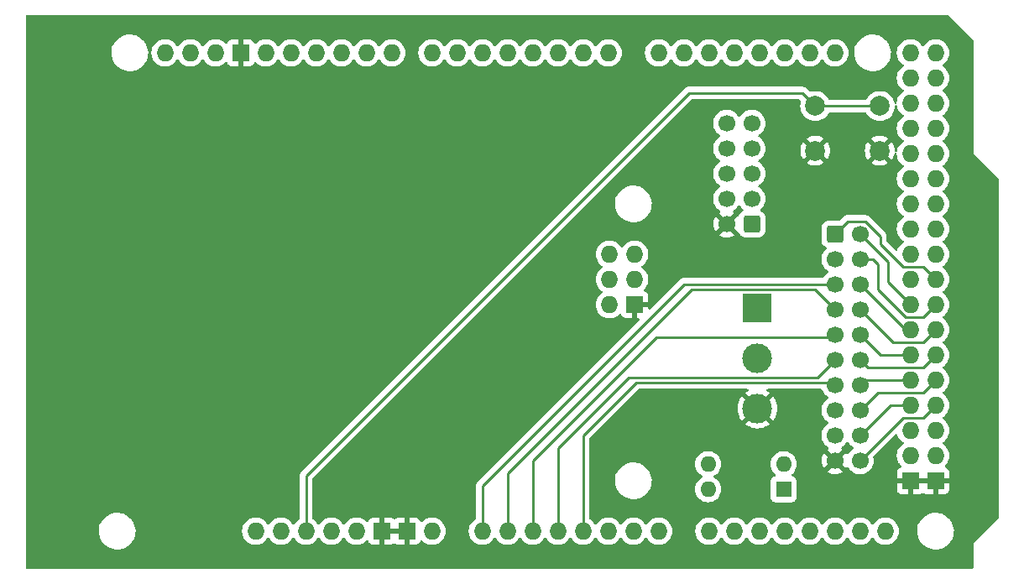
<source format=gbr>
%TF.GenerationSoftware,KiCad,Pcbnew,7.0.6*%
%TF.CreationDate,2023-09-19T17:20:11+08:00*%
%TF.ProjectId,Control Panel Mega Shield,436f6e74-726f-46c2-9050-616e656c204d,0*%
%TF.SameCoordinates,Original*%
%TF.FileFunction,Copper,L2,Bot*%
%TF.FilePolarity,Positive*%
%FSLAX46Y46*%
G04 Gerber Fmt 4.6, Leading zero omitted, Abs format (unit mm)*
G04 Created by KiCad (PCBNEW 7.0.6) date 2023-09-19 17:20:11*
%MOMM*%
%LPD*%
G01*
G04 APERTURE LIST*
G04 Aperture macros list*
%AMRoundRect*
0 Rectangle with rounded corners*
0 $1 Rounding radius*
0 $2 $3 $4 $5 $6 $7 $8 $9 X,Y pos of 4 corners*
0 Add a 4 corners polygon primitive as box body*
4,1,4,$2,$3,$4,$5,$6,$7,$8,$9,$2,$3,0*
0 Add four circle primitives for the rounded corners*
1,1,$1+$1,$2,$3*
1,1,$1+$1,$4,$5*
1,1,$1+$1,$6,$7*
1,1,$1+$1,$8,$9*
0 Add four rect primitives between the rounded corners*
20,1,$1+$1,$2,$3,$4,$5,0*
20,1,$1+$1,$4,$5,$6,$7,0*
20,1,$1+$1,$6,$7,$8,$9,0*
20,1,$1+$1,$8,$9,$2,$3,0*%
G04 Aperture macros list end*
%TA.AperFunction,ComponentPad*%
%ADD10R,1.600000X1.600000*%
%TD*%
%TA.AperFunction,ComponentPad*%
%ADD11O,1.600000X1.600000*%
%TD*%
%TA.AperFunction,ComponentPad*%
%ADD12C,2.000000*%
%TD*%
%TA.AperFunction,ComponentPad*%
%ADD13C,1.700000*%
%TD*%
%TA.AperFunction,ComponentPad*%
%ADD14RoundRect,0.250000X-0.600000X-0.600000X0.600000X-0.600000X0.600000X0.600000X-0.600000X0.600000X0*%
%TD*%
%TA.AperFunction,ComponentPad*%
%ADD15RoundRect,0.250000X0.600000X0.600000X-0.600000X0.600000X-0.600000X-0.600000X0.600000X-0.600000X0*%
%TD*%
%TA.AperFunction,ComponentPad*%
%ADD16C,3.000000*%
%TD*%
%TA.AperFunction,ComponentPad*%
%ADD17R,3.000000X3.000000*%
%TD*%
%TA.AperFunction,ComponentPad*%
%ADD18O,1.727200X1.727200*%
%TD*%
%TA.AperFunction,ComponentPad*%
%ADD19R,1.727200X1.727200*%
%TD*%
%TA.AperFunction,Conductor*%
%ADD20C,0.250000*%
%TD*%
G04 APERTURE END LIST*
D10*
%TO.P,SW2,1*%
%TO.N,/5V*%
X81200000Y-46576000D03*
D11*
%TO.P,SW2,2*%
X81200000Y-44036000D03*
%TO.P,SW2,3*%
%TO.N,/AREF*%
X73580000Y-44036000D03*
%TO.P,SW2,4*%
%TO.N,/VIN*%
X73580000Y-46576000D03*
%TD*%
D12*
%TO.P,SW1,1,1*%
%TO.N,/GND*%
X90880000Y-12410000D03*
X84380000Y-12410000D03*
%TO.P,SW1,2,2*%
%TO.N,/RST*%
X90880000Y-7910000D03*
X84380000Y-7910000D03*
%TD*%
D13*
%TO.P,J1,20,Pin_20*%
%TO.N,/D49*%
X88900000Y-43688000D03*
%TO.P,J1,19,Pin_19*%
%TO.N,/GND*%
X86360000Y-43688000D03*
%TO.P,J1,18,Pin_18*%
%TO.N,/D48*%
X88900000Y-41148000D03*
%TO.P,J1,17,Pin_17*%
%TO.N,/AREF*%
X86360000Y-41148000D03*
%TO.P,J1,16,Pin_16*%
%TO.N,/D47*%
X88900000Y-38608000D03*
%TO.P,J1,15,Pin_15*%
%TO.N,unconnected-(J1-Pin_15-Pad15)*%
X86360000Y-38608000D03*
%TO.P,J1,14,Pin_14*%
%TO.N,/D46*%
X88900000Y-36068000D03*
%TO.P,J1,13,Pin_13*%
%TO.N,/A4*%
X86360000Y-36068000D03*
%TO.P,J1,12,Pin_12*%
%TO.N,/D45*%
X88900000Y-33528000D03*
%TO.P,J1,11,Pin_11*%
%TO.N,/A3*%
X86360000Y-33528000D03*
%TO.P,J1,10,Pin_10*%
%TO.N,/D44*%
X88900000Y-30988000D03*
%TO.P,J1,9,Pin_9*%
%TO.N,/A2*%
X86360000Y-30988000D03*
%TO.P,J1,8,Pin_8*%
%TO.N,/D43*%
X88900000Y-28448000D03*
%TO.P,J1,7,Pin_7*%
%TO.N,/A1*%
X86360000Y-28448000D03*
%TO.P,J1,6,Pin_6*%
%TO.N,/D42*%
X88900000Y-25908000D03*
%TO.P,J1,5,Pin_5*%
%TO.N,/A0*%
X86360000Y-25908000D03*
%TO.P,J1,4,Pin_4*%
%TO.N,/D41*%
X88900000Y-23368000D03*
%TO.P,J1,3,Pin_3*%
%TO.N,/D38*%
X86360000Y-23368000D03*
%TO.P,J1,2,Pin_2*%
%TO.N,/D40*%
X88900000Y-20828000D03*
D14*
%TO.P,J1,1,Pin_1*%
%TO.N,/D39*%
X86360000Y-20828000D03*
%TD*%
D13*
%TO.P,J3,10,Pin_10*%
%TO.N,/C_OFF*%
X75438000Y-9652000D03*
%TO.P,J3,9,Pin_9*%
%TO.N,/C_ON*%
X77978000Y-9652000D03*
%TO.P,J3,8,Pin_8*%
%TO.N,/D31*%
X75438000Y-12192000D03*
%TO.P,J3,7,Pin_7*%
%TO.N,/B_OFF*%
X77978000Y-12192000D03*
%TO.P,J3,6,Pin_6*%
%TO.N,/D30*%
X75438000Y-14732000D03*
%TO.P,J3,5,Pin_5*%
%TO.N,/B_ON*%
X77978000Y-14732000D03*
%TO.P,J3,4,Pin_4*%
%TO.N,/3V3*%
X75438000Y-17272000D03*
%TO.P,J3,3,Pin_3*%
%TO.N,/A_OFF*%
X77978000Y-17272000D03*
%TO.P,J3,2,Pin_2*%
%TO.N,/GND*%
X75438000Y-19812000D03*
D15*
%TO.P,J3,1,Pin_1*%
%TO.N,/A_ON*%
X77978000Y-19812000D03*
%TD*%
D16*
%TO.P,J2,3,Pin_3*%
%TO.N,/GND*%
X78550000Y-38428000D03*
%TO.P,J2,2,Pin_2*%
%TO.N,/3V3*%
X78550000Y-33348000D03*
D17*
%TO.P,J2,1,Pin_1*%
%TO.N,/5V*%
X78550000Y-28268000D03*
%TD*%
D18*
%TO.P,XA1,*%
%TO.N,*%
X27940000Y-50800000D03*
%TO.P,XA1,3V3,3.3V*%
%TO.N,unconnected-(XA1-3.3V-Pad3V3)*%
X35560000Y-50800000D03*
%TO.P,XA1,5V1,5V*%
%TO.N,unconnected-(XA1-5V-Pad5V1)*%
X38100000Y-50800000D03*
%TO.P,XA1,5V2,SPI_5V*%
%TO.N,unconnected-(XA1-SPI_5V-Pad5V2)*%
X66167000Y-22860000D03*
%TO.P,XA1,5V3,5V*%
%TO.N,unconnected-(XA1-5V-Pad5V3)*%
X93980000Y-2540000D03*
%TO.P,XA1,5V4,5V*%
%TO.N,unconnected-(XA1-5V-Pad5V4)*%
X96520000Y-2540000D03*
%TO.P,XA1,A0,A0*%
%TO.N,/A0*%
X50800000Y-50800000D03*
%TO.P,XA1,A1,A1*%
%TO.N,/A1*%
X53340000Y-50800000D03*
%TO.P,XA1,A2,A2*%
%TO.N,/A2*%
X55880000Y-50800000D03*
%TO.P,XA1,A3,A3*%
%TO.N,/A3*%
X58420000Y-50800000D03*
%TO.P,XA1,A4,A4*%
%TO.N,/A4*%
X60960000Y-50800000D03*
%TO.P,XA1,A5,A5*%
%TO.N,unconnected-(XA1-PadA5)*%
X63500000Y-50800000D03*
%TO.P,XA1,A6,A6*%
%TO.N,unconnected-(XA1-PadA6)*%
X66040000Y-50800000D03*
%TO.P,XA1,A7,A7*%
%TO.N,unconnected-(XA1-PadA7)*%
X68580000Y-50800000D03*
%TO.P,XA1,A8,A8*%
%TO.N,unconnected-(XA1-PadA8)*%
X73660000Y-50800000D03*
%TO.P,XA1,A9,A9*%
%TO.N,unconnected-(XA1-PadA9)*%
X76200000Y-50800000D03*
%TO.P,XA1,A10,A10*%
%TO.N,unconnected-(XA1-PadA10)*%
X78740000Y-50800000D03*
%TO.P,XA1,A11,A11*%
%TO.N,unconnected-(XA1-PadA11)*%
X81280000Y-50800000D03*
%TO.P,XA1,A12,A12*%
%TO.N,unconnected-(XA1-PadA12)*%
X83820000Y-50800000D03*
%TO.P,XA1,A13,A13*%
%TO.N,unconnected-(XA1-PadA13)*%
X86360000Y-50800000D03*
%TO.P,XA1,A14,A14*%
%TO.N,unconnected-(XA1-PadA14)*%
X88900000Y-50800000D03*
%TO.P,XA1,A15,A15*%
%TO.N,unconnected-(XA1-PadA15)*%
X91440000Y-50800000D03*
%TO.P,XA1,AREF,AREF*%
%TO.N,/AREF*%
X23876000Y-2540000D03*
%TO.P,XA1,D0,D0/RX0*%
%TO.N,unconnected-(XA1-D0{slash}RX0-PadD0)*%
X63500000Y-2540000D03*
%TO.P,XA1,D1,D1/TX0*%
%TO.N,unconnected-(XA1-D1{slash}TX0-PadD1)*%
X60960000Y-2540000D03*
%TO.P,XA1,D2,D2_INT0*%
%TO.N,unconnected-(XA1-D2_INT0-PadD2)*%
X58420000Y-2540000D03*
%TO.P,XA1,D3,D3_INT1*%
%TO.N,unconnected-(XA1-D3_INT1-PadD3)*%
X55880000Y-2540000D03*
%TO.P,XA1,D4,D4*%
%TO.N,unconnected-(XA1-PadD4)*%
X53340000Y-2540000D03*
%TO.P,XA1,D5,D5*%
%TO.N,unconnected-(XA1-PadD5)*%
X50800000Y-2540000D03*
%TO.P,XA1,D6,D6*%
%TO.N,unconnected-(XA1-PadD6)*%
X48260000Y-2540000D03*
%TO.P,XA1,D7,D7*%
%TO.N,unconnected-(XA1-PadD7)*%
X45720000Y-2540000D03*
%TO.P,XA1,D8,D8*%
%TO.N,unconnected-(XA1-PadD8)*%
X41656000Y-2540000D03*
%TO.P,XA1,D9,D9*%
%TO.N,unconnected-(XA1-PadD9)*%
X39116000Y-2540000D03*
%TO.P,XA1,D10,D10*%
%TO.N,unconnected-(XA1-PadD10)*%
X36576000Y-2540000D03*
%TO.P,XA1,D11,D11*%
%TO.N,unconnected-(XA1-PadD11)*%
X34036000Y-2540000D03*
%TO.P,XA1,D12,D12*%
%TO.N,unconnected-(XA1-PadD12)*%
X31496000Y-2540000D03*
%TO.P,XA1,D13,D13*%
%TO.N,unconnected-(XA1-PadD13)*%
X28956000Y-2540000D03*
%TO.P,XA1,D14,D14/TX3*%
%TO.N,unconnected-(XA1-D14{slash}TX3-PadD14)*%
X68580000Y-2540000D03*
%TO.P,XA1,D15,D15/RX3*%
%TO.N,unconnected-(XA1-D15{slash}RX3-PadD15)*%
X71120000Y-2540000D03*
%TO.P,XA1,D16,D16/TX2*%
%TO.N,unconnected-(XA1-D16{slash}TX2-PadD16)*%
X73660000Y-2540000D03*
%TO.P,XA1,D17,D17/RX2*%
%TO.N,unconnected-(XA1-D17{slash}RX2-PadD17)*%
X76200000Y-2540000D03*
%TO.P,XA1,D18,D18/TX1*%
%TO.N,unconnected-(XA1-D18{slash}TX1-PadD18)*%
X78740000Y-2540000D03*
%TO.P,XA1,D19,D19/RX1*%
%TO.N,unconnected-(XA1-D19{slash}RX1-PadD19)*%
X81280000Y-2540000D03*
%TO.P,XA1,D20,D20/SDA*%
%TO.N,unconnected-(XA1-D20{slash}SDA-PadD20)*%
X83820000Y-2540000D03*
%TO.P,XA1,D21,D21/SCL*%
%TO.N,unconnected-(XA1-D21{slash}SCL-PadD21)*%
X86360000Y-2540000D03*
%TO.P,XA1,D22,D22*%
%TO.N,unconnected-(XA1-PadD22)*%
X93980000Y-5080000D03*
%TO.P,XA1,D23,D23*%
%TO.N,unconnected-(XA1-PadD23)*%
X96520000Y-5080000D03*
%TO.P,XA1,D24,D24*%
%TO.N,unconnected-(XA1-PadD24)*%
X93980000Y-7620000D03*
%TO.P,XA1,D25,D25*%
%TO.N,unconnected-(XA1-PadD25)*%
X96520000Y-7620000D03*
%TO.P,XA1,D26,D26*%
%TO.N,unconnected-(XA1-PadD26)*%
X93980000Y-10160000D03*
%TO.P,XA1,D27,D27*%
%TO.N,unconnected-(XA1-PadD27)*%
X96520000Y-10160000D03*
%TO.P,XA1,D28,D28*%
%TO.N,unconnected-(XA1-PadD28)*%
X93980000Y-12700000D03*
%TO.P,XA1,D29,D29*%
%TO.N,unconnected-(XA1-PadD29)*%
X96520000Y-12700000D03*
%TO.P,XA1,D30,D30*%
%TO.N,/D30*%
X93980000Y-15240000D03*
%TO.P,XA1,D31,D31*%
%TO.N,/D31*%
X96520000Y-15240000D03*
%TO.P,XA1,D32,D32*%
%TO.N,/C_OFF*%
X93980000Y-17780000D03*
%TO.P,XA1,D33,D33*%
%TO.N,/C_ON*%
X96520000Y-17780000D03*
%TO.P,XA1,D34,D34*%
%TO.N,/B_OFF*%
X93980000Y-20320000D03*
%TO.P,XA1,D35,D35*%
%TO.N,/B_ON*%
X96520000Y-20320000D03*
%TO.P,XA1,D36,D36*%
%TO.N,/A_OFF*%
X93980000Y-22860000D03*
%TO.P,XA1,D37,D37*%
%TO.N,/A_ON*%
X96520000Y-22860000D03*
%TO.P,XA1,D38,D38*%
%TO.N,/D38*%
X93980000Y-25400000D03*
%TO.P,XA1,D39,D39*%
%TO.N,/D39*%
X96520000Y-25400000D03*
%TO.P,XA1,D40,D40*%
%TO.N,/D40*%
X93980000Y-27940000D03*
%TO.P,XA1,D41,D41*%
%TO.N,/D41*%
X96520000Y-27940000D03*
%TO.P,XA1,D42,D42*%
%TO.N,/D42*%
X93980000Y-30480000D03*
%TO.P,XA1,D43,D43*%
%TO.N,/D43*%
X96520000Y-30480000D03*
%TO.P,XA1,D44,D44*%
%TO.N,/D44*%
X93980000Y-33020000D03*
%TO.P,XA1,D45,D45*%
%TO.N,/D45*%
X96520000Y-33020000D03*
%TO.P,XA1,D46,D46*%
%TO.N,/D46*%
X93980000Y-35560000D03*
%TO.P,XA1,D47,D47*%
%TO.N,/D47*%
X96520000Y-35560000D03*
%TO.P,XA1,D48,D48*%
%TO.N,/D48*%
X93980000Y-38100000D03*
%TO.P,XA1,D49,D49*%
%TO.N,/D49*%
X96520000Y-38100000D03*
%TO.P,XA1,D50,D50_MISO*%
%TO.N,unconnected-(XA1-D50_MISO-PadD50)*%
X93980000Y-40640000D03*
%TO.P,XA1,D51,D51_MOSI*%
%TO.N,unconnected-(XA1-D51_MOSI-PadD51)*%
X96520000Y-40640000D03*
%TO.P,XA1,D52,D52_SCK*%
%TO.N,unconnected-(XA1-D52_SCK-PadD52)*%
X93980000Y-43180000D03*
%TO.P,XA1,D53,D53_CS*%
%TO.N,unconnected-(XA1-D53_CS-PadD53)*%
X96520000Y-43180000D03*
D19*
%TO.P,XA1,GND1,GND*%
%TO.N,/GND*%
X26416000Y-2540000D03*
%TO.P,XA1,GND2,GND*%
X40640000Y-50800000D03*
%TO.P,XA1,GND3,GND*%
X43180000Y-50800000D03*
%TO.P,XA1,GND4,SPI_GND*%
X66167000Y-27940000D03*
%TO.P,XA1,GND5,GND*%
X93980000Y-45720000D03*
%TO.P,XA1,GND6,GND*%
X96520000Y-45720000D03*
D18*
%TO.P,XA1,IORF,IOREF*%
%TO.N,/IORF*%
X30480000Y-50800000D03*
%TO.P,XA1,MISO,SPI_MISO*%
%TO.N,unconnected-(XA1-SPI_MISO-PadMISO)*%
X63627000Y-22860000D03*
%TO.P,XA1,MOSI,SPI_MOSI*%
%TO.N,unconnected-(XA1-SPI_MOSI-PadMOSI)*%
X66167000Y-25400000D03*
%TO.P,XA1,RST1,RESET*%
%TO.N,/RST*%
X33020000Y-50800000D03*
%TO.P,XA1,RST2,SPI_RESET*%
%TO.N,unconnected-(XA1-SPI_RESET-PadRST2)*%
X63627000Y-27940000D03*
%TO.P,XA1,SCK,SPI_SCK*%
%TO.N,unconnected-(XA1-SPI_SCK-PadSCK)*%
X63627000Y-25400000D03*
%TO.P,XA1,SCL,SCL*%
%TO.N,unconnected-(XA1-PadSCL)*%
X18796000Y-2540000D03*
%TO.P,XA1,SDA,SDA*%
%TO.N,unconnected-(XA1-PadSDA)*%
X21336000Y-2540000D03*
%TO.P,XA1,VIN,VIN*%
%TO.N,unconnected-(XA1-PadVIN)*%
X45720000Y-50800000D03*
%TD*%
D20*
%TO.N,/A4*%
X86106000Y-35814000D02*
X86360000Y-36068000D01*
X60960000Y-41148000D02*
X66294000Y-35814000D01*
X66294000Y-35814000D02*
X86106000Y-35814000D01*
X60960000Y-50800000D02*
X60960000Y-41148000D01*
%TO.N,/A3*%
X84582000Y-35306000D02*
X86360000Y-33528000D01*
X65532000Y-35306000D02*
X84582000Y-35306000D01*
X58420000Y-42418000D02*
X65532000Y-35306000D01*
X58420000Y-50800000D02*
X58420000Y-42418000D01*
%TO.N,/A2*%
X86106000Y-31242000D02*
X86360000Y-30988000D01*
X68327396Y-31242000D02*
X86106000Y-31242000D01*
X55880000Y-43689396D02*
X68327396Y-31242000D01*
X55880000Y-50800000D02*
X55880000Y-43689396D01*
%TO.N,/A0*%
X71120000Y-25908000D02*
X86360000Y-25908000D01*
X50800000Y-46228000D02*
X71120000Y-25908000D01*
X50800000Y-50800000D02*
X50800000Y-46228000D01*
%TO.N,/A1*%
X84328000Y-26416000D02*
X86360000Y-28448000D01*
X71882000Y-26416000D02*
X84328000Y-26416000D01*
X53340000Y-44958000D02*
X71882000Y-26416000D01*
X53340000Y-50800000D02*
X53340000Y-44958000D01*
%TO.N,/D39*%
X95250000Y-24130000D02*
X96520000Y-25400000D01*
X89408000Y-19558000D02*
X90932000Y-21082000D01*
X90932000Y-21082000D02*
X90932000Y-21844000D01*
X93218000Y-24130000D02*
X95250000Y-24130000D01*
X87630000Y-19558000D02*
X89408000Y-19558000D01*
X90932000Y-21844000D02*
X93218000Y-24130000D01*
X86360000Y-20828000D02*
X87630000Y-19558000D01*
%TO.N,/RST*%
X84380000Y-7910000D02*
X90880000Y-7910000D01*
X33020000Y-45212000D02*
X33020000Y-50800000D01*
X71628000Y-6604000D02*
X33020000Y-45212000D01*
X83074000Y-6604000D02*
X71628000Y-6604000D01*
X84380000Y-7910000D02*
X83074000Y-6604000D01*
%TO.N,/D41*%
X95250000Y-29210000D02*
X96520000Y-27940000D01*
X90678000Y-26416000D02*
X93472000Y-29210000D01*
X90678000Y-23876000D02*
X90678000Y-26416000D01*
X90170000Y-23368000D02*
X90678000Y-23876000D01*
X88900000Y-23368000D02*
X90170000Y-23368000D01*
X93472000Y-29210000D02*
X95250000Y-29210000D01*
%TO.N,/D43*%
X95250000Y-31750000D02*
X96520000Y-30480000D01*
X92202000Y-31750000D02*
X95250000Y-31750000D01*
X88900000Y-28448000D02*
X92202000Y-31750000D01*
%TO.N,/D45*%
X95250000Y-34290000D02*
X96520000Y-33020000D01*
X89662000Y-34290000D02*
X95250000Y-34290000D01*
X88900000Y-33528000D02*
X89662000Y-34290000D01*
%TO.N,/D46*%
X89408000Y-35560000D02*
X93980000Y-35560000D01*
X88900000Y-36068000D02*
X89408000Y-35560000D01*
%TO.N,/D47*%
X90678000Y-36830000D02*
X95250000Y-36830000D01*
X95250000Y-36830000D02*
X96520000Y-35560000D01*
X88900000Y-38608000D02*
X90678000Y-36830000D01*
%TO.N,/D49*%
X95250000Y-39370000D02*
X96520000Y-38100000D01*
X93218000Y-39370000D02*
X95250000Y-39370000D01*
X88900000Y-43688000D02*
X93218000Y-39370000D01*
%TO.N,/D48*%
X91948000Y-38100000D02*
X93980000Y-38100000D01*
X88900000Y-41148000D02*
X91948000Y-38100000D01*
%TO.N,/D44*%
X90932000Y-33020000D02*
X93980000Y-33020000D01*
X88900000Y-30988000D02*
X90932000Y-33020000D01*
%TO.N,/D42*%
X93472000Y-30480000D02*
X93980000Y-30480000D01*
X88900000Y-25908000D02*
X93472000Y-30480000D01*
%TO.N,/D40*%
X91694000Y-25654000D02*
X93980000Y-27940000D01*
X91694000Y-23622000D02*
X91694000Y-25654000D01*
X88900000Y-20828000D02*
X91694000Y-23622000D01*
%TD*%
%TA.AperFunction,Conductor*%
%TO.N,/GND*%
G36*
X42713155Y-50586799D02*
G01*
X42672000Y-50726961D01*
X42672000Y-50873039D01*
X42713155Y-51013201D01*
X42736804Y-51050000D01*
X41083196Y-51050000D01*
X41106845Y-51013201D01*
X41148000Y-50873039D01*
X41148000Y-50726961D01*
X41106845Y-50586799D01*
X41083196Y-50550000D01*
X42736804Y-50550000D01*
X42713155Y-50586799D01*
G37*
%TD.AperFunction*%
%TA.AperFunction,Conductor*%
G36*
X96053155Y-45506799D02*
G01*
X96012000Y-45646961D01*
X96012000Y-45793039D01*
X96053155Y-45933201D01*
X96076804Y-45970000D01*
X94423196Y-45970000D01*
X94446845Y-45933201D01*
X94488000Y-45793039D01*
X94488000Y-45646961D01*
X94446845Y-45506799D01*
X94423196Y-45470000D01*
X96076804Y-45470000D01*
X96053155Y-45506799D01*
G37*
%TD.AperFunction*%
%TA.AperFunction,Conductor*%
G36*
X87711905Y-41821515D02*
G01*
X87733804Y-41846787D01*
X87824278Y-41985268D01*
X87824283Y-41985273D01*
X87824284Y-41985276D01*
X87976756Y-42150902D01*
X87976761Y-42150907D01*
X88035981Y-42197000D01*
X88154424Y-42289189D01*
X88154429Y-42289191D01*
X88154431Y-42289193D01*
X88190930Y-42308946D01*
X88240520Y-42358165D01*
X88255628Y-42426382D01*
X88231457Y-42491937D01*
X88190930Y-42527054D01*
X88154431Y-42546806D01*
X88154422Y-42546812D01*
X87976761Y-42685092D01*
X87976756Y-42685097D01*
X87824284Y-42850723D01*
X87824280Y-42850729D01*
X87730250Y-42994651D01*
X87677103Y-43040007D01*
X87607872Y-43049430D01*
X87544536Y-43019927D01*
X87524866Y-42997951D01*
X87474924Y-42926626D01*
X86843076Y-43558475D01*
X86819493Y-43478156D01*
X86741761Y-43357202D01*
X86633100Y-43263048D01*
X86502315Y-43203320D01*
X86492533Y-43201913D01*
X87121373Y-42573073D01*
X87121373Y-42573072D01*
X87050199Y-42523236D01*
X87006574Y-42468659D01*
X86999380Y-42399161D01*
X87030903Y-42336806D01*
X87062305Y-42312606D01*
X87069068Y-42308946D01*
X87105576Y-42289189D01*
X87283240Y-42150906D01*
X87396943Y-42027393D01*
X87435715Y-41985276D01*
X87435715Y-41985275D01*
X87435722Y-41985268D01*
X87526193Y-41846790D01*
X87579338Y-41801437D01*
X87648569Y-41792013D01*
X87711905Y-41821515D01*
G37*
%TD.AperFunction*%
%TA.AperFunction,Conductor*%
G36*
X76789905Y-17945515D02*
G01*
X76811804Y-17970787D01*
X76902278Y-18109268D01*
X76902283Y-18109273D01*
X76902284Y-18109276D01*
X77054756Y-18274902D01*
X77054761Y-18274907D01*
X77092517Y-18304294D01*
X77133330Y-18361005D01*
X77137003Y-18430778D01*
X77102372Y-18491461D01*
X77061487Y-18516154D01*
X77061805Y-18516835D01*
X77055466Y-18519790D01*
X77055368Y-18519850D01*
X77055267Y-18519883D01*
X77055259Y-18519886D01*
X76904346Y-18612971D01*
X76778971Y-18738346D01*
X76685886Y-18889259D01*
X76685884Y-18889264D01*
X76661015Y-18964315D01*
X76621242Y-19021760D01*
X76556726Y-19048583D01*
X76554949Y-19048601D01*
X75921076Y-19682475D01*
X75897493Y-19602156D01*
X75819761Y-19481202D01*
X75711100Y-19387048D01*
X75580315Y-19327320D01*
X75570533Y-19325913D01*
X76199373Y-18697073D01*
X76199373Y-18697072D01*
X76128199Y-18647236D01*
X76084574Y-18592659D01*
X76077380Y-18523161D01*
X76108903Y-18460806D01*
X76140305Y-18436606D01*
X76151074Y-18430778D01*
X76183576Y-18413189D01*
X76361240Y-18274906D01*
X76513722Y-18109268D01*
X76604193Y-17970790D01*
X76657338Y-17925437D01*
X76726569Y-17916013D01*
X76789905Y-17945515D01*
G37*
%TD.AperFunction*%
%TA.AperFunction,Conductor*%
G36*
X97805469Y1249815D02*
G01*
X97826111Y1233181D01*
X100293181Y-1233888D01*
X100326666Y-1295211D01*
X100329500Y-1321569D01*
X100329499Y-12675368D01*
X100329419Y-12675774D01*
X100329457Y-12699999D01*
X100329576Y-12700284D01*
X100329616Y-12700382D01*
X100340881Y-12711589D01*
X101607670Y-13978377D01*
X102833181Y-15203888D01*
X102866666Y-15265211D01*
X102869500Y-15291569D01*
X102869500Y-49478429D01*
X102849815Y-49545468D01*
X102833181Y-49566110D01*
X100346995Y-52052295D01*
X100346819Y-52052413D01*
X100329616Y-52069616D01*
X100329457Y-52069995D01*
X100329461Y-52094665D01*
X100329500Y-52094855D01*
X100329500Y-54485500D01*
X100309815Y-54552539D01*
X100257011Y-54598294D01*
X100205500Y-54609500D01*
X4854500Y-54609500D01*
X4787461Y-54589815D01*
X4741706Y-54537011D01*
X4730500Y-54485500D01*
X4730500Y-50867763D01*
X12115787Y-50867763D01*
X12145413Y-51137013D01*
X12145415Y-51137024D01*
X12193372Y-51320462D01*
X12213928Y-51399088D01*
X12319870Y-51648390D01*
X12420301Y-51812952D01*
X12460979Y-51879605D01*
X12460986Y-51879615D01*
X12634253Y-52087819D01*
X12634259Y-52087824D01*
X12718831Y-52163600D01*
X12835998Y-52268582D01*
X13061910Y-52418044D01*
X13307176Y-52533020D01*
X13307183Y-52533022D01*
X13307185Y-52533023D01*
X13566557Y-52611057D01*
X13566564Y-52611058D01*
X13566569Y-52611060D01*
X13834561Y-52650500D01*
X13834566Y-52650500D01*
X14037636Y-52650500D01*
X14089133Y-52646730D01*
X14240156Y-52635677D01*
X14352758Y-52610593D01*
X14504546Y-52576782D01*
X14504548Y-52576781D01*
X14504553Y-52576780D01*
X14757558Y-52480014D01*
X14993777Y-52347441D01*
X15208177Y-52181888D01*
X15396186Y-51986881D01*
X15553799Y-51766579D01*
X15627787Y-51622669D01*
X15677649Y-51525690D01*
X15677651Y-51525684D01*
X15677656Y-51525675D01*
X15765118Y-51269305D01*
X15814319Y-51002933D01*
X15821735Y-50800005D01*
X26563198Y-50800005D01*
X26581975Y-51026610D01*
X26637797Y-51247047D01*
X26704488Y-51399088D01*
X26729139Y-51455285D01*
X26853510Y-51645649D01*
X27007517Y-51812946D01*
X27007521Y-51812949D01*
X27007524Y-51812952D01*
X27186952Y-51952606D01*
X27186967Y-51952616D01*
X27329982Y-52030012D01*
X27386945Y-52060839D01*
X27602015Y-52134672D01*
X27826305Y-52172100D01*
X27826306Y-52172100D01*
X28053694Y-52172100D01*
X28053695Y-52172100D01*
X28277985Y-52134672D01*
X28493055Y-52060839D01*
X28693039Y-51952612D01*
X28753333Y-51905684D01*
X28872475Y-51812952D01*
X28872483Y-51812946D01*
X29026490Y-51645649D01*
X29106191Y-51523656D01*
X29159337Y-51478300D01*
X29228568Y-51468876D01*
X29291904Y-51498378D01*
X29313809Y-51523657D01*
X29393505Y-51645643D01*
X29393507Y-51645645D01*
X29393510Y-51645649D01*
X29547517Y-51812946D01*
X29547521Y-51812949D01*
X29547524Y-51812952D01*
X29726952Y-51952606D01*
X29726967Y-51952616D01*
X29869982Y-52030012D01*
X29926945Y-52060839D01*
X30142015Y-52134672D01*
X30366305Y-52172100D01*
X30366306Y-52172100D01*
X30593694Y-52172100D01*
X30593695Y-52172100D01*
X30817985Y-52134672D01*
X31033055Y-52060839D01*
X31233039Y-51952612D01*
X31293333Y-51905684D01*
X31412475Y-51812952D01*
X31412483Y-51812946D01*
X31566490Y-51645649D01*
X31646191Y-51523656D01*
X31699337Y-51478300D01*
X31768568Y-51468876D01*
X31831904Y-51498378D01*
X31853809Y-51523657D01*
X31933505Y-51645643D01*
X31933507Y-51645645D01*
X31933510Y-51645649D01*
X32087517Y-51812946D01*
X32087521Y-51812949D01*
X32087524Y-51812952D01*
X32266952Y-51952606D01*
X32266967Y-51952616D01*
X32409982Y-52030012D01*
X32466945Y-52060839D01*
X32682015Y-52134672D01*
X32906305Y-52172100D01*
X32906306Y-52172100D01*
X33133694Y-52172100D01*
X33133695Y-52172100D01*
X33357985Y-52134672D01*
X33573055Y-52060839D01*
X33773039Y-51952612D01*
X33833333Y-51905684D01*
X33952475Y-51812952D01*
X33952483Y-51812946D01*
X34106490Y-51645649D01*
X34186193Y-51523654D01*
X34239336Y-51478300D01*
X34308567Y-51468876D01*
X34371903Y-51498377D01*
X34393808Y-51523656D01*
X34473510Y-51645649D01*
X34627517Y-51812946D01*
X34627521Y-51812949D01*
X34627524Y-51812952D01*
X34806952Y-51952606D01*
X34806967Y-51952616D01*
X34949982Y-52030012D01*
X35006945Y-52060839D01*
X35222015Y-52134672D01*
X35446305Y-52172100D01*
X35446306Y-52172100D01*
X35673694Y-52172100D01*
X35673695Y-52172100D01*
X35897985Y-52134672D01*
X36113055Y-52060839D01*
X36313039Y-51952612D01*
X36373333Y-51905684D01*
X36492475Y-51812952D01*
X36492483Y-51812946D01*
X36646490Y-51645649D01*
X36726191Y-51523656D01*
X36779337Y-51478300D01*
X36848568Y-51468876D01*
X36911904Y-51498378D01*
X36933809Y-51523657D01*
X37013505Y-51645643D01*
X37013507Y-51645645D01*
X37013510Y-51645649D01*
X37167517Y-51812946D01*
X37167521Y-51812949D01*
X37167524Y-51812952D01*
X37346952Y-51952606D01*
X37346967Y-51952616D01*
X37489982Y-52030012D01*
X37546945Y-52060839D01*
X37762015Y-52134672D01*
X37986305Y-52172100D01*
X37986306Y-52172100D01*
X38213694Y-52172100D01*
X38213695Y-52172100D01*
X38437985Y-52134672D01*
X38653055Y-52060839D01*
X38853039Y-51952612D01*
X38913333Y-51905684D01*
X39032475Y-51812952D01*
X39032483Y-51812946D01*
X39084949Y-51755952D01*
X39144834Y-51719962D01*
X39214672Y-51722061D01*
X39272289Y-51761585D01*
X39292360Y-51796602D01*
X39333045Y-51905686D01*
X39333049Y-51905693D01*
X39419209Y-52020787D01*
X39419212Y-52020790D01*
X39534306Y-52106950D01*
X39534313Y-52106954D01*
X39669020Y-52157196D01*
X39669027Y-52157198D01*
X39728555Y-52163599D01*
X39728572Y-52163600D01*
X40390000Y-52163600D01*
X40390000Y-51244297D01*
X40495408Y-51292435D01*
X40603666Y-51308000D01*
X40676334Y-51308000D01*
X40784592Y-51292435D01*
X40890000Y-51244297D01*
X40890000Y-52163600D01*
X41551428Y-52163600D01*
X41551444Y-52163599D01*
X41610972Y-52157198D01*
X41610979Y-52157196D01*
X41745686Y-52106954D01*
X41745689Y-52106952D01*
X41835688Y-52039579D01*
X41901152Y-52015161D01*
X41969426Y-52030012D01*
X41984312Y-52039579D01*
X42074310Y-52106952D01*
X42074313Y-52106954D01*
X42209020Y-52157196D01*
X42209027Y-52157198D01*
X42268555Y-52163599D01*
X42268572Y-52163600D01*
X42930000Y-52163600D01*
X42930000Y-51244297D01*
X43035408Y-51292435D01*
X43143666Y-51308000D01*
X43216334Y-51308000D01*
X43324592Y-51292435D01*
X43430000Y-51244297D01*
X43430000Y-52163600D01*
X44091428Y-52163600D01*
X44091444Y-52163599D01*
X44150972Y-52157198D01*
X44150979Y-52157196D01*
X44285686Y-52106954D01*
X44285693Y-52106950D01*
X44400787Y-52020790D01*
X44400790Y-52020787D01*
X44486950Y-51905693D01*
X44486955Y-51905684D01*
X44527639Y-51796603D01*
X44569509Y-51740669D01*
X44634973Y-51716251D01*
X44703246Y-51731102D01*
X44735049Y-51755950D01*
X44787517Y-51812946D01*
X44787521Y-51812949D01*
X44787524Y-51812952D01*
X44966952Y-51952606D01*
X44966967Y-51952616D01*
X45109982Y-52030012D01*
X45166945Y-52060839D01*
X45382015Y-52134672D01*
X45606305Y-52172100D01*
X45606306Y-52172100D01*
X45833694Y-52172100D01*
X45833695Y-52172100D01*
X46057985Y-52134672D01*
X46273055Y-52060839D01*
X46473039Y-51952612D01*
X46533333Y-51905684D01*
X46652475Y-51812952D01*
X46652483Y-51812946D01*
X46806490Y-51645649D01*
X46930861Y-51455285D01*
X47022203Y-51247047D01*
X47078024Y-51026614D01*
X47096802Y-50800000D01*
X47078024Y-50573386D01*
X47022203Y-50352953D01*
X46930861Y-50144715D01*
X46806490Y-49954351D01*
X46652483Y-49787054D01*
X46652478Y-49787050D01*
X46652475Y-49787047D01*
X46473047Y-49647393D01*
X46473032Y-49647383D01*
X46273065Y-49539166D01*
X46273051Y-49539159D01*
X46057987Y-49465328D01*
X45884632Y-49436400D01*
X45833695Y-49427900D01*
X45606305Y-49427900D01*
X45555368Y-49436400D01*
X45382012Y-49465328D01*
X45166948Y-49539159D01*
X45166934Y-49539166D01*
X44966967Y-49647383D01*
X44966952Y-49647393D01*
X44787524Y-49787047D01*
X44787517Y-49787054D01*
X44735050Y-49844047D01*
X44675165Y-49880037D01*
X44605327Y-49877937D01*
X44547711Y-49838413D01*
X44527640Y-49803397D01*
X44486954Y-49694313D01*
X44486950Y-49694306D01*
X44400790Y-49579212D01*
X44400787Y-49579209D01*
X44285693Y-49493049D01*
X44285686Y-49493045D01*
X44150979Y-49442803D01*
X44150972Y-49442801D01*
X44091444Y-49436400D01*
X43430000Y-49436400D01*
X43430000Y-50355702D01*
X43324592Y-50307565D01*
X43216334Y-50292000D01*
X43143666Y-50292000D01*
X43035408Y-50307565D01*
X42930000Y-50355702D01*
X42930000Y-49436400D01*
X42268555Y-49436400D01*
X42209027Y-49442801D01*
X42209020Y-49442803D01*
X42074313Y-49493045D01*
X42074311Y-49493047D01*
X41984311Y-49560421D01*
X41918847Y-49584838D01*
X41850574Y-49569987D01*
X41835689Y-49560421D01*
X41745688Y-49493047D01*
X41745686Y-49493045D01*
X41610979Y-49442803D01*
X41610972Y-49442801D01*
X41551444Y-49436400D01*
X40890000Y-49436400D01*
X40890000Y-50355702D01*
X40784592Y-50307565D01*
X40676334Y-50292000D01*
X40603666Y-50292000D01*
X40495408Y-50307565D01*
X40390000Y-50355702D01*
X40390000Y-49436400D01*
X39728555Y-49436400D01*
X39669027Y-49442801D01*
X39669020Y-49442803D01*
X39534313Y-49493045D01*
X39534306Y-49493049D01*
X39419212Y-49579209D01*
X39419209Y-49579212D01*
X39333049Y-49694306D01*
X39333046Y-49694312D01*
X39292359Y-49803398D01*
X39250487Y-49859331D01*
X39185023Y-49883748D01*
X39116750Y-49868896D01*
X39084951Y-49844050D01*
X39032483Y-49787054D01*
X39032478Y-49787050D01*
X39032475Y-49787047D01*
X38853047Y-49647393D01*
X38853032Y-49647383D01*
X38653065Y-49539166D01*
X38653051Y-49539159D01*
X38437987Y-49465328D01*
X38264632Y-49436400D01*
X38213695Y-49427900D01*
X37986305Y-49427900D01*
X37935368Y-49436400D01*
X37762012Y-49465328D01*
X37546948Y-49539159D01*
X37546934Y-49539166D01*
X37346967Y-49647383D01*
X37346952Y-49647393D01*
X37167524Y-49787047D01*
X37167514Y-49787057D01*
X37013507Y-49954354D01*
X36953705Y-50045889D01*
X36933810Y-50076342D01*
X36933809Y-50076343D01*
X36880662Y-50121699D01*
X36811431Y-50131123D01*
X36748095Y-50101621D01*
X36726191Y-50076343D01*
X36726190Y-50076342D01*
X36646490Y-49954351D01*
X36492483Y-49787054D01*
X36492478Y-49787050D01*
X36492475Y-49787047D01*
X36313047Y-49647393D01*
X36313032Y-49647383D01*
X36113065Y-49539166D01*
X36113051Y-49539159D01*
X35897987Y-49465328D01*
X35724632Y-49436400D01*
X35673695Y-49427900D01*
X35446305Y-49427900D01*
X35395368Y-49436400D01*
X35222012Y-49465328D01*
X35006948Y-49539159D01*
X35006934Y-49539166D01*
X34806967Y-49647383D01*
X34806952Y-49647393D01*
X34627524Y-49787047D01*
X34627517Y-49787054D01*
X34476034Y-49951610D01*
X34473504Y-49954358D01*
X34393807Y-50076343D01*
X34340661Y-50121700D01*
X34271429Y-50131123D01*
X34208094Y-50101621D01*
X34186191Y-50076343D01*
X34106495Y-49954358D01*
X34106494Y-49954356D01*
X34106491Y-49954353D01*
X34106490Y-49954351D01*
X33952483Y-49787054D01*
X33952478Y-49787050D01*
X33952475Y-49787047D01*
X33773047Y-49647393D01*
X33773032Y-49647383D01*
X33718482Y-49617862D01*
X33668891Y-49568643D01*
X33653500Y-49508808D01*
X33653500Y-45525766D01*
X33673185Y-45458727D01*
X33689819Y-45438085D01*
X61280141Y-17847763D01*
X64185787Y-17847763D01*
X64215413Y-18117013D01*
X64215415Y-18117024D01*
X64279200Y-18361005D01*
X64283928Y-18379088D01*
X64389870Y-18628390D01*
X64490301Y-18792952D01*
X64530979Y-18859605D01*
X64530986Y-18859615D01*
X64704253Y-19067819D01*
X64704259Y-19067824D01*
X64815380Y-19167388D01*
X64905998Y-19248582D01*
X65131910Y-19398044D01*
X65377176Y-19513020D01*
X65377183Y-19513022D01*
X65377185Y-19513023D01*
X65636557Y-19591057D01*
X65636564Y-19591058D01*
X65636569Y-19591060D01*
X65904561Y-19630500D01*
X65904566Y-19630500D01*
X66107636Y-19630500D01*
X66159133Y-19626730D01*
X66310156Y-19615677D01*
X66422758Y-19590593D01*
X66574546Y-19556782D01*
X66574548Y-19556781D01*
X66574553Y-19556780D01*
X66827558Y-19460014D01*
X67063777Y-19327441D01*
X67278177Y-19161888D01*
X67466186Y-18966881D01*
X67623799Y-18746579D01*
X67738666Y-18523161D01*
X67747649Y-18505690D01*
X67747651Y-18505684D01*
X67747656Y-18505675D01*
X67835118Y-18249305D01*
X67884319Y-17982933D01*
X67894212Y-17712235D01*
X67864586Y-17442982D01*
X67819887Y-17272005D01*
X74074844Y-17272005D01*
X74093434Y-17496359D01*
X74093436Y-17496371D01*
X74148703Y-17714614D01*
X74239140Y-17920792D01*
X74362276Y-18109265D01*
X74362284Y-18109276D01*
X74514756Y-18274902D01*
X74514760Y-18274906D01*
X74692424Y-18413189D01*
X74724926Y-18430778D01*
X74735695Y-18436606D01*
X74785286Y-18485825D01*
X74800394Y-18554042D01*
X74776224Y-18619597D01*
X74747801Y-18647236D01*
X74676626Y-18697072D01*
X74676625Y-18697072D01*
X75305466Y-19325913D01*
X75295685Y-19327320D01*
X75164900Y-19387048D01*
X75056239Y-19481202D01*
X74978507Y-19602156D01*
X74954923Y-19682474D01*
X74323073Y-19050625D01*
X74323072Y-19050625D01*
X74264401Y-19134419D01*
X74164570Y-19348507D01*
X74164566Y-19348516D01*
X74103432Y-19576673D01*
X74103430Y-19576684D01*
X74082843Y-19811998D01*
X74082843Y-19812001D01*
X74103430Y-20047315D01*
X74103432Y-20047326D01*
X74164566Y-20275483D01*
X74164570Y-20275492D01*
X74264400Y-20489579D01*
X74264402Y-20489583D01*
X74323072Y-20573373D01*
X74323073Y-20573373D01*
X74954922Y-19941523D01*
X74978507Y-20021844D01*
X75056239Y-20142798D01*
X75164900Y-20236952D01*
X75295685Y-20296680D01*
X75305466Y-20298086D01*
X74676625Y-20926925D01*
X74760421Y-20985599D01*
X74974507Y-21085429D01*
X74974516Y-21085433D01*
X75202673Y-21146567D01*
X75202684Y-21146569D01*
X75437998Y-21167157D01*
X75438002Y-21167157D01*
X75673315Y-21146569D01*
X75673326Y-21146567D01*
X75901483Y-21085433D01*
X75901492Y-21085429D01*
X76115578Y-20985600D01*
X76115582Y-20985598D01*
X76199373Y-20926926D01*
X76199373Y-20926925D01*
X75570533Y-20298086D01*
X75580315Y-20296680D01*
X75711100Y-20236952D01*
X75819761Y-20142798D01*
X75897493Y-20021844D01*
X75921076Y-19941524D01*
X76560298Y-20580746D01*
X76601001Y-20588926D01*
X76651184Y-20637541D01*
X76661015Y-20659684D01*
X76685884Y-20734735D01*
X76685886Y-20734740D01*
X76705813Y-20767047D01*
X76778970Y-20885652D01*
X76904348Y-21011030D01*
X77055262Y-21104115D01*
X77223574Y-21159887D01*
X77327455Y-21170500D01*
X78628544Y-21170499D01*
X78732426Y-21159887D01*
X78900738Y-21104115D01*
X79051652Y-21011030D01*
X79177030Y-20885652D01*
X79270115Y-20734738D01*
X79325887Y-20566426D01*
X79336500Y-20462545D01*
X79336499Y-19161456D01*
X79325887Y-19057574D01*
X79270115Y-18889262D01*
X79177030Y-18738348D01*
X79051652Y-18612970D01*
X78956115Y-18554042D01*
X78900740Y-18519886D01*
X78900730Y-18519882D01*
X78900636Y-18519851D01*
X78900579Y-18519812D01*
X78894195Y-18516835D01*
X78894703Y-18515743D01*
X78843193Y-18480076D01*
X78816372Y-18415559D01*
X78828690Y-18346784D01*
X78863481Y-18304295D01*
X78901240Y-18274906D01*
X79053722Y-18109268D01*
X79176860Y-17920791D01*
X79267296Y-17714616D01*
X79322564Y-17496368D01*
X79322565Y-17496359D01*
X79341156Y-17272005D01*
X79341156Y-17271994D01*
X79322565Y-17047640D01*
X79322563Y-17047628D01*
X79267296Y-16829385D01*
X79239955Y-16767054D01*
X79176860Y-16623209D01*
X79174145Y-16619054D01*
X79096912Y-16500839D01*
X79053722Y-16434732D01*
X79053719Y-16434729D01*
X79053715Y-16434723D01*
X78901243Y-16269097D01*
X78901238Y-16269092D01*
X78723577Y-16130812D01*
X78723572Y-16130808D01*
X78687068Y-16111053D01*
X78637478Y-16061833D01*
X78622371Y-15993616D01*
X78646542Y-15928061D01*
X78687069Y-15892945D01*
X78723576Y-15873189D01*
X78901240Y-15734906D01*
X79053722Y-15569268D01*
X79176860Y-15380791D01*
X79267296Y-15174616D01*
X79322564Y-14956368D01*
X79322565Y-14956359D01*
X79341156Y-14732005D01*
X79341156Y-14731994D01*
X79322565Y-14507640D01*
X79322563Y-14507628D01*
X79267296Y-14289385D01*
X79239955Y-14227054D01*
X79176860Y-14083209D01*
X79174145Y-14079054D01*
X79096912Y-13960839D01*
X79053722Y-13894732D01*
X79053719Y-13894729D01*
X79053715Y-13894723D01*
X78901243Y-13729097D01*
X78901238Y-13729092D01*
X78723577Y-13590812D01*
X78723572Y-13590808D01*
X78687068Y-13571053D01*
X78637478Y-13521833D01*
X78622371Y-13453616D01*
X78646542Y-13388061D01*
X78687069Y-13352945D01*
X78723576Y-13333189D01*
X78901240Y-13194906D01*
X79053722Y-13029268D01*
X79176860Y-12840791D01*
X79267296Y-12634616D01*
X79322564Y-12416368D01*
X79322774Y-12413838D01*
X79323092Y-12410005D01*
X82874858Y-12410005D01*
X82895385Y-12657729D01*
X82895387Y-12657738D01*
X82956412Y-12898717D01*
X83056266Y-13126364D01*
X83156564Y-13279882D01*
X83854070Y-12582376D01*
X83856884Y-12595915D01*
X83926442Y-12730156D01*
X84029638Y-12840652D01*
X84158819Y-12919209D01*
X84210002Y-12933549D01*
X83509942Y-13633609D01*
X83556768Y-13670055D01*
X83556770Y-13670056D01*
X83775385Y-13788364D01*
X83775396Y-13788369D01*
X84010506Y-13869083D01*
X84255707Y-13910000D01*
X84504293Y-13910000D01*
X84749493Y-13869083D01*
X84984603Y-13788369D01*
X84984614Y-13788364D01*
X85203228Y-13670057D01*
X85203231Y-13670055D01*
X85250056Y-13633609D01*
X84551568Y-12935121D01*
X84668458Y-12884349D01*
X84785739Y-12788934D01*
X84872928Y-12665415D01*
X84903354Y-12579802D01*
X85603434Y-13279882D01*
X85703731Y-13126369D01*
X85803587Y-12898717D01*
X85864612Y-12657738D01*
X85864614Y-12657729D01*
X85885141Y-12410005D01*
X85885141Y-12409994D01*
X85864614Y-12162270D01*
X85864612Y-12162261D01*
X85803587Y-11921282D01*
X85703731Y-11693630D01*
X85603434Y-11540116D01*
X84905929Y-12237622D01*
X84903116Y-12224085D01*
X84833558Y-12089844D01*
X84730362Y-11979348D01*
X84601181Y-11900791D01*
X84549997Y-11886450D01*
X85250057Y-11186390D01*
X85250056Y-11186389D01*
X85203229Y-11149943D01*
X84984614Y-11031635D01*
X84984603Y-11031630D01*
X84749493Y-10950916D01*
X84504293Y-10910000D01*
X84255707Y-10910000D01*
X84010506Y-10950916D01*
X83775396Y-11031630D01*
X83775390Y-11031632D01*
X83556761Y-11149949D01*
X83509942Y-11186388D01*
X83509942Y-11186390D01*
X84208431Y-11884878D01*
X84091542Y-11935651D01*
X83974261Y-12031066D01*
X83887072Y-12154585D01*
X83856645Y-12240197D01*
X83156564Y-11540116D01*
X83056267Y-11693632D01*
X82956412Y-11921282D01*
X82895387Y-12162261D01*
X82895385Y-12162270D01*
X82874858Y-12409994D01*
X82874858Y-12410005D01*
X79323092Y-12410005D01*
X79341156Y-12192005D01*
X79341156Y-12191994D01*
X79322565Y-11967640D01*
X79322563Y-11967628D01*
X79310827Y-11921282D01*
X79267296Y-11749384D01*
X79176860Y-11543209D01*
X79174839Y-11540116D01*
X79053723Y-11354734D01*
X79053715Y-11354723D01*
X78901243Y-11189097D01*
X78901238Y-11189092D01*
X78723577Y-11050812D01*
X78723572Y-11050808D01*
X78687068Y-11031053D01*
X78637478Y-10981833D01*
X78622371Y-10913616D01*
X78646542Y-10848061D01*
X78687069Y-10812945D01*
X78723576Y-10793189D01*
X78901240Y-10654906D01*
X79053722Y-10489268D01*
X79176860Y-10300791D01*
X79267296Y-10094616D01*
X79322564Y-9876368D01*
X79322565Y-9876359D01*
X79341156Y-9652005D01*
X79341156Y-9651994D01*
X79322565Y-9427640D01*
X79322563Y-9427628D01*
X79293879Y-9314358D01*
X79267296Y-9209384D01*
X79176860Y-9003209D01*
X79174145Y-8999054D01*
X79096912Y-8880839D01*
X79053722Y-8814732D01*
X79053719Y-8814729D01*
X79053715Y-8814723D01*
X78901243Y-8649097D01*
X78901238Y-8649092D01*
X78723577Y-8510812D01*
X78723572Y-8510808D01*
X78525580Y-8403661D01*
X78525577Y-8403659D01*
X78525574Y-8403658D01*
X78525571Y-8403657D01*
X78525569Y-8403656D01*
X78312637Y-8330556D01*
X78090569Y-8293500D01*
X77865431Y-8293500D01*
X77643362Y-8330556D01*
X77430430Y-8403656D01*
X77430419Y-8403661D01*
X77232427Y-8510808D01*
X77232422Y-8510812D01*
X77054761Y-8649092D01*
X77054756Y-8649097D01*
X76902284Y-8814723D01*
X76902276Y-8814734D01*
X76811808Y-8953206D01*
X76758662Y-8998562D01*
X76689431Y-9007986D01*
X76626095Y-8978484D01*
X76604192Y-8953206D01*
X76546286Y-8864576D01*
X76513722Y-8814732D01*
X76513719Y-8814729D01*
X76513715Y-8814723D01*
X76361243Y-8649097D01*
X76361238Y-8649092D01*
X76183577Y-8510812D01*
X76183572Y-8510808D01*
X75985580Y-8403661D01*
X75985577Y-8403659D01*
X75985574Y-8403658D01*
X75985571Y-8403657D01*
X75985569Y-8403656D01*
X75772637Y-8330556D01*
X75550569Y-8293500D01*
X75325431Y-8293500D01*
X75103362Y-8330556D01*
X74890430Y-8403656D01*
X74890419Y-8403661D01*
X74692427Y-8510808D01*
X74692422Y-8510812D01*
X74514761Y-8649092D01*
X74514756Y-8649097D01*
X74362284Y-8814723D01*
X74362276Y-8814734D01*
X74239140Y-9003207D01*
X74148703Y-9209385D01*
X74093436Y-9427628D01*
X74093434Y-9427640D01*
X74074844Y-9651994D01*
X74074844Y-9652005D01*
X74093434Y-9876359D01*
X74093436Y-9876371D01*
X74148703Y-10094614D01*
X74239140Y-10300792D01*
X74362276Y-10489265D01*
X74362284Y-10489276D01*
X74470702Y-10607047D01*
X74514760Y-10654906D01*
X74692424Y-10793189D01*
X74692429Y-10793191D01*
X74692431Y-10793193D01*
X74728930Y-10812946D01*
X74778520Y-10862165D01*
X74793628Y-10930382D01*
X74769457Y-10995937D01*
X74728930Y-11031054D01*
X74692431Y-11050806D01*
X74692422Y-11050812D01*
X74514761Y-11189092D01*
X74514756Y-11189097D01*
X74362284Y-11354723D01*
X74362276Y-11354734D01*
X74239140Y-11543207D01*
X74148703Y-11749385D01*
X74093436Y-11967628D01*
X74093434Y-11967640D01*
X74074844Y-12191994D01*
X74074844Y-12192005D01*
X74093434Y-12416359D01*
X74093436Y-12416371D01*
X74148703Y-12634614D01*
X74239140Y-12840792D01*
X74362276Y-13029265D01*
X74362284Y-13029276D01*
X74470702Y-13147047D01*
X74514760Y-13194906D01*
X74692424Y-13333189D01*
X74728930Y-13352945D01*
X74778519Y-13402162D01*
X74793629Y-13470378D01*
X74769459Y-13535934D01*
X74728932Y-13571052D01*
X74692432Y-13590805D01*
X74692422Y-13590812D01*
X74514761Y-13729092D01*
X74514756Y-13729097D01*
X74362284Y-13894723D01*
X74362276Y-13894734D01*
X74239140Y-14083207D01*
X74148703Y-14289385D01*
X74093436Y-14507628D01*
X74093434Y-14507640D01*
X74074844Y-14731994D01*
X74074844Y-14732005D01*
X74093434Y-14956359D01*
X74093436Y-14956371D01*
X74148703Y-15174614D01*
X74239140Y-15380792D01*
X74362276Y-15569265D01*
X74362284Y-15569276D01*
X74470702Y-15687047D01*
X74514760Y-15734906D01*
X74692424Y-15873189D01*
X74692429Y-15873191D01*
X74692431Y-15873193D01*
X74728930Y-15892946D01*
X74778520Y-15942165D01*
X74793628Y-16010382D01*
X74769457Y-16075937D01*
X74728930Y-16111054D01*
X74692431Y-16130806D01*
X74692422Y-16130812D01*
X74514761Y-16269092D01*
X74514756Y-16269097D01*
X74362284Y-16434723D01*
X74362276Y-16434734D01*
X74239140Y-16623207D01*
X74148703Y-16829385D01*
X74093436Y-17047628D01*
X74093434Y-17047640D01*
X74074844Y-17271994D01*
X74074844Y-17272005D01*
X67819887Y-17272005D01*
X67796072Y-17180912D01*
X67690130Y-16931610D01*
X67549018Y-16700390D01*
X67547845Y-16698981D01*
X67375746Y-16492180D01*
X67375740Y-16492175D01*
X67174002Y-16311418D01*
X66948092Y-16161957D01*
X66948090Y-16161956D01*
X66702824Y-16046980D01*
X66702819Y-16046978D01*
X66702814Y-16046976D01*
X66443442Y-15968942D01*
X66443428Y-15968939D01*
X66327791Y-15951921D01*
X66175439Y-15929500D01*
X65972369Y-15929500D01*
X65972364Y-15929500D01*
X65769844Y-15944323D01*
X65769831Y-15944325D01*
X65505453Y-16003217D01*
X65505446Y-16003220D01*
X65252439Y-16099987D01*
X65016226Y-16232557D01*
X64801822Y-16398112D01*
X64613822Y-16593109D01*
X64613816Y-16593116D01*
X64456202Y-16813419D01*
X64456199Y-16813424D01*
X64332350Y-17054309D01*
X64332343Y-17054327D01*
X64244884Y-17310685D01*
X64244881Y-17310699D01*
X64195681Y-17577068D01*
X64195680Y-17577075D01*
X64185787Y-17847763D01*
X61280141Y-17847763D01*
X71854085Y-7273819D01*
X71915408Y-7240334D01*
X71941766Y-7237500D01*
X82760234Y-7237500D01*
X82827273Y-7257185D01*
X82847915Y-7273819D01*
X82906428Y-7332332D01*
X82939913Y-7393655D01*
X82939321Y-7448960D01*
X82885465Y-7673285D01*
X82866835Y-7910000D01*
X82885465Y-8146714D01*
X82940895Y-8377595D01*
X82940895Y-8377597D01*
X83031757Y-8596959D01*
X83031759Y-8596962D01*
X83155820Y-8799410D01*
X83155821Y-8799413D01*
X83170038Y-8816059D01*
X83310031Y-8979969D01*
X83449797Y-9099340D01*
X83490586Y-9134178D01*
X83490588Y-9134178D01*
X83511599Y-9147054D01*
X83693037Y-9258240D01*
X83693040Y-9258242D01*
X83912403Y-9349104D01*
X83912404Y-9349104D01*
X83912406Y-9349105D01*
X84143289Y-9404535D01*
X84380000Y-9423165D01*
X84616711Y-9404535D01*
X84847594Y-9349105D01*
X84847596Y-9349104D01*
X84847597Y-9349104D01*
X85066959Y-9258242D01*
X85066960Y-9258241D01*
X85066963Y-9258240D01*
X85269416Y-9134176D01*
X85449969Y-8979969D01*
X85604176Y-8799416D01*
X85660013Y-8708297D01*
X85724719Y-8602710D01*
X85776531Y-8555835D01*
X85830446Y-8543500D01*
X89429554Y-8543500D01*
X89496593Y-8563185D01*
X89535281Y-8602710D01*
X89655820Y-8799410D01*
X89655821Y-8799413D01*
X89670038Y-8816059D01*
X89810031Y-8979969D01*
X89949797Y-9099340D01*
X89990586Y-9134178D01*
X89990588Y-9134178D01*
X90011599Y-9147054D01*
X90193037Y-9258240D01*
X90193040Y-9258242D01*
X90412403Y-9349104D01*
X90412404Y-9349104D01*
X90412406Y-9349105D01*
X90643289Y-9404535D01*
X90880000Y-9423165D01*
X91116711Y-9404535D01*
X91347594Y-9349105D01*
X91347596Y-9349104D01*
X91347597Y-9349104D01*
X91566959Y-9258242D01*
X91566960Y-9258241D01*
X91566963Y-9258240D01*
X91769416Y-9134176D01*
X91949969Y-8979969D01*
X92104176Y-8799416D01*
X92228240Y-8596963D01*
X92242232Y-8563185D01*
X92319104Y-8377597D01*
X92319104Y-8377596D01*
X92319105Y-8377594D01*
X92374535Y-8146711D01*
X92392168Y-7922667D01*
X92417051Y-7857382D01*
X92473282Y-7815911D01*
X92543008Y-7811424D01*
X92604090Y-7845346D01*
X92635991Y-7901959D01*
X92677797Y-8067047D01*
X92769139Y-8275285D01*
X92893510Y-8465649D01*
X93047517Y-8632946D01*
X93047521Y-8632949D01*
X93047524Y-8632952D01*
X93226952Y-8772606D01*
X93226962Y-8772613D01*
X93234821Y-8776865D01*
X93242356Y-8780943D01*
X93291948Y-8830161D01*
X93307058Y-8898377D01*
X93282889Y-8963933D01*
X93242364Y-8999051D01*
X93226963Y-9007386D01*
X93226952Y-9007393D01*
X93047524Y-9147047D01*
X93047514Y-9147057D01*
X92893507Y-9314354D01*
X92769137Y-9504718D01*
X92677797Y-9712952D01*
X92621975Y-9933389D01*
X92603198Y-10159994D01*
X92603198Y-10160005D01*
X92621975Y-10386610D01*
X92677797Y-10607047D01*
X92768111Y-10812943D01*
X92769139Y-10815285D01*
X92833382Y-10913616D01*
X92887164Y-10995937D01*
X92893510Y-11005649D01*
X93047517Y-11172946D01*
X93047521Y-11172949D01*
X93047524Y-11172952D01*
X93226952Y-11312606D01*
X93226962Y-11312613D01*
X93234821Y-11316865D01*
X93242356Y-11320943D01*
X93291948Y-11370161D01*
X93307058Y-11438377D01*
X93282889Y-11503933D01*
X93242364Y-11539051D01*
X93226963Y-11547386D01*
X93226952Y-11547393D01*
X93047524Y-11687047D01*
X93047514Y-11687057D01*
X92893507Y-11854354D01*
X92769137Y-12044718D01*
X92677797Y-12252952D01*
X92629347Y-12444278D01*
X92593807Y-12504434D01*
X92531387Y-12535826D01*
X92461904Y-12528488D01*
X92407418Y-12484749D01*
X92385229Y-12418497D01*
X92385141Y-12413838D01*
X92385141Y-12409994D01*
X92364614Y-12162270D01*
X92364612Y-12162261D01*
X92303587Y-11921282D01*
X92203731Y-11693630D01*
X92103434Y-11540116D01*
X91405929Y-12237622D01*
X91403116Y-12224085D01*
X91333558Y-12089844D01*
X91230362Y-11979348D01*
X91101181Y-11900791D01*
X91049994Y-11886449D01*
X91750056Y-11186389D01*
X91703229Y-11149943D01*
X91484614Y-11031635D01*
X91484603Y-11031630D01*
X91249493Y-10950916D01*
X91004293Y-10910000D01*
X90755707Y-10910000D01*
X90510506Y-10950916D01*
X90275396Y-11031630D01*
X90275390Y-11031632D01*
X90056761Y-11149949D01*
X90009942Y-11186388D01*
X90009942Y-11186390D01*
X90708430Y-11884878D01*
X90591542Y-11935651D01*
X90474261Y-12031066D01*
X90387072Y-12154585D01*
X90356645Y-12240196D01*
X89656563Y-11540116D01*
X89556267Y-11693632D01*
X89456412Y-11921282D01*
X89395387Y-12162261D01*
X89395385Y-12162270D01*
X89374858Y-12409994D01*
X89374858Y-12410005D01*
X89395385Y-12657729D01*
X89395387Y-12657738D01*
X89456412Y-12898717D01*
X89556266Y-13126364D01*
X89656564Y-13279882D01*
X90354070Y-12582376D01*
X90356884Y-12595915D01*
X90426442Y-12730156D01*
X90529638Y-12840652D01*
X90658819Y-12919209D01*
X90710002Y-12933549D01*
X90009942Y-13633609D01*
X90056768Y-13670055D01*
X90056770Y-13670056D01*
X90275385Y-13788364D01*
X90275396Y-13788369D01*
X90510506Y-13869083D01*
X90755707Y-13910000D01*
X91004293Y-13910000D01*
X91249493Y-13869083D01*
X91484603Y-13788369D01*
X91484614Y-13788364D01*
X91703228Y-13670057D01*
X91703231Y-13670055D01*
X91750056Y-13633609D01*
X91051568Y-12935121D01*
X91168458Y-12884349D01*
X91285739Y-12788934D01*
X91372928Y-12665415D01*
X91403354Y-12579802D01*
X92103434Y-13279882D01*
X92203731Y-13126369D01*
X92303588Y-12898716D01*
X92359319Y-12678641D01*
X92394859Y-12618485D01*
X92457279Y-12587093D01*
X92526762Y-12594431D01*
X92581248Y-12638170D01*
X92603101Y-12698841D01*
X92621975Y-12926610D01*
X92677797Y-13147047D01*
X92768111Y-13352943D01*
X92769139Y-13355285D01*
X92893510Y-13545649D01*
X93047517Y-13712946D01*
X93047521Y-13712949D01*
X93047524Y-13712952D01*
X93226952Y-13852606D01*
X93226962Y-13852613D01*
X93234821Y-13856865D01*
X93242356Y-13860943D01*
X93291948Y-13910161D01*
X93307058Y-13978377D01*
X93282889Y-14043933D01*
X93242364Y-14079051D01*
X93226963Y-14087386D01*
X93226952Y-14087393D01*
X93047524Y-14227047D01*
X93047514Y-14227057D01*
X92893507Y-14394354D01*
X92769137Y-14584718D01*
X92677797Y-14792952D01*
X92621975Y-15013389D01*
X92603198Y-15239994D01*
X92603198Y-15240005D01*
X92621975Y-15466610D01*
X92677797Y-15687047D01*
X92768111Y-15892943D01*
X92769139Y-15895285D01*
X92839656Y-16003220D01*
X92887164Y-16075937D01*
X92893510Y-16085649D01*
X93047517Y-16252946D01*
X93047521Y-16252949D01*
X93047524Y-16252952D01*
X93226952Y-16392606D01*
X93226963Y-16392613D01*
X93242360Y-16400946D01*
X93291950Y-16450166D01*
X93307057Y-16518383D01*
X93282886Y-16583938D01*
X93242360Y-16619054D01*
X93226963Y-16627386D01*
X93226952Y-16627393D01*
X93047524Y-16767047D01*
X93047514Y-16767057D01*
X92893507Y-16934354D01*
X92769137Y-17124718D01*
X92677797Y-17332952D01*
X92621975Y-17553389D01*
X92603198Y-17779994D01*
X92603198Y-17780005D01*
X92621975Y-18006610D01*
X92677797Y-18227047D01*
X92744488Y-18379088D01*
X92769139Y-18435285D01*
X92822418Y-18516835D01*
X92871956Y-18592659D01*
X92893510Y-18625649D01*
X93047517Y-18792946D01*
X93047521Y-18792949D01*
X93047524Y-18792952D01*
X93226952Y-18932606D01*
X93226962Y-18932613D01*
X93232748Y-18935744D01*
X93242356Y-18940943D01*
X93291948Y-18990161D01*
X93307058Y-19058377D01*
X93282889Y-19123933D01*
X93242364Y-19159051D01*
X93226963Y-19167386D01*
X93226952Y-19167393D01*
X93047524Y-19307047D01*
X93047514Y-19307057D01*
X92893507Y-19474354D01*
X92769137Y-19664718D01*
X92677797Y-19872952D01*
X92621975Y-20093389D01*
X92603198Y-20319994D01*
X92603198Y-20320005D01*
X92621975Y-20546610D01*
X92677797Y-20767047D01*
X92746293Y-20923203D01*
X92769139Y-20975285D01*
X92812820Y-21042143D01*
X92889744Y-21159886D01*
X92893510Y-21165649D01*
X93047517Y-21332946D01*
X93047521Y-21332949D01*
X93047524Y-21332952D01*
X93226952Y-21472606D01*
X93226963Y-21472613D01*
X93242360Y-21480946D01*
X93291950Y-21530166D01*
X93307057Y-21598383D01*
X93282886Y-21663938D01*
X93242360Y-21699054D01*
X93226963Y-21707386D01*
X93226952Y-21707393D01*
X93047524Y-21847047D01*
X93047514Y-21847057D01*
X92893507Y-22014354D01*
X92769137Y-22204718D01*
X92677796Y-22412954D01*
X92674601Y-22425571D01*
X92639060Y-22485726D01*
X92576639Y-22517117D01*
X92507156Y-22509777D01*
X92466715Y-22482809D01*
X91601819Y-21617913D01*
X91568334Y-21556590D01*
X91565500Y-21530232D01*
X91565500Y-21165626D01*
X91567238Y-21149881D01*
X91566967Y-21149856D01*
X91567701Y-21142093D01*
X91565500Y-21072059D01*
X91565500Y-21042150D01*
X91565500Y-21042144D01*
X91564615Y-21035140D01*
X91564156Y-21029311D01*
X91563812Y-21018377D01*
X91562673Y-20982110D01*
X91556977Y-20962508D01*
X91553032Y-20943457D01*
X91550474Y-20923203D01*
X91533088Y-20879291D01*
X91531196Y-20873764D01*
X91525775Y-20855107D01*
X91518018Y-20828406D01*
X91507625Y-20810833D01*
X91499063Y-20793355D01*
X91491552Y-20774383D01*
X91491550Y-20774380D01*
X91491549Y-20774378D01*
X91463794Y-20736177D01*
X91460586Y-20731293D01*
X91452633Y-20717847D01*
X91436542Y-20690637D01*
X91422108Y-20676202D01*
X91409469Y-20661406D01*
X91397471Y-20644892D01*
X91361084Y-20614790D01*
X91356762Y-20610857D01*
X89915088Y-19169183D01*
X89905187Y-19156823D01*
X89904977Y-19156998D01*
X89900002Y-19150986D01*
X89900000Y-19150982D01*
X89856184Y-19109836D01*
X89848922Y-19103016D01*
X89827768Y-19081863D01*
X89825792Y-19080331D01*
X89822183Y-19077531D01*
X89817750Y-19073744D01*
X89811524Y-19067898D01*
X89783321Y-19041414D01*
X89783319Y-19041412D01*
X89765431Y-19031578D01*
X89749170Y-19020897D01*
X89733039Y-19008384D01*
X89689693Y-18989627D01*
X89684445Y-18987056D01*
X89657024Y-18971982D01*
X89643060Y-18964305D01*
X89639660Y-18963432D01*
X89623287Y-18959228D01*
X89604881Y-18952926D01*
X89586144Y-18944818D01*
X89586146Y-18944818D01*
X89539496Y-18937430D01*
X89533781Y-18936246D01*
X89513612Y-18931068D01*
X89488032Y-18924500D01*
X89488030Y-18924500D01*
X89467616Y-18924500D01*
X89448217Y-18922973D01*
X89428058Y-18919780D01*
X89428057Y-18919780D01*
X89381034Y-18924225D01*
X89375196Y-18924500D01*
X87713634Y-18924500D01*
X87697886Y-18922761D01*
X87697861Y-18923032D01*
X87690094Y-18922298D01*
X87690091Y-18922298D01*
X87620042Y-18924500D01*
X87590137Y-18924500D01*
X87583143Y-18925384D01*
X87577320Y-18925842D01*
X87530111Y-18927326D01*
X87530108Y-18927327D01*
X87510505Y-18933022D01*
X87491459Y-18936966D01*
X87471203Y-18939526D01*
X87471201Y-18939526D01*
X87471199Y-18939527D01*
X87427282Y-18956914D01*
X87421756Y-18958806D01*
X87376406Y-18971982D01*
X87358833Y-18982374D01*
X87341370Y-18990929D01*
X87322385Y-18998446D01*
X87322383Y-18998447D01*
X87284179Y-19026204D01*
X87279296Y-19029412D01*
X87238637Y-19053458D01*
X87224196Y-19067898D01*
X87209408Y-19080527D01*
X87192897Y-19092523D01*
X87192892Y-19092528D01*
X87162790Y-19128914D01*
X87158858Y-19133236D01*
X86858912Y-19433181D01*
X86797589Y-19466666D01*
X86771231Y-19469500D01*
X85709462Y-19469500D01*
X85709446Y-19469501D01*
X85605572Y-19480113D01*
X85437264Y-19535884D01*
X85437259Y-19535886D01*
X85286346Y-19628971D01*
X85160971Y-19754346D01*
X85067886Y-19905259D01*
X85067884Y-19905264D01*
X85012113Y-20073572D01*
X85001500Y-20177447D01*
X85001500Y-21478537D01*
X85001501Y-21478553D01*
X85012113Y-21582427D01*
X85053522Y-21707393D01*
X85067885Y-21750738D01*
X85160970Y-21901652D01*
X85286348Y-22027030D01*
X85437262Y-22120115D01*
X85437356Y-22120146D01*
X85437408Y-22120182D01*
X85443805Y-22123165D01*
X85443295Y-22124257D01*
X85494799Y-22159914D01*
X85521625Y-22224429D01*
X85509313Y-22293205D01*
X85474519Y-22335704D01*
X85436758Y-22365095D01*
X85436756Y-22365097D01*
X85284284Y-22530723D01*
X85284276Y-22530734D01*
X85161140Y-22719207D01*
X85070703Y-22925385D01*
X85015436Y-23143628D01*
X85015434Y-23143640D01*
X84996844Y-23367994D01*
X84996844Y-23368005D01*
X85015434Y-23592359D01*
X85015436Y-23592371D01*
X85070703Y-23810614D01*
X85161140Y-24016792D01*
X85284276Y-24205265D01*
X85284284Y-24205276D01*
X85436756Y-24370902D01*
X85436761Y-24370907D01*
X85495981Y-24417000D01*
X85614424Y-24509189D01*
X85614429Y-24509191D01*
X85614431Y-24509193D01*
X85650930Y-24528946D01*
X85700520Y-24578165D01*
X85715628Y-24646382D01*
X85691457Y-24711937D01*
X85650930Y-24747054D01*
X85614431Y-24766806D01*
X85614422Y-24766812D01*
X85436761Y-24905092D01*
X85436756Y-24905097D01*
X85284284Y-25070723D01*
X85284276Y-25070734D01*
X85187852Y-25218322D01*
X85134706Y-25263679D01*
X85084044Y-25274500D01*
X71203632Y-25274500D01*
X71187880Y-25272760D01*
X71187855Y-25273032D01*
X71180093Y-25272298D01*
X71180092Y-25272298D01*
X71110029Y-25274500D01*
X71080144Y-25274500D01*
X71080141Y-25274500D01*
X71080129Y-25274501D01*
X71073137Y-25275384D01*
X71067320Y-25275841D01*
X71020111Y-25277325D01*
X71020109Y-25277326D01*
X71000496Y-25283023D01*
X70981459Y-25286965D01*
X70961208Y-25289524D01*
X70961202Y-25289526D01*
X70917299Y-25306907D01*
X70911775Y-25308798D01*
X70866406Y-25321981D01*
X70866401Y-25321983D01*
X70848827Y-25332376D01*
X70831362Y-25340932D01*
X70812387Y-25348445D01*
X70812385Y-25348446D01*
X70774176Y-25376206D01*
X70769294Y-25379412D01*
X70728635Y-25403458D01*
X70714200Y-25417894D01*
X70699412Y-25430525D01*
X70682894Y-25442526D01*
X70682888Y-25442532D01*
X70652780Y-25478925D01*
X70648849Y-25483246D01*
X67742281Y-28389813D01*
X67680958Y-28423298D01*
X67611266Y-28418314D01*
X67555333Y-28376442D01*
X67530916Y-28310978D01*
X67530600Y-28302132D01*
X67530600Y-28190000D01*
X66610196Y-28190000D01*
X66633845Y-28153201D01*
X66675000Y-28013039D01*
X66675000Y-27866961D01*
X66633845Y-27726799D01*
X66610196Y-27690000D01*
X67530600Y-27690000D01*
X67530600Y-27028572D01*
X67530599Y-27028555D01*
X67524198Y-26969027D01*
X67524196Y-26969020D01*
X67473954Y-26834313D01*
X67473950Y-26834306D01*
X67387790Y-26719212D01*
X67387787Y-26719209D01*
X67272693Y-26633049D01*
X67272686Y-26633045D01*
X67165745Y-26593159D01*
X67109811Y-26551288D01*
X67085394Y-26485824D01*
X67100246Y-26417551D01*
X67117840Y-26393003D01*
X67253490Y-26245649D01*
X67377861Y-26055285D01*
X67469203Y-25847047D01*
X67525024Y-25626614D01*
X67536274Y-25490853D01*
X67543802Y-25400005D01*
X67543802Y-25399994D01*
X67530087Y-25234484D01*
X67525024Y-25173386D01*
X67469203Y-24952953D01*
X67377861Y-24744715D01*
X67253490Y-24554351D01*
X67099483Y-24387054D01*
X67099478Y-24387050D01*
X67099475Y-24387047D01*
X66920047Y-24247393D01*
X66920036Y-24247386D01*
X66904637Y-24239052D01*
X66855048Y-24189831D01*
X66839942Y-24121614D01*
X66864115Y-24056059D01*
X66904641Y-24020944D01*
X66920039Y-24012612D01*
X67099483Y-23872946D01*
X67253490Y-23705649D01*
X67377861Y-23515285D01*
X67469203Y-23307047D01*
X67525024Y-23086614D01*
X67538384Y-22925384D01*
X67543802Y-22860005D01*
X67543802Y-22859994D01*
X67525024Y-22633389D01*
X67525024Y-22633386D01*
X67469203Y-22412953D01*
X67377861Y-22204715D01*
X67253490Y-22014351D01*
X67099483Y-21847054D01*
X67099478Y-21847050D01*
X67099475Y-21847047D01*
X66920047Y-21707393D01*
X66920032Y-21707383D01*
X66720065Y-21599166D01*
X66720051Y-21599159D01*
X66504987Y-21525328D01*
X66353241Y-21500006D01*
X66280695Y-21487900D01*
X66053305Y-21487900D01*
X65997232Y-21497256D01*
X65829012Y-21525328D01*
X65613948Y-21599159D01*
X65613934Y-21599166D01*
X65413967Y-21707383D01*
X65413952Y-21707393D01*
X65234524Y-21847047D01*
X65234514Y-21847057D01*
X65080507Y-22014354D01*
X65040009Y-22076342D01*
X65000810Y-22136342D01*
X65000809Y-22136343D01*
X64947662Y-22181699D01*
X64878431Y-22191123D01*
X64815095Y-22161621D01*
X64793191Y-22136343D01*
X64793190Y-22136342D01*
X64713490Y-22014351D01*
X64559483Y-21847054D01*
X64559478Y-21847050D01*
X64559475Y-21847047D01*
X64380047Y-21707393D01*
X64380032Y-21707383D01*
X64180065Y-21599166D01*
X64180051Y-21599159D01*
X63964987Y-21525328D01*
X63813241Y-21500006D01*
X63740695Y-21487900D01*
X63513305Y-21487900D01*
X63457232Y-21497256D01*
X63289012Y-21525328D01*
X63073948Y-21599159D01*
X63073934Y-21599166D01*
X62873967Y-21707383D01*
X62873952Y-21707393D01*
X62694524Y-21847047D01*
X62694514Y-21847057D01*
X62540507Y-22014354D01*
X62416137Y-22204718D01*
X62324797Y-22412952D01*
X62268975Y-22633389D01*
X62250198Y-22859994D01*
X62250198Y-22860005D01*
X62268975Y-23086610D01*
X62324797Y-23307047D01*
X62405828Y-23491780D01*
X62416139Y-23515285D01*
X62540510Y-23705649D01*
X62694517Y-23872946D01*
X62694521Y-23872949D01*
X62694524Y-23872952D01*
X62873952Y-24012606D01*
X62873962Y-24012613D01*
X62881683Y-24016791D01*
X62889356Y-24020943D01*
X62938948Y-24070161D01*
X62954058Y-24138377D01*
X62929889Y-24203933D01*
X62889364Y-24239051D01*
X62873963Y-24247386D01*
X62873952Y-24247393D01*
X62694524Y-24387047D01*
X62694514Y-24387057D01*
X62540507Y-24554354D01*
X62416137Y-24744718D01*
X62324797Y-24952952D01*
X62268975Y-25173389D01*
X62250198Y-25399994D01*
X62250198Y-25400005D01*
X62268975Y-25626610D01*
X62268975Y-25626613D01*
X62268976Y-25626614D01*
X62324797Y-25847047D01*
X62416139Y-26055285D01*
X62540510Y-26245649D01*
X62694517Y-26412946D01*
X62694521Y-26412949D01*
X62694524Y-26412952D01*
X62873952Y-26552606D01*
X62873962Y-26552613D01*
X62881683Y-26556791D01*
X62889356Y-26560943D01*
X62938948Y-26610161D01*
X62954058Y-26678377D01*
X62929889Y-26743933D01*
X62889364Y-26779051D01*
X62873963Y-26787386D01*
X62873952Y-26787393D01*
X62694524Y-26927047D01*
X62694514Y-26927057D01*
X62540507Y-27094354D01*
X62416137Y-27284718D01*
X62324797Y-27492952D01*
X62268975Y-27713389D01*
X62250198Y-27939994D01*
X62250198Y-27940005D01*
X62268975Y-28166610D01*
X62324797Y-28387047D01*
X62351533Y-28448000D01*
X62416139Y-28595285D01*
X62466505Y-28672376D01*
X62538801Y-28783034D01*
X62540510Y-28785649D01*
X62694517Y-28952946D01*
X62694521Y-28952949D01*
X62694524Y-28952952D01*
X62873952Y-29092606D01*
X62873967Y-29092616D01*
X63062175Y-29194469D01*
X63073945Y-29200839D01*
X63073948Y-29200840D01*
X63274913Y-29269831D01*
X63289015Y-29274672D01*
X63513305Y-29312100D01*
X63513306Y-29312100D01*
X63740694Y-29312100D01*
X63740695Y-29312100D01*
X63964985Y-29274672D01*
X64180055Y-29200839D01*
X64380039Y-29092612D01*
X64559483Y-28952946D01*
X64611949Y-28895952D01*
X64671834Y-28859962D01*
X64741672Y-28862061D01*
X64799289Y-28901585D01*
X64819360Y-28936602D01*
X64860045Y-29045686D01*
X64860049Y-29045693D01*
X64946209Y-29160787D01*
X64946212Y-29160790D01*
X65061306Y-29246950D01*
X65061313Y-29246954D01*
X65196020Y-29297196D01*
X65196027Y-29297198D01*
X65255555Y-29303599D01*
X65255572Y-29303600D01*
X65917000Y-29303600D01*
X65916999Y-28384297D01*
X66022408Y-28432435D01*
X66130666Y-28448000D01*
X66203334Y-28448000D01*
X66311592Y-28432435D01*
X66417000Y-28384297D01*
X66417000Y-29303600D01*
X66529133Y-29303600D01*
X66596172Y-29323285D01*
X66641927Y-29376089D01*
X66651871Y-29445247D01*
X66622846Y-29508803D01*
X66616814Y-29515281D01*
X50411179Y-45720914D01*
X50398820Y-45730818D01*
X50398993Y-45731027D01*
X50392983Y-45735999D01*
X50345016Y-45787078D01*
X50323872Y-45808222D01*
X50323857Y-45808239D01*
X50319531Y-45813814D01*
X50315747Y-45818244D01*
X50283419Y-45852671D01*
X50283412Y-45852681D01*
X50273579Y-45870567D01*
X50262903Y-45886820D01*
X50250386Y-45902957D01*
X50250385Y-45902959D01*
X50231625Y-45946310D01*
X50229055Y-45951556D01*
X50206303Y-45992941D01*
X50206303Y-45992942D01*
X50201225Y-46012720D01*
X50194925Y-46031122D01*
X50186818Y-46049857D01*
X50179431Y-46096495D01*
X50178246Y-46102216D01*
X50166500Y-46147965D01*
X50166500Y-46168384D01*
X50164973Y-46187783D01*
X50161780Y-46207941D01*
X50161780Y-46207942D01*
X50166225Y-46254966D01*
X50166500Y-46260804D01*
X50166500Y-49508808D01*
X50146815Y-49575847D01*
X50101518Y-49617862D01*
X50046967Y-49647383D01*
X50046952Y-49647393D01*
X49867524Y-49787047D01*
X49867514Y-49787057D01*
X49713507Y-49954354D01*
X49589137Y-50144718D01*
X49497797Y-50352952D01*
X49441975Y-50573389D01*
X49423198Y-50799994D01*
X49423198Y-50800005D01*
X49441975Y-51026610D01*
X49497797Y-51247047D01*
X49564488Y-51399088D01*
X49589139Y-51455285D01*
X49713510Y-51645649D01*
X49867517Y-51812946D01*
X49867521Y-51812949D01*
X49867524Y-51812952D01*
X50046952Y-51952606D01*
X50046967Y-51952616D01*
X50189982Y-52030012D01*
X50246945Y-52060839D01*
X50462015Y-52134672D01*
X50686305Y-52172100D01*
X50686306Y-52172100D01*
X50913694Y-52172100D01*
X50913695Y-52172100D01*
X51137985Y-52134672D01*
X51353055Y-52060839D01*
X51553039Y-51952612D01*
X51613333Y-51905684D01*
X51732475Y-51812952D01*
X51732483Y-51812946D01*
X51886490Y-51645649D01*
X51966191Y-51523656D01*
X52019337Y-51478300D01*
X52088568Y-51468876D01*
X52151904Y-51498378D01*
X52173809Y-51523657D01*
X52253505Y-51645643D01*
X52253507Y-51645645D01*
X52253510Y-51645649D01*
X52407517Y-51812946D01*
X52407521Y-51812949D01*
X52407524Y-51812952D01*
X52586952Y-51952606D01*
X52586967Y-51952616D01*
X52729982Y-52030012D01*
X52786945Y-52060839D01*
X53002015Y-52134672D01*
X53226305Y-52172100D01*
X53226306Y-52172100D01*
X53453694Y-52172100D01*
X53453695Y-52172100D01*
X53677985Y-52134672D01*
X53893055Y-52060839D01*
X54093039Y-51952612D01*
X54153333Y-51905684D01*
X54272475Y-51812952D01*
X54272483Y-51812946D01*
X54426490Y-51645649D01*
X54506193Y-51523654D01*
X54559336Y-51478300D01*
X54628567Y-51468876D01*
X54691903Y-51498377D01*
X54713808Y-51523656D01*
X54793510Y-51645649D01*
X54947517Y-51812946D01*
X54947521Y-51812949D01*
X54947524Y-51812952D01*
X55126952Y-51952606D01*
X55126967Y-51952616D01*
X55269982Y-52030012D01*
X55326945Y-52060839D01*
X55542015Y-52134672D01*
X55766305Y-52172100D01*
X55766306Y-52172100D01*
X55993694Y-52172100D01*
X55993695Y-52172100D01*
X56217985Y-52134672D01*
X56433055Y-52060839D01*
X56633039Y-51952612D01*
X56693333Y-51905684D01*
X56812475Y-51812952D01*
X56812483Y-51812946D01*
X56966490Y-51645649D01*
X57046191Y-51523656D01*
X57099337Y-51478300D01*
X57168568Y-51468876D01*
X57231904Y-51498378D01*
X57253809Y-51523657D01*
X57333505Y-51645643D01*
X57333507Y-51645645D01*
X57333510Y-51645649D01*
X57487517Y-51812946D01*
X57487521Y-51812949D01*
X57487524Y-51812952D01*
X57666952Y-51952606D01*
X57666967Y-51952616D01*
X57809982Y-52030012D01*
X57866945Y-52060839D01*
X58082015Y-52134672D01*
X58306305Y-52172100D01*
X58306306Y-52172100D01*
X58533694Y-52172100D01*
X58533695Y-52172100D01*
X58757985Y-52134672D01*
X58973055Y-52060839D01*
X59173039Y-51952612D01*
X59233333Y-51905684D01*
X59352475Y-51812952D01*
X59352483Y-51812946D01*
X59506490Y-51645649D01*
X59586193Y-51523654D01*
X59639336Y-51478300D01*
X59708567Y-51468876D01*
X59771903Y-51498377D01*
X59793808Y-51523656D01*
X59873510Y-51645649D01*
X60027517Y-51812946D01*
X60027521Y-51812949D01*
X60027524Y-51812952D01*
X60206952Y-51952606D01*
X60206967Y-51952616D01*
X60349982Y-52030012D01*
X60406945Y-52060839D01*
X60622015Y-52134672D01*
X60846305Y-52172100D01*
X60846306Y-52172100D01*
X61073694Y-52172100D01*
X61073695Y-52172100D01*
X61297985Y-52134672D01*
X61513055Y-52060839D01*
X61713039Y-51952612D01*
X61773333Y-51905684D01*
X61892475Y-51812952D01*
X61892483Y-51812946D01*
X62046490Y-51645649D01*
X62126191Y-51523656D01*
X62179337Y-51478300D01*
X62248568Y-51468876D01*
X62311904Y-51498378D01*
X62333809Y-51523657D01*
X62413505Y-51645643D01*
X62413507Y-51645645D01*
X62413510Y-51645649D01*
X62567517Y-51812946D01*
X62567521Y-51812949D01*
X62567524Y-51812952D01*
X62746952Y-51952606D01*
X62746967Y-51952616D01*
X62889982Y-52030012D01*
X62946945Y-52060839D01*
X63162015Y-52134672D01*
X63386305Y-52172100D01*
X63386306Y-52172100D01*
X63613694Y-52172100D01*
X63613695Y-52172100D01*
X63837985Y-52134672D01*
X64053055Y-52060839D01*
X64253039Y-51952612D01*
X64313333Y-51905684D01*
X64432475Y-51812952D01*
X64432483Y-51812946D01*
X64586490Y-51645649D01*
X64666191Y-51523656D01*
X64719337Y-51478300D01*
X64788568Y-51468876D01*
X64851904Y-51498378D01*
X64873809Y-51523657D01*
X64953505Y-51645643D01*
X64953507Y-51645645D01*
X64953510Y-51645649D01*
X65107517Y-51812946D01*
X65107521Y-51812949D01*
X65107524Y-51812952D01*
X65286952Y-51952606D01*
X65286967Y-51952616D01*
X65429982Y-52030012D01*
X65486945Y-52060839D01*
X65702015Y-52134672D01*
X65926305Y-52172100D01*
X65926306Y-52172100D01*
X66153694Y-52172100D01*
X66153695Y-52172100D01*
X66377985Y-52134672D01*
X66593055Y-52060839D01*
X66793039Y-51952612D01*
X66853333Y-51905684D01*
X66972475Y-51812952D01*
X66972483Y-51812946D01*
X67126490Y-51645649D01*
X67206191Y-51523656D01*
X67259337Y-51478300D01*
X67328568Y-51468876D01*
X67391904Y-51498378D01*
X67413809Y-51523657D01*
X67493505Y-51645643D01*
X67493507Y-51645645D01*
X67493510Y-51645649D01*
X67647517Y-51812946D01*
X67647521Y-51812949D01*
X67647524Y-51812952D01*
X67826952Y-51952606D01*
X67826967Y-51952616D01*
X67969982Y-52030012D01*
X68026945Y-52060839D01*
X68242015Y-52134672D01*
X68466305Y-52172100D01*
X68466306Y-52172100D01*
X68693694Y-52172100D01*
X68693695Y-52172100D01*
X68917985Y-52134672D01*
X69133055Y-52060839D01*
X69333039Y-51952612D01*
X69393333Y-51905684D01*
X69512475Y-51812952D01*
X69512483Y-51812946D01*
X69666490Y-51645649D01*
X69790861Y-51455285D01*
X69882203Y-51247047D01*
X69938024Y-51026614D01*
X69956802Y-50800005D01*
X72283198Y-50800005D01*
X72301975Y-51026610D01*
X72357797Y-51247047D01*
X72424488Y-51399088D01*
X72449139Y-51455285D01*
X72573510Y-51645649D01*
X72727517Y-51812946D01*
X72727521Y-51812949D01*
X72727524Y-51812952D01*
X72906952Y-51952606D01*
X72906967Y-51952616D01*
X73049982Y-52030012D01*
X73106945Y-52060839D01*
X73322015Y-52134672D01*
X73546305Y-52172100D01*
X73546306Y-52172100D01*
X73773694Y-52172100D01*
X73773695Y-52172100D01*
X73997985Y-52134672D01*
X74213055Y-52060839D01*
X74413039Y-51952612D01*
X74473333Y-51905684D01*
X74592475Y-51812952D01*
X74592483Y-51812946D01*
X74746490Y-51645649D01*
X74826191Y-51523656D01*
X74879337Y-51478300D01*
X74948568Y-51468876D01*
X75011904Y-51498378D01*
X75033809Y-51523657D01*
X75113505Y-51645643D01*
X75113507Y-51645645D01*
X75113510Y-51645649D01*
X75267517Y-51812946D01*
X75267521Y-51812949D01*
X75267524Y-51812952D01*
X75446952Y-51952606D01*
X75446967Y-51952616D01*
X75589982Y-52030012D01*
X75646945Y-52060839D01*
X75862015Y-52134672D01*
X76086305Y-52172100D01*
X76086306Y-52172100D01*
X76313694Y-52172100D01*
X76313695Y-52172100D01*
X76537985Y-52134672D01*
X76753055Y-52060839D01*
X76953039Y-51952612D01*
X77013333Y-51905684D01*
X77132475Y-51812952D01*
X77132483Y-51812946D01*
X77286490Y-51645649D01*
X77366191Y-51523656D01*
X77419337Y-51478300D01*
X77488568Y-51468876D01*
X77551904Y-51498378D01*
X77573809Y-51523657D01*
X77653505Y-51645643D01*
X77653507Y-51645645D01*
X77653510Y-51645649D01*
X77807517Y-51812946D01*
X77807521Y-51812949D01*
X77807524Y-51812952D01*
X77986952Y-51952606D01*
X77986967Y-51952616D01*
X78129982Y-52030012D01*
X78186945Y-52060839D01*
X78402015Y-52134672D01*
X78626305Y-52172100D01*
X78626306Y-52172100D01*
X78853694Y-52172100D01*
X78853695Y-52172100D01*
X79077985Y-52134672D01*
X79293055Y-52060839D01*
X79493039Y-51952612D01*
X79553333Y-51905684D01*
X79672475Y-51812952D01*
X79672483Y-51812946D01*
X79826490Y-51645649D01*
X79906191Y-51523656D01*
X79959337Y-51478300D01*
X80028568Y-51468876D01*
X80091904Y-51498378D01*
X80113809Y-51523657D01*
X80193505Y-51645643D01*
X80193507Y-51645645D01*
X80193510Y-51645649D01*
X80347517Y-51812946D01*
X80347521Y-51812949D01*
X80347524Y-51812952D01*
X80526952Y-51952606D01*
X80526967Y-51952616D01*
X80669982Y-52030012D01*
X80726945Y-52060839D01*
X80942015Y-52134672D01*
X81166305Y-52172100D01*
X81166306Y-52172100D01*
X81393694Y-52172100D01*
X81393695Y-52172100D01*
X81617985Y-52134672D01*
X81833055Y-52060839D01*
X82033039Y-51952612D01*
X82093333Y-51905684D01*
X82212475Y-51812952D01*
X82212483Y-51812946D01*
X82366490Y-51645649D01*
X82446191Y-51523656D01*
X82499337Y-51478300D01*
X82568568Y-51468876D01*
X82631904Y-51498378D01*
X82653809Y-51523657D01*
X82733505Y-51645643D01*
X82733507Y-51645645D01*
X82733510Y-51645649D01*
X82887517Y-51812946D01*
X82887521Y-51812949D01*
X82887524Y-51812952D01*
X83066952Y-51952606D01*
X83066967Y-51952616D01*
X83209982Y-52030012D01*
X83266945Y-52060839D01*
X83482015Y-52134672D01*
X83706305Y-52172100D01*
X83706306Y-52172100D01*
X83933694Y-52172100D01*
X83933695Y-52172100D01*
X84157985Y-52134672D01*
X84373055Y-52060839D01*
X84573039Y-51952612D01*
X84633333Y-51905684D01*
X84752475Y-51812952D01*
X84752483Y-51812946D01*
X84906490Y-51645649D01*
X84986193Y-51523654D01*
X85039336Y-51478300D01*
X85108567Y-51468876D01*
X85171903Y-51498377D01*
X85193808Y-51523656D01*
X85273510Y-51645649D01*
X85427517Y-51812946D01*
X85427521Y-51812949D01*
X85427524Y-51812952D01*
X85606952Y-51952606D01*
X85606967Y-51952616D01*
X85749982Y-52030012D01*
X85806945Y-52060839D01*
X86022015Y-52134672D01*
X86246305Y-52172100D01*
X86246306Y-52172100D01*
X86473694Y-52172100D01*
X86473695Y-52172100D01*
X86697985Y-52134672D01*
X86913055Y-52060839D01*
X87113039Y-51952612D01*
X87173333Y-51905684D01*
X87292475Y-51812952D01*
X87292483Y-51812946D01*
X87446490Y-51645649D01*
X87526191Y-51523656D01*
X87579337Y-51478300D01*
X87648568Y-51468876D01*
X87711904Y-51498378D01*
X87733809Y-51523657D01*
X87813505Y-51645643D01*
X87813507Y-51645645D01*
X87813510Y-51645649D01*
X87967517Y-51812946D01*
X87967521Y-51812949D01*
X87967524Y-51812952D01*
X88146952Y-51952606D01*
X88146967Y-51952616D01*
X88289982Y-52030012D01*
X88346945Y-52060839D01*
X88562015Y-52134672D01*
X88786305Y-52172100D01*
X88786306Y-52172100D01*
X89013694Y-52172100D01*
X89013695Y-52172100D01*
X89237985Y-52134672D01*
X89453055Y-52060839D01*
X89653039Y-51952612D01*
X89713333Y-51905684D01*
X89832475Y-51812952D01*
X89832483Y-51812946D01*
X89986490Y-51645649D01*
X90066191Y-51523656D01*
X90119337Y-51478300D01*
X90188568Y-51468876D01*
X90251904Y-51498378D01*
X90273809Y-51523657D01*
X90353505Y-51645643D01*
X90353507Y-51645645D01*
X90353510Y-51645649D01*
X90507517Y-51812946D01*
X90507521Y-51812949D01*
X90507524Y-51812952D01*
X90686952Y-51952606D01*
X90686967Y-51952616D01*
X90829982Y-52030012D01*
X90886945Y-52060839D01*
X91102015Y-52134672D01*
X91326305Y-52172100D01*
X91326306Y-52172100D01*
X91553694Y-52172100D01*
X91553695Y-52172100D01*
X91777985Y-52134672D01*
X91993055Y-52060839D01*
X92193039Y-51952612D01*
X92253333Y-51905684D01*
X92372475Y-51812952D01*
X92372483Y-51812946D01*
X92526490Y-51645649D01*
X92650861Y-51455285D01*
X92742203Y-51247047D01*
X92798024Y-51026614D01*
X92811187Y-50867763D01*
X94665787Y-50867763D01*
X94695413Y-51137013D01*
X94695415Y-51137024D01*
X94743372Y-51320462D01*
X94763928Y-51399088D01*
X94869870Y-51648390D01*
X94970301Y-51812952D01*
X95010979Y-51879605D01*
X95010986Y-51879615D01*
X95184253Y-52087819D01*
X95184259Y-52087824D01*
X95268831Y-52163600D01*
X95385998Y-52268582D01*
X95611910Y-52418044D01*
X95857176Y-52533020D01*
X95857183Y-52533022D01*
X95857185Y-52533023D01*
X96116557Y-52611057D01*
X96116564Y-52611058D01*
X96116569Y-52611060D01*
X96384561Y-52650500D01*
X96384566Y-52650500D01*
X96587636Y-52650500D01*
X96639133Y-52646730D01*
X96790156Y-52635677D01*
X96902758Y-52610593D01*
X97054546Y-52576782D01*
X97054548Y-52576781D01*
X97054553Y-52576780D01*
X97307558Y-52480014D01*
X97543777Y-52347441D01*
X97758177Y-52181888D01*
X97946186Y-51986881D01*
X98103799Y-51766579D01*
X98177787Y-51622669D01*
X98227649Y-51525690D01*
X98227651Y-51525684D01*
X98227656Y-51525675D01*
X98315118Y-51269305D01*
X98364319Y-51002933D01*
X98374212Y-50732235D01*
X98344586Y-50462982D01*
X98276072Y-50200912D01*
X98170130Y-49951610D01*
X98029018Y-49720390D01*
X97968266Y-49647388D01*
X97855746Y-49512180D01*
X97855740Y-49512175D01*
X97654002Y-49331418D01*
X97428092Y-49181957D01*
X97428090Y-49181956D01*
X97182824Y-49066980D01*
X97182819Y-49066978D01*
X97182814Y-49066976D01*
X96923442Y-48988942D01*
X96923428Y-48988939D01*
X96807791Y-48971921D01*
X96655439Y-48949500D01*
X96452369Y-48949500D01*
X96452364Y-48949500D01*
X96249844Y-48964323D01*
X96249831Y-48964325D01*
X95985453Y-49023217D01*
X95985446Y-49023220D01*
X95732439Y-49119987D01*
X95496226Y-49252557D01*
X95281822Y-49418112D01*
X95093822Y-49613109D01*
X95093816Y-49613116D01*
X94936202Y-49833419D01*
X94936199Y-49833424D01*
X94812350Y-50074309D01*
X94812343Y-50074327D01*
X94724884Y-50330685D01*
X94724881Y-50330699D01*
X94675681Y-50597068D01*
X94675680Y-50597075D01*
X94665787Y-50867763D01*
X92811187Y-50867763D01*
X92816802Y-50800000D01*
X92798024Y-50573386D01*
X92742203Y-50352953D01*
X92650861Y-50144715D01*
X92526490Y-49954351D01*
X92372483Y-49787054D01*
X92372478Y-49787050D01*
X92372475Y-49787047D01*
X92193047Y-49647393D01*
X92193032Y-49647383D01*
X91993065Y-49539166D01*
X91993051Y-49539159D01*
X91777987Y-49465328D01*
X91604632Y-49436400D01*
X91553695Y-49427900D01*
X91326305Y-49427900D01*
X91275368Y-49436400D01*
X91102012Y-49465328D01*
X90886948Y-49539159D01*
X90886934Y-49539166D01*
X90686967Y-49647383D01*
X90686952Y-49647393D01*
X90507524Y-49787047D01*
X90507514Y-49787057D01*
X90353507Y-49954354D01*
X90293705Y-50045889D01*
X90273810Y-50076342D01*
X90273809Y-50076343D01*
X90220662Y-50121699D01*
X90151431Y-50131123D01*
X90088095Y-50101621D01*
X90066191Y-50076343D01*
X90066190Y-50076342D01*
X89986490Y-49954351D01*
X89832483Y-49787054D01*
X89832478Y-49787050D01*
X89832475Y-49787047D01*
X89653047Y-49647393D01*
X89653032Y-49647383D01*
X89453065Y-49539166D01*
X89453051Y-49539159D01*
X89237987Y-49465328D01*
X89064632Y-49436400D01*
X89013695Y-49427900D01*
X88786305Y-49427900D01*
X88735368Y-49436400D01*
X88562012Y-49465328D01*
X88346948Y-49539159D01*
X88346934Y-49539166D01*
X88146967Y-49647383D01*
X88146952Y-49647393D01*
X87967524Y-49787047D01*
X87967514Y-49787057D01*
X87813507Y-49954354D01*
X87753705Y-50045889D01*
X87733810Y-50076342D01*
X87733809Y-50076343D01*
X87680662Y-50121699D01*
X87611431Y-50131123D01*
X87548095Y-50101621D01*
X87526191Y-50076343D01*
X87526190Y-50076342D01*
X87446490Y-49954351D01*
X87292483Y-49787054D01*
X87292478Y-49787050D01*
X87292475Y-49787047D01*
X87113047Y-49647393D01*
X87113032Y-49647383D01*
X86913065Y-49539166D01*
X86913051Y-49539159D01*
X86697987Y-49465328D01*
X86524632Y-49436400D01*
X86473695Y-49427900D01*
X86246305Y-49427900D01*
X86195368Y-49436400D01*
X86022012Y-49465328D01*
X85806948Y-49539159D01*
X85806934Y-49539166D01*
X85606967Y-49647383D01*
X85606952Y-49647393D01*
X85427524Y-49787047D01*
X85427514Y-49787057D01*
X85273507Y-49954354D01*
X85213705Y-50045889D01*
X85193810Y-50076342D01*
X85193809Y-50076343D01*
X85140662Y-50121699D01*
X85071431Y-50131123D01*
X85008095Y-50101621D01*
X84986191Y-50076343D01*
X84986190Y-50076342D01*
X84906490Y-49954351D01*
X84752483Y-49787054D01*
X84752478Y-49787050D01*
X84752475Y-49787047D01*
X84573047Y-49647393D01*
X84573032Y-49647383D01*
X84373065Y-49539166D01*
X84373051Y-49539159D01*
X84157987Y-49465328D01*
X83984632Y-49436400D01*
X83933695Y-49427900D01*
X83706305Y-49427900D01*
X83655368Y-49436400D01*
X83482012Y-49465328D01*
X83266948Y-49539159D01*
X83266934Y-49539166D01*
X83066967Y-49647383D01*
X83066952Y-49647393D01*
X82887524Y-49787047D01*
X82887514Y-49787057D01*
X82733507Y-49954354D01*
X82673705Y-50045889D01*
X82653810Y-50076342D01*
X82653809Y-50076343D01*
X82600662Y-50121699D01*
X82531431Y-50131123D01*
X82468095Y-50101621D01*
X82446191Y-50076343D01*
X82446190Y-50076342D01*
X82366490Y-49954351D01*
X82212483Y-49787054D01*
X82212478Y-49787050D01*
X82212475Y-49787047D01*
X82033047Y-49647393D01*
X82033032Y-49647383D01*
X81833065Y-49539166D01*
X81833051Y-49539159D01*
X81617987Y-49465328D01*
X81444632Y-49436400D01*
X81393695Y-49427900D01*
X81166305Y-49427900D01*
X81115368Y-49436400D01*
X80942012Y-49465328D01*
X80726948Y-49539159D01*
X80726934Y-49539166D01*
X80526967Y-49647383D01*
X80526952Y-49647393D01*
X80347524Y-49787047D01*
X80347514Y-49787057D01*
X80193507Y-49954354D01*
X80133705Y-50045889D01*
X80113810Y-50076342D01*
X80113809Y-50076343D01*
X80060662Y-50121699D01*
X79991431Y-50131123D01*
X79928095Y-50101621D01*
X79906191Y-50076343D01*
X79906190Y-50076342D01*
X79826490Y-49954351D01*
X79672483Y-49787054D01*
X79672478Y-49787050D01*
X79672475Y-49787047D01*
X79493047Y-49647393D01*
X79493032Y-49647383D01*
X79293065Y-49539166D01*
X79293051Y-49539159D01*
X79077987Y-49465328D01*
X78904632Y-49436400D01*
X78853695Y-49427900D01*
X78626305Y-49427900D01*
X78575368Y-49436400D01*
X78402012Y-49465328D01*
X78186948Y-49539159D01*
X78186934Y-49539166D01*
X77986967Y-49647383D01*
X77986952Y-49647393D01*
X77807524Y-49787047D01*
X77807514Y-49787057D01*
X77653507Y-49954354D01*
X77593705Y-50045889D01*
X77573810Y-50076342D01*
X77573809Y-50076343D01*
X77520662Y-50121699D01*
X77451431Y-50131123D01*
X77388095Y-50101621D01*
X77366191Y-50076343D01*
X77366190Y-50076342D01*
X77286490Y-49954351D01*
X77132483Y-49787054D01*
X77132478Y-49787050D01*
X77132475Y-49787047D01*
X76953047Y-49647393D01*
X76953032Y-49647383D01*
X76753065Y-49539166D01*
X76753051Y-49539159D01*
X76537987Y-49465328D01*
X76364632Y-49436400D01*
X76313695Y-49427900D01*
X76086305Y-49427900D01*
X76035368Y-49436400D01*
X75862012Y-49465328D01*
X75646948Y-49539159D01*
X75646934Y-49539166D01*
X75446967Y-49647383D01*
X75446952Y-49647393D01*
X75267524Y-49787047D01*
X75267514Y-49787057D01*
X75113507Y-49954354D01*
X75053705Y-50045889D01*
X75033810Y-50076342D01*
X75033809Y-50076343D01*
X74980662Y-50121699D01*
X74911431Y-50131123D01*
X74848095Y-50101621D01*
X74826191Y-50076343D01*
X74826190Y-50076342D01*
X74746490Y-49954351D01*
X74592483Y-49787054D01*
X74592478Y-49787050D01*
X74592475Y-49787047D01*
X74413047Y-49647393D01*
X74413032Y-49647383D01*
X74213065Y-49539166D01*
X74213051Y-49539159D01*
X73997987Y-49465328D01*
X73824632Y-49436400D01*
X73773695Y-49427900D01*
X73546305Y-49427900D01*
X73495368Y-49436400D01*
X73322012Y-49465328D01*
X73106948Y-49539159D01*
X73106934Y-49539166D01*
X72906967Y-49647383D01*
X72906952Y-49647393D01*
X72727524Y-49787047D01*
X72727514Y-49787057D01*
X72573507Y-49954354D01*
X72449137Y-50144718D01*
X72357797Y-50352952D01*
X72301975Y-50573389D01*
X72283198Y-50799994D01*
X72283198Y-50800005D01*
X69956802Y-50800005D01*
X69956802Y-50800000D01*
X69938024Y-50573386D01*
X69882203Y-50352953D01*
X69790861Y-50144715D01*
X69666490Y-49954351D01*
X69512483Y-49787054D01*
X69512478Y-49787050D01*
X69512475Y-49787047D01*
X69333047Y-49647393D01*
X69333032Y-49647383D01*
X69133065Y-49539166D01*
X69133051Y-49539159D01*
X68917987Y-49465328D01*
X68744632Y-49436400D01*
X68693695Y-49427900D01*
X68466305Y-49427900D01*
X68415368Y-49436400D01*
X68242012Y-49465328D01*
X68026948Y-49539159D01*
X68026934Y-49539166D01*
X67826967Y-49647383D01*
X67826952Y-49647393D01*
X67647524Y-49787047D01*
X67647514Y-49787057D01*
X67493507Y-49954354D01*
X67433705Y-50045889D01*
X67413810Y-50076342D01*
X67413809Y-50076343D01*
X67360662Y-50121699D01*
X67291431Y-50131123D01*
X67228095Y-50101621D01*
X67206191Y-50076343D01*
X67206190Y-50076342D01*
X67126490Y-49954351D01*
X66972483Y-49787054D01*
X66972478Y-49787050D01*
X66972475Y-49787047D01*
X66793047Y-49647393D01*
X66793032Y-49647383D01*
X66593065Y-49539166D01*
X66593051Y-49539159D01*
X66377987Y-49465328D01*
X66204632Y-49436400D01*
X66153695Y-49427900D01*
X65926305Y-49427900D01*
X65875368Y-49436400D01*
X65702012Y-49465328D01*
X65486948Y-49539159D01*
X65486934Y-49539166D01*
X65286967Y-49647383D01*
X65286952Y-49647393D01*
X65107524Y-49787047D01*
X65107514Y-49787057D01*
X64953507Y-49954354D01*
X64893705Y-50045889D01*
X64873810Y-50076342D01*
X64873809Y-50076343D01*
X64820662Y-50121699D01*
X64751431Y-50131123D01*
X64688095Y-50101621D01*
X64666191Y-50076343D01*
X64666190Y-50076342D01*
X64586490Y-49954351D01*
X64432483Y-49787054D01*
X64432478Y-49787050D01*
X64432475Y-49787047D01*
X64253047Y-49647393D01*
X64253032Y-49647383D01*
X64053065Y-49539166D01*
X64053051Y-49539159D01*
X63837987Y-49465328D01*
X63664632Y-49436400D01*
X63613695Y-49427900D01*
X63386305Y-49427900D01*
X63335368Y-49436400D01*
X63162012Y-49465328D01*
X62946948Y-49539159D01*
X62946934Y-49539166D01*
X62746967Y-49647383D01*
X62746952Y-49647393D01*
X62567524Y-49787047D01*
X62567514Y-49787057D01*
X62413507Y-49954354D01*
X62353705Y-50045889D01*
X62333810Y-50076342D01*
X62333809Y-50076343D01*
X62280662Y-50121699D01*
X62211431Y-50131123D01*
X62148095Y-50101621D01*
X62126191Y-50076343D01*
X62126190Y-50076342D01*
X62046490Y-49954351D01*
X61892483Y-49787054D01*
X61892478Y-49787050D01*
X61892475Y-49787047D01*
X61713047Y-49647393D01*
X61713032Y-49647383D01*
X61658482Y-49617862D01*
X61608891Y-49568643D01*
X61593500Y-49508808D01*
X61593500Y-45787763D01*
X64185787Y-45787763D01*
X64215413Y-46057013D01*
X64215415Y-46057024D01*
X64283926Y-46319082D01*
X64283928Y-46319088D01*
X64389870Y-46568390D01*
X64530979Y-46799605D01*
X64530986Y-46799615D01*
X64704253Y-47007819D01*
X64704259Y-47007824D01*
X64788831Y-47083600D01*
X64905998Y-47188582D01*
X65131910Y-47338044D01*
X65377176Y-47453020D01*
X65377183Y-47453022D01*
X65377185Y-47453023D01*
X65636557Y-47531057D01*
X65636564Y-47531058D01*
X65636569Y-47531060D01*
X65904561Y-47570500D01*
X65904566Y-47570500D01*
X66107636Y-47570500D01*
X66159133Y-47566730D01*
X66310156Y-47555677D01*
X66422758Y-47530593D01*
X66574546Y-47496782D01*
X66574548Y-47496781D01*
X66574553Y-47496780D01*
X66827558Y-47400014D01*
X67063777Y-47267441D01*
X67278177Y-47101888D01*
X67466186Y-46906881D01*
X67623799Y-46686579D01*
X67680651Y-46576001D01*
X72266502Y-46576001D01*
X72286456Y-46804081D01*
X72286457Y-46804089D01*
X72345714Y-47025238D01*
X72345718Y-47025249D01*
X72442475Y-47232745D01*
X72442477Y-47232749D01*
X72573802Y-47420300D01*
X72735700Y-47582198D01*
X72923251Y-47713523D01*
X72978445Y-47739260D01*
X73130750Y-47810281D01*
X73130752Y-47810281D01*
X73130757Y-47810284D01*
X73351913Y-47869543D01*
X73514832Y-47883796D01*
X73579998Y-47889498D01*
X73580000Y-47889498D01*
X73580002Y-47889498D01*
X73637139Y-47884499D01*
X73808087Y-47869543D01*
X74029243Y-47810284D01*
X74236749Y-47713523D01*
X74424300Y-47582198D01*
X74586198Y-47420300D01*
X74717523Y-47232749D01*
X74814284Y-47025243D01*
X74873543Y-46804087D01*
X74893498Y-46576000D01*
X74873543Y-46347913D01*
X74814284Y-46126757D01*
X74802840Y-46102216D01*
X74751885Y-45992941D01*
X74717523Y-45919251D01*
X74586198Y-45731700D01*
X74424300Y-45569802D01*
X74236749Y-45438477D01*
X74235908Y-45438085D01*
X74193655Y-45418382D01*
X74141215Y-45372210D01*
X74122063Y-45305017D01*
X74142278Y-45238136D01*
X74193655Y-45193618D01*
X74197251Y-45191941D01*
X74236749Y-45173523D01*
X74424300Y-45042198D01*
X74586198Y-44880300D01*
X74717523Y-44692749D01*
X74814284Y-44485243D01*
X74873543Y-44264087D01*
X74893498Y-44036001D01*
X79886502Y-44036001D01*
X79906456Y-44264081D01*
X79906457Y-44264089D01*
X79965714Y-44485238D01*
X79965718Y-44485249D01*
X80061618Y-44690907D01*
X80062477Y-44692749D01*
X80193802Y-44880300D01*
X80355700Y-45042198D01*
X80363370Y-45047568D01*
X80406993Y-45102144D01*
X80414185Y-45171642D01*
X80382663Y-45233997D01*
X80322433Y-45269410D01*
X80305501Y-45272430D01*
X80290797Y-45274011D01*
X80290795Y-45274011D01*
X80153795Y-45325111D01*
X80036739Y-45412739D01*
X79949111Y-45529795D01*
X79898011Y-45666795D01*
X79898011Y-45666797D01*
X79891500Y-45727345D01*
X79891500Y-47424654D01*
X79898011Y-47485202D01*
X79898011Y-47485204D01*
X79934189Y-47582198D01*
X79949111Y-47622204D01*
X80036739Y-47739261D01*
X80153796Y-47826889D01*
X80290799Y-47877989D01*
X80318050Y-47880918D01*
X80351345Y-47884499D01*
X80351362Y-47884500D01*
X82048638Y-47884500D01*
X82048654Y-47884499D01*
X82075692Y-47881591D01*
X82109201Y-47877989D01*
X82246204Y-47826889D01*
X82363261Y-47739261D01*
X82450889Y-47622204D01*
X82501989Y-47485201D01*
X82505591Y-47451692D01*
X82508499Y-47424654D01*
X82508500Y-47424637D01*
X82508500Y-45727362D01*
X82508499Y-45727345D01*
X82505157Y-45696270D01*
X82501989Y-45666799D01*
X82450889Y-45529796D01*
X82363261Y-45412739D01*
X82246204Y-45325111D01*
X82109203Y-45274011D01*
X82094498Y-45272430D01*
X82029947Y-45245691D01*
X81990100Y-45188298D01*
X81987607Y-45118473D01*
X82023261Y-45058385D01*
X82036624Y-45047572D01*
X82044300Y-45042198D01*
X82206198Y-44880300D01*
X82337523Y-44692749D01*
X82434284Y-44485243D01*
X82493543Y-44264087D01*
X82513498Y-44036000D01*
X82512592Y-44025649D01*
X82505381Y-43943220D01*
X82493543Y-43807913D01*
X82434284Y-43586757D01*
X82337523Y-43379251D01*
X82206198Y-43191700D01*
X82044300Y-43029802D01*
X81856749Y-42898477D01*
X81856745Y-42898475D01*
X81649249Y-42801718D01*
X81649238Y-42801714D01*
X81428089Y-42742457D01*
X81428081Y-42742456D01*
X81200002Y-42722502D01*
X81199998Y-42722502D01*
X80971918Y-42742456D01*
X80971910Y-42742457D01*
X80750761Y-42801714D01*
X80750750Y-42801718D01*
X80543254Y-42898475D01*
X80543252Y-42898476D01*
X80503050Y-42926626D01*
X80355700Y-43029802D01*
X80355698Y-43029803D01*
X80355695Y-43029806D01*
X80193806Y-43191695D01*
X80193803Y-43191698D01*
X80193802Y-43191700D01*
X80129775Y-43283140D01*
X80062476Y-43379252D01*
X80062475Y-43379254D01*
X79965718Y-43586750D01*
X79965714Y-43586761D01*
X79906457Y-43807910D01*
X79906456Y-43807918D01*
X79886502Y-44035998D01*
X79886502Y-44036001D01*
X74893498Y-44036001D01*
X74893498Y-44036000D01*
X74892592Y-44025649D01*
X74885381Y-43943220D01*
X74873543Y-43807913D01*
X74814284Y-43586757D01*
X74717523Y-43379251D01*
X74586198Y-43191700D01*
X74424300Y-43029802D01*
X74236749Y-42898477D01*
X74236745Y-42898475D01*
X74029249Y-42801718D01*
X74029238Y-42801714D01*
X73808089Y-42742457D01*
X73808081Y-42742456D01*
X73580002Y-42722502D01*
X73579998Y-42722502D01*
X73351918Y-42742456D01*
X73351910Y-42742457D01*
X73130761Y-42801714D01*
X73130750Y-42801718D01*
X72923254Y-42898475D01*
X72923252Y-42898476D01*
X72883050Y-42926626D01*
X72735700Y-43029802D01*
X72735698Y-43029803D01*
X72735695Y-43029806D01*
X72573806Y-43191695D01*
X72573803Y-43191698D01*
X72573802Y-43191700D01*
X72509775Y-43283140D01*
X72442476Y-43379252D01*
X72442475Y-43379254D01*
X72345718Y-43586750D01*
X72345714Y-43586761D01*
X72286457Y-43807910D01*
X72286456Y-43807918D01*
X72266502Y-44035998D01*
X72266502Y-44036001D01*
X72286456Y-44264081D01*
X72286457Y-44264089D01*
X72345714Y-44485238D01*
X72345718Y-44485249D01*
X72441618Y-44690907D01*
X72442477Y-44692749D01*
X72573802Y-44880300D01*
X72735700Y-45042198D01*
X72906997Y-45162142D01*
X72923251Y-45173523D01*
X72966345Y-45193618D01*
X73018784Y-45239791D01*
X73037936Y-45306984D01*
X73017720Y-45373865D01*
X72966345Y-45418382D01*
X72923251Y-45438476D01*
X72825677Y-45506799D01*
X72735700Y-45569802D01*
X72735698Y-45569803D01*
X72735695Y-45569806D01*
X72573806Y-45731695D01*
X72573803Y-45731698D01*
X72573802Y-45731700D01*
X72535026Y-45787078D01*
X72442476Y-45919252D01*
X72442475Y-45919254D01*
X72345718Y-46126750D01*
X72345714Y-46126761D01*
X72286457Y-46347910D01*
X72286456Y-46347918D01*
X72266502Y-46575998D01*
X72266502Y-46576001D01*
X67680651Y-46576001D01*
X67698252Y-46541766D01*
X67747649Y-46445690D01*
X67747651Y-46445684D01*
X67747656Y-46445675D01*
X67835118Y-46189305D01*
X67884319Y-45922933D01*
X67894212Y-45652235D01*
X67864586Y-45382982D01*
X67796072Y-45120912D01*
X67690130Y-44871610D01*
X67549018Y-44640390D01*
X67459747Y-44533119D01*
X67375746Y-44432180D01*
X67375740Y-44432175D01*
X67174002Y-44251418D01*
X66948092Y-44101957D01*
X66948090Y-44101956D01*
X66702824Y-43986980D01*
X66702819Y-43986978D01*
X66702814Y-43986976D01*
X66443442Y-43908942D01*
X66443428Y-43908939D01*
X66327791Y-43891921D01*
X66175439Y-43869500D01*
X65972369Y-43869500D01*
X65972364Y-43869500D01*
X65769844Y-43884323D01*
X65769831Y-43884325D01*
X65505453Y-43943217D01*
X65505446Y-43943220D01*
X65252439Y-44039987D01*
X65016226Y-44172557D01*
X65016224Y-44172558D01*
X65016223Y-44172559D01*
X65015660Y-44172994D01*
X64801822Y-44338112D01*
X64613822Y-44533109D01*
X64613816Y-44533116D01*
X64456202Y-44753419D01*
X64456199Y-44753424D01*
X64332350Y-44994309D01*
X64332343Y-44994327D01*
X64244884Y-45250685D01*
X64244881Y-45250699D01*
X64195681Y-45517068D01*
X64195680Y-45517075D01*
X64185787Y-45787763D01*
X61593500Y-45787763D01*
X61593500Y-41461766D01*
X61613185Y-41394727D01*
X61629819Y-41374085D01*
X66520085Y-36483819D01*
X66581408Y-36450334D01*
X66607766Y-36447500D01*
X77517991Y-36447500D01*
X77585030Y-36467185D01*
X77630785Y-36519989D01*
X77640729Y-36589147D01*
X77611704Y-36652703D01*
X77577418Y-36680332D01*
X77465961Y-36741191D01*
X77465953Y-36741196D01*
X77323437Y-36847882D01*
X77323436Y-36847883D01*
X78216252Y-37740699D01*
X78206591Y-37744216D01*
X78058156Y-37841843D01*
X77936236Y-37971070D01*
X77864231Y-38095784D01*
X76969883Y-37201436D01*
X76969882Y-37201437D01*
X76863196Y-37343953D01*
X76863191Y-37343961D01*
X76726091Y-37595041D01*
X76626109Y-37863104D01*
X76565300Y-38142637D01*
X76544891Y-38427998D01*
X76544891Y-38428001D01*
X76565300Y-38713362D01*
X76626109Y-38992895D01*
X76726091Y-39260958D01*
X76863191Y-39512038D01*
X76863196Y-39512046D01*
X76969882Y-39654561D01*
X76969883Y-39654562D01*
X77865195Y-38759250D01*
X77887340Y-38810587D01*
X77993433Y-38953094D01*
X78129530Y-39067294D01*
X78219216Y-39112335D01*
X77323436Y-40008115D01*
X77465960Y-40114807D01*
X77465961Y-40114808D01*
X77717042Y-40251908D01*
X77717041Y-40251908D01*
X77985104Y-40351890D01*
X78264637Y-40412699D01*
X78549999Y-40433109D01*
X78550001Y-40433109D01*
X78835362Y-40412699D01*
X79114895Y-40351890D01*
X79382958Y-40251908D01*
X79634047Y-40114803D01*
X79776561Y-40008116D01*
X79776562Y-40008115D01*
X78883748Y-39115300D01*
X78893409Y-39111784D01*
X79041844Y-39014157D01*
X79163764Y-38884930D01*
X79235768Y-38760215D01*
X80130115Y-39654562D01*
X80130116Y-39654561D01*
X80236803Y-39512047D01*
X80373908Y-39260958D01*
X80473890Y-38992895D01*
X80534699Y-38713362D01*
X80555109Y-38428001D01*
X80555109Y-38427998D01*
X80534699Y-38142637D01*
X80473890Y-37863104D01*
X80373908Y-37595041D01*
X80236808Y-37343961D01*
X80236807Y-37343960D01*
X80130115Y-37201436D01*
X79234803Y-38096747D01*
X79212660Y-38045413D01*
X79106567Y-37902906D01*
X78970470Y-37788706D01*
X78880782Y-37743663D01*
X79776562Y-36847883D01*
X79776561Y-36847882D01*
X79634046Y-36741196D01*
X79634038Y-36741191D01*
X79522582Y-36680332D01*
X79473177Y-36630927D01*
X79458325Y-36562654D01*
X79482742Y-36497190D01*
X79538675Y-36455318D01*
X79582009Y-36447500D01*
X84962006Y-36447500D01*
X85029045Y-36467185D01*
X85074800Y-36519989D01*
X85075536Y-36521632D01*
X85098047Y-36572952D01*
X85161140Y-36716792D01*
X85284276Y-36905265D01*
X85284284Y-36905276D01*
X85436756Y-37070902D01*
X85436761Y-37070907D01*
X85495981Y-37117000D01*
X85614424Y-37209189D01*
X85614429Y-37209191D01*
X85614431Y-37209193D01*
X85650930Y-37228946D01*
X85700520Y-37278165D01*
X85715628Y-37346382D01*
X85691457Y-37411937D01*
X85650930Y-37447054D01*
X85614431Y-37466806D01*
X85614422Y-37466812D01*
X85436761Y-37605092D01*
X85436756Y-37605097D01*
X85284284Y-37770723D01*
X85284276Y-37770734D01*
X85161140Y-37959207D01*
X85070703Y-38165385D01*
X85015436Y-38383628D01*
X85015434Y-38383640D01*
X84996844Y-38607994D01*
X84996844Y-38608005D01*
X85015434Y-38832359D01*
X85015436Y-38832371D01*
X85070703Y-39050614D01*
X85161140Y-39256792D01*
X85284276Y-39445265D01*
X85284284Y-39445276D01*
X85436756Y-39610902D01*
X85436761Y-39610907D01*
X85492847Y-39654561D01*
X85614424Y-39749189D01*
X85614429Y-39749191D01*
X85614431Y-39749193D01*
X85650930Y-39768946D01*
X85700520Y-39818165D01*
X85715628Y-39886382D01*
X85691457Y-39951937D01*
X85650930Y-39987054D01*
X85614431Y-40006806D01*
X85614422Y-40006812D01*
X85436761Y-40145092D01*
X85436756Y-40145097D01*
X85284284Y-40310723D01*
X85284276Y-40310734D01*
X85161140Y-40499207D01*
X85070703Y-40705385D01*
X85015436Y-40923628D01*
X85015434Y-40923640D01*
X84996844Y-41147994D01*
X84996844Y-41148005D01*
X85015434Y-41372359D01*
X85015436Y-41372371D01*
X85070703Y-41590614D01*
X85161140Y-41796792D01*
X85284276Y-41985265D01*
X85284284Y-41985276D01*
X85436756Y-42150902D01*
X85436761Y-42150907D01*
X85495981Y-42197000D01*
X85614424Y-42289189D01*
X85650932Y-42308946D01*
X85657695Y-42312606D01*
X85707286Y-42361825D01*
X85722394Y-42430042D01*
X85698224Y-42495597D01*
X85669801Y-42523236D01*
X85598626Y-42573072D01*
X85598625Y-42573072D01*
X86227466Y-43201913D01*
X86217685Y-43203320D01*
X86086900Y-43263048D01*
X85978239Y-43357202D01*
X85900507Y-43478156D01*
X85876923Y-43558475D01*
X85245073Y-42926625D01*
X85245072Y-42926626D01*
X85186401Y-43010419D01*
X85086570Y-43224507D01*
X85086566Y-43224516D01*
X85025432Y-43452673D01*
X85025430Y-43452684D01*
X85004843Y-43687998D01*
X85004843Y-43688001D01*
X85025430Y-43923315D01*
X85025432Y-43923326D01*
X85086566Y-44151483D01*
X85086570Y-44151492D01*
X85186400Y-44365579D01*
X85186402Y-44365583D01*
X85245072Y-44449373D01*
X85245073Y-44449373D01*
X85876923Y-43817523D01*
X85900507Y-43897844D01*
X85978239Y-44018798D01*
X86086900Y-44112952D01*
X86217685Y-44172680D01*
X86227466Y-44174086D01*
X85598625Y-44802925D01*
X85682421Y-44861599D01*
X85896507Y-44961429D01*
X85896516Y-44961433D01*
X86124673Y-45022567D01*
X86124684Y-45022569D01*
X86359998Y-45043157D01*
X86360002Y-45043157D01*
X86595315Y-45022569D01*
X86595326Y-45022567D01*
X86823483Y-44961433D01*
X86823492Y-44961429D01*
X87037578Y-44861600D01*
X87037582Y-44861598D01*
X87121373Y-44802926D01*
X87121373Y-44802925D01*
X86492533Y-44174086D01*
X86502315Y-44172680D01*
X86633100Y-44112952D01*
X86741761Y-44018798D01*
X86819493Y-43897844D01*
X86843076Y-43817524D01*
X87474925Y-44449373D01*
X87524868Y-44378048D01*
X87579445Y-44334424D01*
X87648944Y-44327231D01*
X87711298Y-44358753D01*
X87730251Y-44381350D01*
X87824276Y-44525265D01*
X87824284Y-44525276D01*
X87976756Y-44690902D01*
X87976761Y-44690907D01*
X88035981Y-44737000D01*
X88154424Y-44829189D01*
X88154425Y-44829189D01*
X88154427Y-44829191D01*
X88261170Y-44886957D01*
X88352426Y-44936342D01*
X88565365Y-45009444D01*
X88787431Y-45046500D01*
X89012569Y-45046500D01*
X89234635Y-45009444D01*
X89447574Y-44936342D01*
X89645576Y-44829189D01*
X89823240Y-44690906D01*
X89968495Y-44533119D01*
X89975715Y-44525276D01*
X89975716Y-44525274D01*
X89975722Y-44525268D01*
X90098860Y-44336791D01*
X90189296Y-44130616D01*
X90244564Y-43912368D01*
X90248116Y-43869500D01*
X90263156Y-43688005D01*
X90263156Y-43687994D01*
X90244565Y-43463640D01*
X90244563Y-43463628D01*
X90216538Y-43352960D01*
X90219163Y-43283140D01*
X90249061Y-43234841D01*
X92466716Y-41017186D01*
X92528037Y-40983703D01*
X92597729Y-40988687D01*
X92653662Y-41030559D01*
X92674600Y-41074425D01*
X92677796Y-41087046D01*
X92769137Y-41295281D01*
X92769139Y-41295285D01*
X92893510Y-41485649D01*
X93047517Y-41652946D01*
X93047521Y-41652949D01*
X93047524Y-41652952D01*
X93226952Y-41792606D01*
X93226963Y-41792613D01*
X93242360Y-41800946D01*
X93291950Y-41850166D01*
X93307057Y-41918383D01*
X93282886Y-41983938D01*
X93242360Y-42019054D01*
X93226963Y-42027386D01*
X93226952Y-42027393D01*
X93047524Y-42167047D01*
X93047514Y-42167057D01*
X92893507Y-42334354D01*
X92769137Y-42524718D01*
X92677797Y-42732952D01*
X92621975Y-42953389D01*
X92603198Y-43179994D01*
X92603198Y-43180005D01*
X92621975Y-43406610D01*
X92677797Y-43627047D01*
X92757134Y-43807918D01*
X92769139Y-43835285D01*
X92839656Y-43943220D01*
X92868243Y-43986976D01*
X92893510Y-44025649D01*
X93029152Y-44172996D01*
X93060073Y-44235649D01*
X93052213Y-44305075D01*
X93008065Y-44359230D01*
X92981254Y-44373159D01*
X92874313Y-44413045D01*
X92874306Y-44413049D01*
X92759212Y-44499209D01*
X92759209Y-44499212D01*
X92673049Y-44614306D01*
X92673045Y-44614313D01*
X92622803Y-44749020D01*
X92622801Y-44749027D01*
X92616400Y-44808555D01*
X92616400Y-45470000D01*
X93536804Y-45470000D01*
X93513155Y-45506799D01*
X93472000Y-45646961D01*
X93472000Y-45793039D01*
X93513155Y-45933201D01*
X93536804Y-45970000D01*
X92616400Y-45970000D01*
X92616400Y-46631444D01*
X92622801Y-46690972D01*
X92622803Y-46690979D01*
X92673045Y-46825686D01*
X92673049Y-46825693D01*
X92759209Y-46940787D01*
X92759212Y-46940790D01*
X92874306Y-47026950D01*
X92874313Y-47026954D01*
X93009020Y-47077196D01*
X93009027Y-47077198D01*
X93068555Y-47083599D01*
X93068572Y-47083600D01*
X93730000Y-47083600D01*
X93730000Y-46164297D01*
X93835408Y-46212435D01*
X93943666Y-46228000D01*
X94016334Y-46228000D01*
X94124592Y-46212435D01*
X94230000Y-46164297D01*
X94230000Y-47083600D01*
X94891428Y-47083600D01*
X94891444Y-47083599D01*
X94950972Y-47077198D01*
X94950979Y-47077196D01*
X95085686Y-47026954D01*
X95085689Y-47026952D01*
X95175688Y-46959579D01*
X95241152Y-46935161D01*
X95309426Y-46950012D01*
X95324312Y-46959579D01*
X95414310Y-47026952D01*
X95414313Y-47026954D01*
X95549020Y-47077196D01*
X95549027Y-47077198D01*
X95608555Y-47083599D01*
X95608572Y-47083600D01*
X96270000Y-47083600D01*
X96270000Y-46164297D01*
X96375408Y-46212435D01*
X96483666Y-46228000D01*
X96556334Y-46228000D01*
X96664592Y-46212435D01*
X96770000Y-46164297D01*
X96770000Y-47083600D01*
X97431428Y-47083600D01*
X97431444Y-47083599D01*
X97490972Y-47077198D01*
X97490979Y-47077196D01*
X97625686Y-47026954D01*
X97625693Y-47026950D01*
X97740787Y-46940790D01*
X97740790Y-46940787D01*
X97826950Y-46825693D01*
X97826954Y-46825686D01*
X97877196Y-46690979D01*
X97877198Y-46690972D01*
X97883599Y-46631444D01*
X97883600Y-46631427D01*
X97883600Y-45970000D01*
X96963196Y-45970000D01*
X96986845Y-45933201D01*
X97028000Y-45793039D01*
X97028000Y-45646961D01*
X96986845Y-45506799D01*
X96963196Y-45470000D01*
X97883599Y-45470000D01*
X97883600Y-44808572D01*
X97883599Y-44808555D01*
X97877198Y-44749027D01*
X97877196Y-44749020D01*
X97826954Y-44614313D01*
X97826950Y-44614306D01*
X97740790Y-44499212D01*
X97740787Y-44499209D01*
X97625693Y-44413049D01*
X97625686Y-44413045D01*
X97518745Y-44373159D01*
X97462811Y-44331288D01*
X97438394Y-44265824D01*
X97453246Y-44197551D01*
X97470840Y-44173003D01*
X97606490Y-44025649D01*
X97730861Y-43835285D01*
X97822203Y-43627047D01*
X97878024Y-43406614D01*
X97886369Y-43305896D01*
X97896802Y-43180005D01*
X97896802Y-43179994D01*
X97878024Y-42953389D01*
X97878024Y-42953386D01*
X97822203Y-42732953D01*
X97730861Y-42524715D01*
X97606490Y-42334351D01*
X97452483Y-42167054D01*
X97452478Y-42167050D01*
X97452475Y-42167047D01*
X97273047Y-42027393D01*
X97273037Y-42027386D01*
X97257641Y-42019055D01*
X97208050Y-41969836D01*
X97192941Y-41901620D01*
X97217112Y-41836064D01*
X97257641Y-41800945D01*
X97273037Y-41792613D01*
X97273036Y-41792613D01*
X97273039Y-41792612D01*
X97452483Y-41652946D01*
X97606490Y-41485649D01*
X97730861Y-41295285D01*
X97822203Y-41087047D01*
X97878024Y-40866614D01*
X97886369Y-40765896D01*
X97896802Y-40640005D01*
X97896802Y-40639994D01*
X97878024Y-40413389D01*
X97878024Y-40413386D01*
X97822203Y-40192953D01*
X97730861Y-39984715D01*
X97606490Y-39794351D01*
X97452483Y-39627054D01*
X97452478Y-39627050D01*
X97452475Y-39627047D01*
X97273047Y-39487393D01*
X97273037Y-39487386D01*
X97257641Y-39479055D01*
X97208050Y-39429836D01*
X97192941Y-39361620D01*
X97217112Y-39296064D01*
X97257641Y-39260945D01*
X97273037Y-39252613D01*
X97273036Y-39252613D01*
X97273039Y-39252612D01*
X97452483Y-39112946D01*
X97606490Y-38945649D01*
X97730861Y-38755285D01*
X97822203Y-38547047D01*
X97878024Y-38326614D01*
X97887808Y-38208546D01*
X97896802Y-38100005D01*
X97896802Y-38099994D01*
X97878024Y-37873389D01*
X97878024Y-37873386D01*
X97822203Y-37652953D01*
X97730861Y-37444715D01*
X97606490Y-37254351D01*
X97452483Y-37087054D01*
X97452478Y-37087050D01*
X97452475Y-37087047D01*
X97273047Y-36947393D01*
X97273037Y-36947386D01*
X97257641Y-36939055D01*
X97208050Y-36889836D01*
X97192941Y-36821620D01*
X97217112Y-36756064D01*
X97257641Y-36720945D01*
X97273037Y-36712613D01*
X97273036Y-36712613D01*
X97273039Y-36712612D01*
X97452483Y-36572946D01*
X97606490Y-36405649D01*
X97730861Y-36215285D01*
X97822203Y-36007047D01*
X97878024Y-35786614D01*
X97886369Y-35685896D01*
X97896802Y-35560005D01*
X97896802Y-35559994D01*
X97878024Y-35333389D01*
X97878024Y-35333386D01*
X97822203Y-35112953D01*
X97730861Y-34904715D01*
X97606490Y-34714351D01*
X97452483Y-34547054D01*
X97452478Y-34547050D01*
X97452475Y-34547047D01*
X97273047Y-34407393D01*
X97273037Y-34407386D01*
X97257641Y-34399055D01*
X97208050Y-34349836D01*
X97192941Y-34281620D01*
X97217112Y-34216064D01*
X97257641Y-34180945D01*
X97273037Y-34172613D01*
X97273036Y-34172613D01*
X97273039Y-34172612D01*
X97452483Y-34032946D01*
X97606490Y-33865649D01*
X97730861Y-33675285D01*
X97822203Y-33467047D01*
X97878024Y-33246614D01*
X97892338Y-33073869D01*
X97896802Y-33020005D01*
X97896802Y-33019994D01*
X97880992Y-32829206D01*
X97878024Y-32793386D01*
X97822203Y-32572953D01*
X97730861Y-32364715D01*
X97606490Y-32174351D01*
X97452483Y-32007054D01*
X97452478Y-32007050D01*
X97452475Y-32007047D01*
X97273047Y-31867393D01*
X97273037Y-31867386D01*
X97257641Y-31859055D01*
X97208050Y-31809836D01*
X97192941Y-31741620D01*
X97217112Y-31676064D01*
X97257641Y-31640945D01*
X97273037Y-31632613D01*
X97273036Y-31632613D01*
X97273039Y-31632612D01*
X97452483Y-31492946D01*
X97606490Y-31325649D01*
X97730861Y-31135285D01*
X97822203Y-30927047D01*
X97878024Y-30706614D01*
X97891384Y-30545384D01*
X97896802Y-30480005D01*
X97896802Y-30479994D01*
X97878024Y-30253389D01*
X97878024Y-30253386D01*
X97822203Y-30032953D01*
X97730861Y-29824715D01*
X97606490Y-29634351D01*
X97452483Y-29467054D01*
X97452478Y-29467050D01*
X97452475Y-29467047D01*
X97273047Y-29327393D01*
X97273036Y-29327386D01*
X97257637Y-29319052D01*
X97208048Y-29269831D01*
X97192942Y-29201614D01*
X97217115Y-29136059D01*
X97257641Y-29100944D01*
X97273039Y-29092612D01*
X97452483Y-28952946D01*
X97606490Y-28785649D01*
X97730861Y-28595285D01*
X97822203Y-28387047D01*
X97878024Y-28166614D01*
X97892258Y-27994841D01*
X97896802Y-27940005D01*
X97896802Y-27939994D01*
X97878024Y-27713389D01*
X97878024Y-27713386D01*
X97822203Y-27492953D01*
X97730861Y-27284715D01*
X97606490Y-27094351D01*
X97452483Y-26927054D01*
X97452478Y-26927050D01*
X97452475Y-26927047D01*
X97273047Y-26787393D01*
X97273036Y-26787386D01*
X97257637Y-26779052D01*
X97208048Y-26729831D01*
X97192942Y-26661614D01*
X97217115Y-26596059D01*
X97257641Y-26560944D01*
X97273039Y-26552612D01*
X97452483Y-26412946D01*
X97606490Y-26245649D01*
X97730861Y-26055285D01*
X97822203Y-25847047D01*
X97878024Y-25626614D01*
X97889274Y-25490853D01*
X97896802Y-25400005D01*
X97896802Y-25399994D01*
X97883087Y-25234484D01*
X97878024Y-25173386D01*
X97822203Y-24952953D01*
X97730861Y-24744715D01*
X97606490Y-24554351D01*
X97452483Y-24387054D01*
X97452478Y-24387050D01*
X97452475Y-24387047D01*
X97273047Y-24247393D01*
X97273036Y-24247386D01*
X97257637Y-24239052D01*
X97208048Y-24189831D01*
X97192942Y-24121614D01*
X97217115Y-24056059D01*
X97257641Y-24020944D01*
X97273039Y-24012612D01*
X97452483Y-23872946D01*
X97606490Y-23705649D01*
X97730861Y-23515285D01*
X97822203Y-23307047D01*
X97878024Y-23086614D01*
X97891384Y-22925384D01*
X97896802Y-22860005D01*
X97896802Y-22859994D01*
X97878024Y-22633389D01*
X97878024Y-22633386D01*
X97822203Y-22412953D01*
X97730861Y-22204715D01*
X97606490Y-22014351D01*
X97452483Y-21847054D01*
X97452478Y-21847050D01*
X97452475Y-21847047D01*
X97273047Y-21707393D01*
X97273036Y-21707386D01*
X97257637Y-21699052D01*
X97208048Y-21649831D01*
X97192942Y-21581614D01*
X97217115Y-21516059D01*
X97257641Y-21480944D01*
X97273039Y-21472612D01*
X97452483Y-21332946D01*
X97606490Y-21165649D01*
X97730861Y-20975285D01*
X97822203Y-20767047D01*
X97878024Y-20546614D01*
X97896802Y-20320000D01*
X97896139Y-20312000D01*
X97878024Y-20093389D01*
X97878024Y-20093386D01*
X97822203Y-19872953D01*
X97730861Y-19664715D01*
X97606490Y-19474351D01*
X97452483Y-19307054D01*
X97452478Y-19307050D01*
X97452475Y-19307047D01*
X97273047Y-19167393D01*
X97273036Y-19167386D01*
X97257637Y-19159052D01*
X97208048Y-19109831D01*
X97192942Y-19041614D01*
X97217115Y-18976059D01*
X97257641Y-18940944D01*
X97273039Y-18932612D01*
X97279831Y-18927326D01*
X97452475Y-18792952D01*
X97452483Y-18792946D01*
X97606490Y-18625649D01*
X97730861Y-18435285D01*
X97822203Y-18227047D01*
X97878024Y-18006614D01*
X97896802Y-17780000D01*
X97895029Y-17758606D01*
X97878024Y-17553389D01*
X97878024Y-17553386D01*
X97822203Y-17332953D01*
X97730861Y-17124715D01*
X97606490Y-16934351D01*
X97452483Y-16767054D01*
X97452478Y-16767050D01*
X97452475Y-16767047D01*
X97273047Y-16627393D01*
X97273037Y-16627386D01*
X97257641Y-16619055D01*
X97208050Y-16569836D01*
X97192941Y-16501620D01*
X97217112Y-16436064D01*
X97257641Y-16400945D01*
X97273039Y-16392612D01*
X97452483Y-16252946D01*
X97606490Y-16085649D01*
X97730861Y-15895285D01*
X97822203Y-15687047D01*
X97878024Y-15466614D01*
X97896802Y-15240000D01*
X97896770Y-15239617D01*
X97878024Y-15013389D01*
X97878024Y-15013386D01*
X97822203Y-14792953D01*
X97730861Y-14584715D01*
X97606490Y-14394351D01*
X97452483Y-14227054D01*
X97452478Y-14227050D01*
X97452475Y-14227047D01*
X97273047Y-14087393D01*
X97273036Y-14087386D01*
X97257637Y-14079052D01*
X97208048Y-14029831D01*
X97192942Y-13961614D01*
X97217115Y-13896059D01*
X97257641Y-13860944D01*
X97273039Y-13852612D01*
X97452483Y-13712946D01*
X97606490Y-13545649D01*
X97730861Y-13355285D01*
X97822203Y-13147047D01*
X97878024Y-12926614D01*
X97896767Y-12700423D01*
X97896802Y-12700005D01*
X97896802Y-12699994D01*
X97880597Y-12504434D01*
X97878024Y-12473386D01*
X97822203Y-12252953D01*
X97730861Y-12044715D01*
X97606490Y-11854351D01*
X97452483Y-11687054D01*
X97452478Y-11687050D01*
X97452475Y-11687047D01*
X97273047Y-11547393D01*
X97273036Y-11547386D01*
X97257637Y-11539052D01*
X97208048Y-11489831D01*
X97192942Y-11421614D01*
X97217115Y-11356059D01*
X97257641Y-11320944D01*
X97273039Y-11312612D01*
X97452483Y-11172946D01*
X97606490Y-11005649D01*
X97730861Y-10815285D01*
X97822203Y-10607047D01*
X97878024Y-10386614D01*
X97896802Y-10160000D01*
X97895029Y-10138606D01*
X97878024Y-9933389D01*
X97878024Y-9933386D01*
X97822203Y-9712953D01*
X97730861Y-9504715D01*
X97606490Y-9314351D01*
X97452483Y-9147054D01*
X97452478Y-9147050D01*
X97452475Y-9147047D01*
X97273047Y-9007393D01*
X97273036Y-9007386D01*
X97257637Y-8999052D01*
X97208048Y-8949831D01*
X97192942Y-8881614D01*
X97217115Y-8816059D01*
X97257641Y-8780944D01*
X97273039Y-8772612D01*
X97452483Y-8632946D01*
X97606490Y-8465649D01*
X97730861Y-8275285D01*
X97822203Y-8067047D01*
X97878024Y-7846614D01*
X97892311Y-7674198D01*
X97896802Y-7620005D01*
X97896802Y-7619994D01*
X97878024Y-7393389D01*
X97878024Y-7393386D01*
X97822203Y-7172953D01*
X97730861Y-6964715D01*
X97606490Y-6774351D01*
X97452483Y-6607054D01*
X97452478Y-6607050D01*
X97452475Y-6607047D01*
X97273047Y-6467393D01*
X97273036Y-6467386D01*
X97257637Y-6459052D01*
X97208048Y-6409831D01*
X97192942Y-6341614D01*
X97217115Y-6276059D01*
X97257641Y-6240944D01*
X97273039Y-6232612D01*
X97307872Y-6205501D01*
X97409338Y-6126527D01*
X97452483Y-6092946D01*
X97606490Y-5925649D01*
X97730861Y-5735285D01*
X97822203Y-5527047D01*
X97878024Y-5306614D01*
X97896802Y-5080000D01*
X97878024Y-4853386D01*
X97822203Y-4632953D01*
X97730861Y-4424715D01*
X97606490Y-4234351D01*
X97452483Y-4067054D01*
X97452478Y-4067050D01*
X97452475Y-4067047D01*
X97273047Y-3927393D01*
X97273036Y-3927386D01*
X97257637Y-3919052D01*
X97208048Y-3869831D01*
X97192942Y-3801614D01*
X97217115Y-3736059D01*
X97257641Y-3700944D01*
X97273039Y-3692612D01*
X97333333Y-3645684D01*
X97452475Y-3552952D01*
X97452483Y-3552946D01*
X97606490Y-3385649D01*
X97730861Y-3195285D01*
X97822203Y-2987047D01*
X97878024Y-2766614D01*
X97896802Y-2540000D01*
X97878024Y-2313386D01*
X97822203Y-2092953D01*
X97730861Y-1884715D01*
X97606490Y-1694351D01*
X97452483Y-1527054D01*
X97452478Y-1527050D01*
X97452475Y-1527047D01*
X97273047Y-1387393D01*
X97273032Y-1387383D01*
X97073065Y-1279166D01*
X97073051Y-1279159D01*
X96857987Y-1205328D01*
X96684632Y-1176400D01*
X96633695Y-1167900D01*
X96406305Y-1167900D01*
X96355368Y-1176400D01*
X96182012Y-1205328D01*
X95966948Y-1279159D01*
X95966934Y-1279166D01*
X95766967Y-1387383D01*
X95766952Y-1387393D01*
X95587524Y-1527047D01*
X95587514Y-1527057D01*
X95433507Y-1694354D01*
X95373705Y-1785889D01*
X95353810Y-1816342D01*
X95353809Y-1816343D01*
X95300662Y-1861699D01*
X95231431Y-1871123D01*
X95168095Y-1841621D01*
X95146191Y-1816343D01*
X95146190Y-1816342D01*
X95066490Y-1694351D01*
X94912483Y-1527054D01*
X94912478Y-1527050D01*
X94912475Y-1527047D01*
X94733047Y-1387393D01*
X94733032Y-1387383D01*
X94533065Y-1279166D01*
X94533051Y-1279159D01*
X94317987Y-1205328D01*
X94144632Y-1176400D01*
X94093695Y-1167900D01*
X93866305Y-1167900D01*
X93815368Y-1176400D01*
X93642012Y-1205328D01*
X93426948Y-1279159D01*
X93426934Y-1279166D01*
X93226967Y-1387383D01*
X93226952Y-1387393D01*
X93047524Y-1527047D01*
X93047514Y-1527057D01*
X92893507Y-1694354D01*
X92769137Y-1884718D01*
X92677797Y-2092952D01*
X92621975Y-2313389D01*
X92603198Y-2539994D01*
X92603198Y-2540005D01*
X92621975Y-2766610D01*
X92677797Y-2987047D01*
X92744488Y-3139088D01*
X92769139Y-3195285D01*
X92893510Y-3385649D01*
X93047517Y-3552946D01*
X93047521Y-3552949D01*
X93047524Y-3552952D01*
X93226952Y-3692606D01*
X93226959Y-3692610D01*
X93226961Y-3692612D01*
X93229616Y-3694049D01*
X93242360Y-3700946D01*
X93291950Y-3750166D01*
X93307057Y-3818383D01*
X93282886Y-3883938D01*
X93242360Y-3919054D01*
X93226963Y-3927386D01*
X93226952Y-3927393D01*
X93047524Y-4067047D01*
X93047514Y-4067057D01*
X92893507Y-4234354D01*
X92769137Y-4424718D01*
X92677797Y-4632952D01*
X92621975Y-4853389D01*
X92603198Y-5079994D01*
X92603198Y-5080005D01*
X92621975Y-5306610D01*
X92621975Y-5306613D01*
X92621976Y-5306614D01*
X92677797Y-5527047D01*
X92769139Y-5735285D01*
X92893510Y-5925649D01*
X93047517Y-6092946D01*
X93047521Y-6092949D01*
X93047524Y-6092952D01*
X93226952Y-6232606D01*
X93226963Y-6232613D01*
X93242360Y-6240946D01*
X93291950Y-6290166D01*
X93307057Y-6358383D01*
X93282886Y-6423938D01*
X93242360Y-6459054D01*
X93226963Y-6467386D01*
X93226952Y-6467393D01*
X93047524Y-6607047D01*
X93047514Y-6607057D01*
X92893507Y-6774354D01*
X92769137Y-6964718D01*
X92677797Y-7172952D01*
X92621975Y-7393389D01*
X92605041Y-7597751D01*
X92579888Y-7662936D01*
X92523486Y-7704174D01*
X92453742Y-7708372D01*
X92392801Y-7674198D01*
X92360891Y-7616458D01*
X92320678Y-7448960D01*
X92319105Y-7442406D01*
X92319104Y-7442403D01*
X92319104Y-7442402D01*
X92228242Y-7223040D01*
X92228240Y-7223037D01*
X92104179Y-7020589D01*
X92104178Y-7020586D01*
X92056459Y-6964715D01*
X91949969Y-6840031D01*
X91830596Y-6738076D01*
X91769413Y-6685821D01*
X91769410Y-6685820D01*
X91566962Y-6561759D01*
X91566959Y-6561757D01*
X91347596Y-6470895D01*
X91116714Y-6415465D01*
X90880000Y-6396835D01*
X90643285Y-6415465D01*
X90412404Y-6470895D01*
X90412402Y-6470895D01*
X90193040Y-6561757D01*
X90193037Y-6561759D01*
X89990589Y-6685820D01*
X89990586Y-6685821D01*
X89810031Y-6840031D01*
X89655821Y-7020586D01*
X89655820Y-7020589D01*
X89535281Y-7217290D01*
X89483469Y-7264165D01*
X89429554Y-7276500D01*
X85830446Y-7276500D01*
X85763407Y-7256815D01*
X85724719Y-7217290D01*
X85604179Y-7020589D01*
X85604178Y-7020586D01*
X85556459Y-6964715D01*
X85449969Y-6840031D01*
X85330596Y-6738076D01*
X85269413Y-6685821D01*
X85269410Y-6685820D01*
X85066962Y-6561759D01*
X85066959Y-6561757D01*
X84847596Y-6470895D01*
X84616714Y-6415465D01*
X84380000Y-6396835D01*
X84143285Y-6415465D01*
X83918961Y-6469321D01*
X83849178Y-6465830D01*
X83802333Y-6436428D01*
X83581088Y-6215183D01*
X83571187Y-6202823D01*
X83570977Y-6202998D01*
X83566002Y-6196986D01*
X83566000Y-6196982D01*
X83539657Y-6172245D01*
X83514921Y-6149015D01*
X83493768Y-6127863D01*
X83491792Y-6126331D01*
X83488183Y-6123531D01*
X83483750Y-6119744D01*
X83477524Y-6113898D01*
X83449321Y-6087414D01*
X83449319Y-6087412D01*
X83431431Y-6077578D01*
X83415170Y-6066897D01*
X83399039Y-6054384D01*
X83355693Y-6035627D01*
X83350445Y-6033056D01*
X83323024Y-6017982D01*
X83309060Y-6010305D01*
X83305660Y-6009432D01*
X83289287Y-6005228D01*
X83270881Y-5998926D01*
X83252144Y-5990818D01*
X83252146Y-5990818D01*
X83205496Y-5983430D01*
X83199781Y-5982246D01*
X83179612Y-5977068D01*
X83154032Y-5970500D01*
X83154030Y-5970500D01*
X83133616Y-5970500D01*
X83114217Y-5968973D01*
X83094058Y-5965780D01*
X83094057Y-5965780D01*
X83047034Y-5970225D01*
X83041196Y-5970500D01*
X71711634Y-5970500D01*
X71695886Y-5968761D01*
X71695861Y-5969032D01*
X71688094Y-5968298D01*
X71688091Y-5968298D01*
X71618042Y-5970500D01*
X71588137Y-5970500D01*
X71581143Y-5971384D01*
X71575320Y-5971842D01*
X71528111Y-5973326D01*
X71528108Y-5973327D01*
X71508505Y-5979022D01*
X71489459Y-5982966D01*
X71469203Y-5985526D01*
X71469201Y-5985526D01*
X71469199Y-5985527D01*
X71425282Y-6002914D01*
X71419756Y-6004806D01*
X71374406Y-6017982D01*
X71356833Y-6028374D01*
X71339370Y-6036929D01*
X71320385Y-6044446D01*
X71320383Y-6044447D01*
X71282179Y-6072204D01*
X71277296Y-6075412D01*
X71236637Y-6099458D01*
X71222196Y-6113898D01*
X71207408Y-6126527D01*
X71190897Y-6138523D01*
X71190892Y-6138528D01*
X71160790Y-6174914D01*
X71156858Y-6179236D01*
X32631179Y-44704914D01*
X32618820Y-44714818D01*
X32618993Y-44715027D01*
X32612983Y-44719999D01*
X32565016Y-44771078D01*
X32543872Y-44792222D01*
X32543857Y-44792239D01*
X32539531Y-44797814D01*
X32535747Y-44802244D01*
X32503419Y-44836671D01*
X32503412Y-44836681D01*
X32493579Y-44854567D01*
X32482903Y-44870820D01*
X32470386Y-44886957D01*
X32470385Y-44886959D01*
X32451625Y-44930310D01*
X32449055Y-44935556D01*
X32426303Y-44976941D01*
X32426303Y-44976942D01*
X32421225Y-44996720D01*
X32414925Y-45015122D01*
X32406818Y-45033857D01*
X32399431Y-45080495D01*
X32398246Y-45086216D01*
X32386500Y-45131965D01*
X32386500Y-45152384D01*
X32384973Y-45171783D01*
X32383025Y-45184085D01*
X32381780Y-45191943D01*
X32383676Y-45212000D01*
X32386225Y-45238966D01*
X32386500Y-45244804D01*
X32386500Y-49508808D01*
X32366815Y-49575847D01*
X32321518Y-49617862D01*
X32266967Y-49647383D01*
X32266952Y-49647393D01*
X32087524Y-49787047D01*
X32087514Y-49787057D01*
X31933507Y-49954354D01*
X31873705Y-50045889D01*
X31853810Y-50076342D01*
X31853809Y-50076343D01*
X31800662Y-50121699D01*
X31731431Y-50131123D01*
X31668095Y-50101621D01*
X31646191Y-50076343D01*
X31646190Y-50076342D01*
X31566490Y-49954351D01*
X31412483Y-49787054D01*
X31412478Y-49787050D01*
X31412475Y-49787047D01*
X31233047Y-49647393D01*
X31233032Y-49647383D01*
X31033065Y-49539166D01*
X31033051Y-49539159D01*
X30817987Y-49465328D01*
X30644632Y-49436400D01*
X30593695Y-49427900D01*
X30366305Y-49427900D01*
X30315368Y-49436400D01*
X30142012Y-49465328D01*
X29926948Y-49539159D01*
X29926934Y-49539166D01*
X29726967Y-49647383D01*
X29726952Y-49647393D01*
X29547524Y-49787047D01*
X29547514Y-49787057D01*
X29393507Y-49954354D01*
X29333705Y-50045889D01*
X29313810Y-50076342D01*
X29313809Y-50076343D01*
X29260662Y-50121699D01*
X29191431Y-50131123D01*
X29128095Y-50101621D01*
X29106191Y-50076343D01*
X29106190Y-50076342D01*
X29026490Y-49954351D01*
X28872483Y-49787054D01*
X28872478Y-49787050D01*
X28872475Y-49787047D01*
X28693047Y-49647393D01*
X28693032Y-49647383D01*
X28493065Y-49539166D01*
X28493051Y-49539159D01*
X28277987Y-49465328D01*
X28104632Y-49436400D01*
X28053695Y-49427900D01*
X27826305Y-49427900D01*
X27775368Y-49436400D01*
X27602012Y-49465328D01*
X27386948Y-49539159D01*
X27386934Y-49539166D01*
X27186967Y-49647383D01*
X27186952Y-49647393D01*
X27007524Y-49787047D01*
X27007514Y-49787057D01*
X26853507Y-49954354D01*
X26729137Y-50144718D01*
X26637797Y-50352952D01*
X26581975Y-50573389D01*
X26563198Y-50799994D01*
X26563198Y-50800005D01*
X15821735Y-50800005D01*
X15824212Y-50732235D01*
X15794586Y-50462982D01*
X15726072Y-50200912D01*
X15620130Y-49951610D01*
X15479018Y-49720390D01*
X15418266Y-49647388D01*
X15305746Y-49512180D01*
X15305740Y-49512175D01*
X15104002Y-49331418D01*
X14878092Y-49181957D01*
X14878090Y-49181956D01*
X14632824Y-49066980D01*
X14632819Y-49066978D01*
X14632814Y-49066976D01*
X14373442Y-48988942D01*
X14373428Y-48988939D01*
X14257791Y-48971921D01*
X14105439Y-48949500D01*
X13902369Y-48949500D01*
X13902364Y-48949500D01*
X13699844Y-48964323D01*
X13699831Y-48964325D01*
X13435453Y-49023217D01*
X13435446Y-49023220D01*
X13182439Y-49119987D01*
X12946226Y-49252557D01*
X12731822Y-49418112D01*
X12543822Y-49613109D01*
X12543816Y-49613116D01*
X12386202Y-49833419D01*
X12386199Y-49833424D01*
X12262350Y-50074309D01*
X12262343Y-50074327D01*
X12174884Y-50330685D01*
X12174881Y-50330699D01*
X12125681Y-50597068D01*
X12125680Y-50597075D01*
X12115787Y-50867763D01*
X4730500Y-50867763D01*
X4730500Y-2607763D01*
X13385787Y-2607763D01*
X13415413Y-2877013D01*
X13415415Y-2877024D01*
X13463372Y-3060462D01*
X13483928Y-3139088D01*
X13589870Y-3388390D01*
X13690301Y-3552952D01*
X13730979Y-3619605D01*
X13730986Y-3619615D01*
X13904253Y-3827819D01*
X13904259Y-3827824D01*
X14015380Y-3927388D01*
X14105998Y-4008582D01*
X14331910Y-4158044D01*
X14577176Y-4273020D01*
X14577183Y-4273022D01*
X14577185Y-4273023D01*
X14836557Y-4351057D01*
X14836564Y-4351058D01*
X14836569Y-4351060D01*
X15104561Y-4390500D01*
X15104566Y-4390500D01*
X15307636Y-4390500D01*
X15359133Y-4386730D01*
X15510156Y-4375677D01*
X15622758Y-4350593D01*
X15774546Y-4316782D01*
X15774548Y-4316781D01*
X15774553Y-4316780D01*
X16027558Y-4220014D01*
X16263777Y-4087441D01*
X16478177Y-3921888D01*
X16666186Y-3726881D01*
X16823799Y-3506579D01*
X16897787Y-3362669D01*
X16947649Y-3265690D01*
X16947651Y-3265684D01*
X16947656Y-3265675D01*
X17035118Y-3009305D01*
X17084319Y-2742933D01*
X17091735Y-2540005D01*
X17419198Y-2540005D01*
X17437975Y-2766610D01*
X17493797Y-2987047D01*
X17560488Y-3139088D01*
X17585139Y-3195285D01*
X17709510Y-3385649D01*
X17863517Y-3552946D01*
X17863521Y-3552949D01*
X17863524Y-3552952D01*
X18042952Y-3692606D01*
X18042967Y-3692616D01*
X18231175Y-3794469D01*
X18242945Y-3800839D01*
X18242948Y-3800840D01*
X18443913Y-3869831D01*
X18458015Y-3874672D01*
X18682305Y-3912100D01*
X18682306Y-3912100D01*
X18909694Y-3912100D01*
X18909695Y-3912100D01*
X19133985Y-3874672D01*
X19349055Y-3800839D01*
X19496100Y-3721261D01*
X19549032Y-3692616D01*
X19549033Y-3692614D01*
X19549039Y-3692612D01*
X19609333Y-3645684D01*
X19728475Y-3552952D01*
X19728483Y-3552946D01*
X19882490Y-3385649D01*
X19962191Y-3263656D01*
X20015337Y-3218300D01*
X20084568Y-3208876D01*
X20147904Y-3238378D01*
X20169809Y-3263657D01*
X20249505Y-3385643D01*
X20249507Y-3385645D01*
X20249510Y-3385649D01*
X20403517Y-3552946D01*
X20403521Y-3552949D01*
X20403524Y-3552952D01*
X20582952Y-3692606D01*
X20582967Y-3692616D01*
X20771175Y-3794469D01*
X20782945Y-3800839D01*
X20782948Y-3800840D01*
X20983913Y-3869831D01*
X20998015Y-3874672D01*
X21222305Y-3912100D01*
X21222306Y-3912100D01*
X21449694Y-3912100D01*
X21449695Y-3912100D01*
X21673985Y-3874672D01*
X21889055Y-3800839D01*
X22036100Y-3721261D01*
X22089032Y-3692616D01*
X22089033Y-3692614D01*
X22089039Y-3692612D01*
X22149333Y-3645684D01*
X22268475Y-3552952D01*
X22268483Y-3552946D01*
X22422490Y-3385649D01*
X22502191Y-3263656D01*
X22555337Y-3218300D01*
X22624568Y-3208876D01*
X22687904Y-3238378D01*
X22709809Y-3263657D01*
X22789505Y-3385643D01*
X22789507Y-3385645D01*
X22789510Y-3385649D01*
X22943517Y-3552946D01*
X22943521Y-3552949D01*
X22943524Y-3552952D01*
X23122952Y-3692606D01*
X23122967Y-3692616D01*
X23311175Y-3794469D01*
X23322945Y-3800839D01*
X23322948Y-3800840D01*
X23523913Y-3869831D01*
X23538015Y-3874672D01*
X23762305Y-3912100D01*
X23762306Y-3912100D01*
X23989694Y-3912100D01*
X23989695Y-3912100D01*
X24213985Y-3874672D01*
X24429055Y-3800839D01*
X24576100Y-3721261D01*
X24629032Y-3692616D01*
X24629033Y-3692614D01*
X24629039Y-3692612D01*
X24689333Y-3645684D01*
X24808475Y-3552952D01*
X24808483Y-3552946D01*
X24860949Y-3495952D01*
X24920834Y-3459962D01*
X24990672Y-3462061D01*
X25048289Y-3501585D01*
X25068360Y-3536602D01*
X25109045Y-3645686D01*
X25109049Y-3645693D01*
X25195209Y-3760787D01*
X25195212Y-3760790D01*
X25310306Y-3846950D01*
X25310313Y-3846954D01*
X25445020Y-3897196D01*
X25445027Y-3897198D01*
X25504555Y-3903599D01*
X25504572Y-3903600D01*
X26166000Y-3903600D01*
X26165999Y-2984297D01*
X26271408Y-3032435D01*
X26379666Y-3048000D01*
X26452334Y-3048000D01*
X26560592Y-3032435D01*
X26666000Y-2984297D01*
X26666000Y-3903600D01*
X27327428Y-3903600D01*
X27327444Y-3903599D01*
X27386972Y-3897198D01*
X27386979Y-3897196D01*
X27521686Y-3846954D01*
X27521693Y-3846950D01*
X27636787Y-3760790D01*
X27636790Y-3760787D01*
X27722950Y-3645693D01*
X27722955Y-3645684D01*
X27763639Y-3536603D01*
X27805509Y-3480669D01*
X27870973Y-3456251D01*
X27939246Y-3471102D01*
X27971049Y-3495950D01*
X28023517Y-3552946D01*
X28023521Y-3552949D01*
X28023524Y-3552952D01*
X28202952Y-3692606D01*
X28202967Y-3692616D01*
X28391175Y-3794469D01*
X28402945Y-3800839D01*
X28402948Y-3800840D01*
X28603913Y-3869831D01*
X28618015Y-3874672D01*
X28842305Y-3912100D01*
X28842306Y-3912100D01*
X29069694Y-3912100D01*
X29069695Y-3912100D01*
X29293985Y-3874672D01*
X29509055Y-3800839D01*
X29656100Y-3721261D01*
X29709032Y-3692616D01*
X29709033Y-3692614D01*
X29709039Y-3692612D01*
X29769333Y-3645684D01*
X29888475Y-3552952D01*
X29888483Y-3552946D01*
X30042490Y-3385649D01*
X30122191Y-3263656D01*
X30175337Y-3218300D01*
X30244568Y-3208876D01*
X30307904Y-3238378D01*
X30329809Y-3263657D01*
X30409505Y-3385643D01*
X30409507Y-3385645D01*
X30409510Y-3385649D01*
X30563517Y-3552946D01*
X30563521Y-3552949D01*
X30563524Y-3552952D01*
X30742952Y-3692606D01*
X30742967Y-3692616D01*
X30931175Y-3794469D01*
X30942945Y-3800839D01*
X30942948Y-3800840D01*
X31143913Y-3869831D01*
X31158015Y-3874672D01*
X31382305Y-3912100D01*
X31382306Y-3912100D01*
X31609694Y-3912100D01*
X31609695Y-3912100D01*
X31833985Y-3874672D01*
X32049055Y-3800839D01*
X32196100Y-3721261D01*
X32249032Y-3692616D01*
X32249033Y-3692614D01*
X32249039Y-3692612D01*
X32309333Y-3645684D01*
X32428475Y-3552952D01*
X32428483Y-3552946D01*
X32582490Y-3385649D01*
X32662191Y-3263656D01*
X32715337Y-3218300D01*
X32784568Y-3208876D01*
X32847904Y-3238378D01*
X32869809Y-3263657D01*
X32949505Y-3385643D01*
X32949507Y-3385645D01*
X32949510Y-3385649D01*
X33103517Y-3552946D01*
X33103521Y-3552949D01*
X33103524Y-3552952D01*
X33282952Y-3692606D01*
X33282967Y-3692616D01*
X33471175Y-3794469D01*
X33482945Y-3800839D01*
X33482948Y-3800840D01*
X33683913Y-3869831D01*
X33698015Y-3874672D01*
X33922305Y-3912100D01*
X33922306Y-3912100D01*
X34149694Y-3912100D01*
X34149695Y-3912100D01*
X34373985Y-3874672D01*
X34589055Y-3800839D01*
X34736100Y-3721261D01*
X34789032Y-3692616D01*
X34789033Y-3692614D01*
X34789039Y-3692612D01*
X34849333Y-3645684D01*
X34968475Y-3552952D01*
X34968483Y-3552946D01*
X35122490Y-3385649D01*
X35202191Y-3263656D01*
X35255337Y-3218300D01*
X35324568Y-3208876D01*
X35387904Y-3238378D01*
X35409809Y-3263657D01*
X35489505Y-3385643D01*
X35489507Y-3385645D01*
X35489510Y-3385649D01*
X35643517Y-3552946D01*
X35643521Y-3552949D01*
X35643524Y-3552952D01*
X35822952Y-3692606D01*
X35822967Y-3692616D01*
X36011175Y-3794469D01*
X36022945Y-3800839D01*
X36022948Y-3800840D01*
X36223913Y-3869831D01*
X36238015Y-3874672D01*
X36462305Y-3912100D01*
X36462306Y-3912100D01*
X36689694Y-3912100D01*
X36689695Y-3912100D01*
X36913985Y-3874672D01*
X37129055Y-3800839D01*
X37276100Y-3721261D01*
X37329032Y-3692616D01*
X37329033Y-3692614D01*
X37329039Y-3692612D01*
X37389333Y-3645684D01*
X37508475Y-3552952D01*
X37508483Y-3552946D01*
X37662490Y-3385649D01*
X37742191Y-3263656D01*
X37795337Y-3218300D01*
X37864568Y-3208876D01*
X37927904Y-3238378D01*
X37949809Y-3263657D01*
X38029505Y-3385643D01*
X38029507Y-3385645D01*
X38029510Y-3385649D01*
X38183517Y-3552946D01*
X38183521Y-3552949D01*
X38183524Y-3552952D01*
X38362952Y-3692606D01*
X38362967Y-3692616D01*
X38551175Y-3794469D01*
X38562945Y-3800839D01*
X38562948Y-3800840D01*
X38763913Y-3869831D01*
X38778015Y-3874672D01*
X39002305Y-3912100D01*
X39002306Y-3912100D01*
X39229694Y-3912100D01*
X39229695Y-3912100D01*
X39453985Y-3874672D01*
X39669055Y-3800839D01*
X39816100Y-3721261D01*
X39869032Y-3692616D01*
X39869033Y-3692614D01*
X39869039Y-3692612D01*
X39929333Y-3645684D01*
X40048475Y-3552952D01*
X40048483Y-3552946D01*
X40202490Y-3385649D01*
X40282191Y-3263656D01*
X40335337Y-3218300D01*
X40404568Y-3208876D01*
X40467904Y-3238378D01*
X40489809Y-3263657D01*
X40569505Y-3385643D01*
X40569507Y-3385645D01*
X40569510Y-3385649D01*
X40723517Y-3552946D01*
X40723521Y-3552949D01*
X40723524Y-3552952D01*
X40902952Y-3692606D01*
X40902967Y-3692616D01*
X41091175Y-3794469D01*
X41102945Y-3800839D01*
X41102948Y-3800840D01*
X41303913Y-3869831D01*
X41318015Y-3874672D01*
X41542305Y-3912100D01*
X41542306Y-3912100D01*
X41769694Y-3912100D01*
X41769695Y-3912100D01*
X41993985Y-3874672D01*
X42209055Y-3800839D01*
X42356100Y-3721261D01*
X42409032Y-3692616D01*
X42409033Y-3692614D01*
X42409039Y-3692612D01*
X42469333Y-3645684D01*
X42588475Y-3552952D01*
X42588483Y-3552946D01*
X42742490Y-3385649D01*
X42866861Y-3195285D01*
X42958203Y-2987047D01*
X43014024Y-2766614D01*
X43032802Y-2540005D01*
X44343198Y-2540005D01*
X44361975Y-2766610D01*
X44417797Y-2987047D01*
X44484488Y-3139088D01*
X44509139Y-3195285D01*
X44633510Y-3385649D01*
X44787517Y-3552946D01*
X44787521Y-3552949D01*
X44787524Y-3552952D01*
X44966952Y-3692606D01*
X44966967Y-3692616D01*
X45155175Y-3794469D01*
X45166945Y-3800839D01*
X45166948Y-3800840D01*
X45367913Y-3869831D01*
X45382015Y-3874672D01*
X45606305Y-3912100D01*
X45606306Y-3912100D01*
X45833694Y-3912100D01*
X45833695Y-3912100D01*
X46057985Y-3874672D01*
X46273055Y-3800839D01*
X46420100Y-3721261D01*
X46473032Y-3692616D01*
X46473033Y-3692614D01*
X46473039Y-3692612D01*
X46533333Y-3645684D01*
X46652475Y-3552952D01*
X46652483Y-3552946D01*
X46806490Y-3385649D01*
X46886191Y-3263656D01*
X46939337Y-3218300D01*
X47008568Y-3208876D01*
X47071904Y-3238378D01*
X47093809Y-3263657D01*
X47173505Y-3385643D01*
X47173507Y-3385645D01*
X47173510Y-3385649D01*
X47327517Y-3552946D01*
X47327521Y-3552949D01*
X47327524Y-3552952D01*
X47506952Y-3692606D01*
X47506967Y-3692616D01*
X47695175Y-3794469D01*
X47706945Y-3800839D01*
X47706948Y-3800840D01*
X47907913Y-3869831D01*
X47922015Y-3874672D01*
X48146305Y-3912100D01*
X48146306Y-3912100D01*
X48373694Y-3912100D01*
X48373695Y-3912100D01*
X48597985Y-3874672D01*
X48813055Y-3800839D01*
X48960100Y-3721261D01*
X49013032Y-3692616D01*
X49013033Y-3692614D01*
X49013039Y-3692612D01*
X49073333Y-3645684D01*
X49192475Y-3552952D01*
X49192483Y-3552946D01*
X49346490Y-3385649D01*
X49426191Y-3263656D01*
X49479337Y-3218300D01*
X49548568Y-3208876D01*
X49611904Y-3238378D01*
X49633809Y-3263657D01*
X49713505Y-3385643D01*
X49713507Y-3385645D01*
X49713510Y-3385649D01*
X49867517Y-3552946D01*
X49867521Y-3552949D01*
X49867524Y-3552952D01*
X50046952Y-3692606D01*
X50046967Y-3692616D01*
X50235175Y-3794469D01*
X50246945Y-3800839D01*
X50246948Y-3800840D01*
X50447913Y-3869831D01*
X50462015Y-3874672D01*
X50686305Y-3912100D01*
X50686306Y-3912100D01*
X50913694Y-3912100D01*
X50913695Y-3912100D01*
X51137985Y-3874672D01*
X51353055Y-3800839D01*
X51500100Y-3721261D01*
X51553032Y-3692616D01*
X51553033Y-3692614D01*
X51553039Y-3692612D01*
X51613333Y-3645684D01*
X51732475Y-3552952D01*
X51732483Y-3552946D01*
X51886490Y-3385649D01*
X51966193Y-3263654D01*
X52019336Y-3218300D01*
X52088567Y-3208876D01*
X52151903Y-3238377D01*
X52173808Y-3263656D01*
X52253510Y-3385649D01*
X52407517Y-3552946D01*
X52407521Y-3552949D01*
X52407524Y-3552952D01*
X52586952Y-3692606D01*
X52586967Y-3692616D01*
X52775175Y-3794469D01*
X52786945Y-3800839D01*
X52786948Y-3800840D01*
X52987913Y-3869831D01*
X53002015Y-3874672D01*
X53226305Y-3912100D01*
X53226306Y-3912100D01*
X53453694Y-3912100D01*
X53453695Y-3912100D01*
X53677985Y-3874672D01*
X53893055Y-3800839D01*
X54040100Y-3721261D01*
X54093032Y-3692616D01*
X54093033Y-3692614D01*
X54093039Y-3692612D01*
X54153333Y-3645684D01*
X54272475Y-3552952D01*
X54272483Y-3552946D01*
X54426490Y-3385649D01*
X54506191Y-3263656D01*
X54559337Y-3218300D01*
X54628568Y-3208876D01*
X54691904Y-3238378D01*
X54713809Y-3263657D01*
X54793505Y-3385643D01*
X54793507Y-3385645D01*
X54793510Y-3385649D01*
X54947517Y-3552946D01*
X54947521Y-3552949D01*
X54947524Y-3552952D01*
X55126952Y-3692606D01*
X55126967Y-3692616D01*
X55315175Y-3794469D01*
X55326945Y-3800839D01*
X55326948Y-3800840D01*
X55527913Y-3869831D01*
X55542015Y-3874672D01*
X55766305Y-3912100D01*
X55766306Y-3912100D01*
X55993694Y-3912100D01*
X55993695Y-3912100D01*
X56217985Y-3874672D01*
X56433055Y-3800839D01*
X56580100Y-3721261D01*
X56633032Y-3692616D01*
X56633033Y-3692614D01*
X56633039Y-3692612D01*
X56693333Y-3645684D01*
X56812475Y-3552952D01*
X56812483Y-3552946D01*
X56966490Y-3385649D01*
X57046191Y-3263656D01*
X57099337Y-3218300D01*
X57168568Y-3208876D01*
X57231904Y-3238378D01*
X57253809Y-3263657D01*
X57333505Y-3385643D01*
X57333507Y-3385645D01*
X57333510Y-3385649D01*
X57487517Y-3552946D01*
X57487521Y-3552949D01*
X57487524Y-3552952D01*
X57666952Y-3692606D01*
X57666967Y-3692616D01*
X57855175Y-3794469D01*
X57866945Y-3800839D01*
X57866948Y-3800840D01*
X58067913Y-3869831D01*
X58082015Y-3874672D01*
X58306305Y-3912100D01*
X58306306Y-3912100D01*
X58533694Y-3912100D01*
X58533695Y-3912100D01*
X58757985Y-3874672D01*
X58973055Y-3800839D01*
X59120100Y-3721261D01*
X59173032Y-3692616D01*
X59173033Y-3692614D01*
X59173039Y-3692612D01*
X59233333Y-3645684D01*
X59352475Y-3552952D01*
X59352483Y-3552946D01*
X59506490Y-3385649D01*
X59586193Y-3263654D01*
X59639336Y-3218300D01*
X59708567Y-3208876D01*
X59771903Y-3238377D01*
X59793808Y-3263656D01*
X59873510Y-3385649D01*
X60027517Y-3552946D01*
X60027521Y-3552949D01*
X60027524Y-3552952D01*
X60206952Y-3692606D01*
X60206967Y-3692616D01*
X60395175Y-3794469D01*
X60406945Y-3800839D01*
X60406948Y-3800840D01*
X60607913Y-3869831D01*
X60622015Y-3874672D01*
X60846305Y-3912100D01*
X60846306Y-3912100D01*
X61073694Y-3912100D01*
X61073695Y-3912100D01*
X61297985Y-3874672D01*
X61513055Y-3800839D01*
X61660100Y-3721261D01*
X61713032Y-3692616D01*
X61713033Y-3692614D01*
X61713039Y-3692612D01*
X61773333Y-3645684D01*
X61892475Y-3552952D01*
X61892483Y-3552946D01*
X62046490Y-3385649D01*
X62126191Y-3263656D01*
X62179337Y-3218300D01*
X62248568Y-3208876D01*
X62311904Y-3238378D01*
X62333809Y-3263657D01*
X62413505Y-3385643D01*
X62413507Y-3385645D01*
X62413510Y-3385649D01*
X62567517Y-3552946D01*
X62567521Y-3552949D01*
X62567524Y-3552952D01*
X62746952Y-3692606D01*
X62746967Y-3692616D01*
X62935175Y-3794469D01*
X62946945Y-3800839D01*
X62946948Y-3800840D01*
X63147913Y-3869831D01*
X63162015Y-3874672D01*
X63386305Y-3912100D01*
X63386306Y-3912100D01*
X63613694Y-3912100D01*
X63613695Y-3912100D01*
X63837985Y-3874672D01*
X64053055Y-3800839D01*
X64200100Y-3721261D01*
X64253032Y-3692616D01*
X64253033Y-3692614D01*
X64253039Y-3692612D01*
X64313333Y-3645684D01*
X64432475Y-3552952D01*
X64432483Y-3552946D01*
X64586490Y-3385649D01*
X64710861Y-3195285D01*
X64802203Y-2987047D01*
X64858024Y-2766614D01*
X64876802Y-2540005D01*
X67203198Y-2540005D01*
X67221975Y-2766610D01*
X67277797Y-2987047D01*
X67344488Y-3139088D01*
X67369139Y-3195285D01*
X67493510Y-3385649D01*
X67647517Y-3552946D01*
X67647521Y-3552949D01*
X67647524Y-3552952D01*
X67826952Y-3692606D01*
X67826967Y-3692616D01*
X68015175Y-3794469D01*
X68026945Y-3800839D01*
X68026948Y-3800840D01*
X68227913Y-3869831D01*
X68242015Y-3874672D01*
X68466305Y-3912100D01*
X68466306Y-3912100D01*
X68693694Y-3912100D01*
X68693695Y-3912100D01*
X68917985Y-3874672D01*
X69133055Y-3800839D01*
X69280100Y-3721261D01*
X69333032Y-3692616D01*
X69333033Y-3692614D01*
X69333039Y-3692612D01*
X69393333Y-3645684D01*
X69512475Y-3552952D01*
X69512483Y-3552946D01*
X69666490Y-3385649D01*
X69746191Y-3263656D01*
X69799337Y-3218300D01*
X69868568Y-3208876D01*
X69931904Y-3238378D01*
X69953809Y-3263657D01*
X70033505Y-3385643D01*
X70033507Y-3385645D01*
X70033510Y-3385649D01*
X70187517Y-3552946D01*
X70187521Y-3552949D01*
X70187524Y-3552952D01*
X70366952Y-3692606D01*
X70366967Y-3692616D01*
X70555175Y-3794469D01*
X70566945Y-3800839D01*
X70566948Y-3800840D01*
X70767913Y-3869831D01*
X70782015Y-3874672D01*
X71006305Y-3912100D01*
X71006306Y-3912100D01*
X71233694Y-3912100D01*
X71233695Y-3912100D01*
X71457985Y-3874672D01*
X71673055Y-3800839D01*
X71820100Y-3721261D01*
X71873032Y-3692616D01*
X71873033Y-3692614D01*
X71873039Y-3692612D01*
X71933333Y-3645684D01*
X72052475Y-3552952D01*
X72052483Y-3552946D01*
X72206490Y-3385649D01*
X72286191Y-3263656D01*
X72339337Y-3218300D01*
X72408568Y-3208876D01*
X72471904Y-3238378D01*
X72493809Y-3263657D01*
X72573505Y-3385643D01*
X72573507Y-3385645D01*
X72573510Y-3385649D01*
X72727517Y-3552946D01*
X72727521Y-3552949D01*
X72727524Y-3552952D01*
X72906952Y-3692606D01*
X72906967Y-3692616D01*
X73095175Y-3794469D01*
X73106945Y-3800839D01*
X73106948Y-3800840D01*
X73307913Y-3869831D01*
X73322015Y-3874672D01*
X73546305Y-3912100D01*
X73546306Y-3912100D01*
X73773694Y-3912100D01*
X73773695Y-3912100D01*
X73997985Y-3874672D01*
X74213055Y-3800839D01*
X74360100Y-3721261D01*
X74413032Y-3692616D01*
X74413033Y-3692614D01*
X74413039Y-3692612D01*
X74473333Y-3645684D01*
X74592475Y-3552952D01*
X74592483Y-3552946D01*
X74746490Y-3385649D01*
X74826191Y-3263656D01*
X74879337Y-3218300D01*
X74948568Y-3208876D01*
X75011904Y-3238378D01*
X75033809Y-3263657D01*
X75113505Y-3385643D01*
X75113507Y-3385645D01*
X75113510Y-3385649D01*
X75267517Y-3552946D01*
X75267521Y-3552949D01*
X75267524Y-3552952D01*
X75446952Y-3692606D01*
X75446967Y-3692616D01*
X75635175Y-3794469D01*
X75646945Y-3800839D01*
X75646948Y-3800840D01*
X75847913Y-3869831D01*
X75862015Y-3874672D01*
X76086305Y-3912100D01*
X76086306Y-3912100D01*
X76313694Y-3912100D01*
X76313695Y-3912100D01*
X76537985Y-3874672D01*
X76753055Y-3800839D01*
X76900100Y-3721261D01*
X76953032Y-3692616D01*
X76953033Y-3692614D01*
X76953039Y-3692612D01*
X77013333Y-3645684D01*
X77132475Y-3552952D01*
X77132483Y-3552946D01*
X77286490Y-3385649D01*
X77366191Y-3263656D01*
X77419337Y-3218300D01*
X77488568Y-3208876D01*
X77551904Y-3238378D01*
X77573809Y-3263657D01*
X77653505Y-3385643D01*
X77653507Y-3385645D01*
X77653510Y-3385649D01*
X77807517Y-3552946D01*
X77807521Y-3552949D01*
X77807524Y-3552952D01*
X77986952Y-3692606D01*
X77986967Y-3692616D01*
X78175175Y-3794469D01*
X78186945Y-3800839D01*
X78186948Y-3800840D01*
X78387913Y-3869831D01*
X78402015Y-3874672D01*
X78626305Y-3912100D01*
X78626306Y-3912100D01*
X78853694Y-3912100D01*
X78853695Y-3912100D01*
X79077985Y-3874672D01*
X79293055Y-3800839D01*
X79440100Y-3721261D01*
X79493032Y-3692616D01*
X79493033Y-3692614D01*
X79493039Y-3692612D01*
X79553333Y-3645684D01*
X79672475Y-3552952D01*
X79672483Y-3552946D01*
X79826490Y-3385649D01*
X79906191Y-3263656D01*
X79959337Y-3218300D01*
X80028568Y-3208876D01*
X80091904Y-3238378D01*
X80113809Y-3263657D01*
X80193505Y-3385643D01*
X80193507Y-3385645D01*
X80193510Y-3385649D01*
X80347517Y-3552946D01*
X80347521Y-3552949D01*
X80347524Y-3552952D01*
X80526952Y-3692606D01*
X80526967Y-3692616D01*
X80715175Y-3794469D01*
X80726945Y-3800839D01*
X80726948Y-3800840D01*
X80927913Y-3869831D01*
X80942015Y-3874672D01*
X81166305Y-3912100D01*
X81166306Y-3912100D01*
X81393694Y-3912100D01*
X81393695Y-3912100D01*
X81617985Y-3874672D01*
X81833055Y-3800839D01*
X81980100Y-3721261D01*
X82033032Y-3692616D01*
X82033033Y-3692614D01*
X82033039Y-3692612D01*
X82093333Y-3645684D01*
X82212475Y-3552952D01*
X82212483Y-3552946D01*
X82366490Y-3385649D01*
X82446191Y-3263656D01*
X82499337Y-3218300D01*
X82568568Y-3208876D01*
X82631904Y-3238378D01*
X82653809Y-3263657D01*
X82733505Y-3385643D01*
X82733507Y-3385645D01*
X82733510Y-3385649D01*
X82887517Y-3552946D01*
X82887521Y-3552949D01*
X82887524Y-3552952D01*
X83066952Y-3692606D01*
X83066967Y-3692616D01*
X83255175Y-3794469D01*
X83266945Y-3800839D01*
X83266948Y-3800840D01*
X83467913Y-3869831D01*
X83482015Y-3874672D01*
X83706305Y-3912100D01*
X83706306Y-3912100D01*
X83933694Y-3912100D01*
X83933695Y-3912100D01*
X84157985Y-3874672D01*
X84373055Y-3800839D01*
X84520100Y-3721261D01*
X84573032Y-3692616D01*
X84573033Y-3692614D01*
X84573039Y-3692612D01*
X84633333Y-3645684D01*
X84752475Y-3552952D01*
X84752483Y-3552946D01*
X84906490Y-3385649D01*
X84986191Y-3263656D01*
X85039337Y-3218300D01*
X85108568Y-3208876D01*
X85171904Y-3238378D01*
X85193809Y-3263657D01*
X85273505Y-3385643D01*
X85273507Y-3385645D01*
X85273510Y-3385649D01*
X85427517Y-3552946D01*
X85427521Y-3552949D01*
X85427524Y-3552952D01*
X85606952Y-3692606D01*
X85606967Y-3692616D01*
X85795175Y-3794469D01*
X85806945Y-3800839D01*
X85806948Y-3800840D01*
X86007913Y-3869831D01*
X86022015Y-3874672D01*
X86246305Y-3912100D01*
X86246306Y-3912100D01*
X86473694Y-3912100D01*
X86473695Y-3912100D01*
X86697985Y-3874672D01*
X86913055Y-3800839D01*
X87060100Y-3721261D01*
X87113032Y-3692616D01*
X87113033Y-3692614D01*
X87113039Y-3692612D01*
X87173333Y-3645684D01*
X87292475Y-3552952D01*
X87292483Y-3552946D01*
X87446490Y-3385649D01*
X87570861Y-3195285D01*
X87662203Y-2987047D01*
X87718024Y-2766614D01*
X87731187Y-2607763D01*
X88315787Y-2607763D01*
X88345413Y-2877013D01*
X88345415Y-2877024D01*
X88393372Y-3060462D01*
X88413928Y-3139088D01*
X88519870Y-3388390D01*
X88620301Y-3552952D01*
X88660979Y-3619605D01*
X88660986Y-3619615D01*
X88834253Y-3827819D01*
X88834259Y-3827824D01*
X88945380Y-3927388D01*
X89035998Y-4008582D01*
X89261910Y-4158044D01*
X89507176Y-4273020D01*
X89507183Y-4273022D01*
X89507185Y-4273023D01*
X89766557Y-4351057D01*
X89766564Y-4351058D01*
X89766569Y-4351060D01*
X90034561Y-4390500D01*
X90034566Y-4390500D01*
X90237636Y-4390500D01*
X90289133Y-4386730D01*
X90440156Y-4375677D01*
X90552758Y-4350593D01*
X90704546Y-4316782D01*
X90704548Y-4316781D01*
X90704553Y-4316780D01*
X90957558Y-4220014D01*
X91193777Y-4087441D01*
X91408177Y-3921888D01*
X91596186Y-3726881D01*
X91753799Y-3506579D01*
X91827787Y-3362669D01*
X91877649Y-3265690D01*
X91877651Y-3265684D01*
X91877656Y-3265675D01*
X91965118Y-3009305D01*
X92014319Y-2742933D01*
X92024212Y-2472235D01*
X91994586Y-2202982D01*
X91926072Y-1940912D01*
X91820130Y-1691610D01*
X91679018Y-1460390D01*
X91618266Y-1387388D01*
X91505746Y-1252180D01*
X91505740Y-1252175D01*
X91304002Y-1071418D01*
X91078092Y-921957D01*
X91078090Y-921956D01*
X90832824Y-806980D01*
X90832819Y-806978D01*
X90832814Y-806976D01*
X90573442Y-728942D01*
X90573428Y-728939D01*
X90457791Y-711921D01*
X90305439Y-689500D01*
X90102369Y-689500D01*
X90102364Y-689500D01*
X89899844Y-704323D01*
X89899831Y-704325D01*
X89635453Y-763217D01*
X89635446Y-763220D01*
X89382439Y-859987D01*
X89146226Y-992557D01*
X88931822Y-1158112D01*
X88743822Y-1353109D01*
X88743816Y-1353116D01*
X88586202Y-1573419D01*
X88586199Y-1573424D01*
X88462350Y-1814309D01*
X88462343Y-1814327D01*
X88374884Y-2070685D01*
X88374881Y-2070699D01*
X88325681Y-2337068D01*
X88325680Y-2337075D01*
X88315787Y-2607763D01*
X87731187Y-2607763D01*
X87736802Y-2540000D01*
X87718024Y-2313386D01*
X87662203Y-2092953D01*
X87570861Y-1884715D01*
X87446490Y-1694351D01*
X87292483Y-1527054D01*
X87292478Y-1527050D01*
X87292475Y-1527047D01*
X87113047Y-1387393D01*
X87113032Y-1387383D01*
X86913065Y-1279166D01*
X86913051Y-1279159D01*
X86697987Y-1205328D01*
X86524632Y-1176400D01*
X86473695Y-1167900D01*
X86246305Y-1167900D01*
X86195368Y-1176400D01*
X86022012Y-1205328D01*
X85806948Y-1279159D01*
X85806934Y-1279166D01*
X85606967Y-1387383D01*
X85606952Y-1387393D01*
X85427524Y-1527047D01*
X85427514Y-1527057D01*
X85273507Y-1694354D01*
X85213705Y-1785889D01*
X85193810Y-1816342D01*
X85193809Y-1816343D01*
X85140662Y-1861699D01*
X85071431Y-1871123D01*
X85008095Y-1841621D01*
X84986191Y-1816343D01*
X84986190Y-1816342D01*
X84906490Y-1694351D01*
X84752483Y-1527054D01*
X84752478Y-1527050D01*
X84752475Y-1527047D01*
X84573047Y-1387393D01*
X84573032Y-1387383D01*
X84373065Y-1279166D01*
X84373051Y-1279159D01*
X84157987Y-1205328D01*
X83984632Y-1176400D01*
X83933695Y-1167900D01*
X83706305Y-1167900D01*
X83655368Y-1176400D01*
X83482012Y-1205328D01*
X83266948Y-1279159D01*
X83266934Y-1279166D01*
X83066967Y-1387383D01*
X83066952Y-1387393D01*
X82887524Y-1527047D01*
X82887514Y-1527057D01*
X82733507Y-1694354D01*
X82673705Y-1785889D01*
X82653810Y-1816342D01*
X82653809Y-1816343D01*
X82600662Y-1861699D01*
X82531431Y-1871123D01*
X82468095Y-1841621D01*
X82446191Y-1816343D01*
X82446190Y-1816342D01*
X82366490Y-1694351D01*
X82212483Y-1527054D01*
X82212478Y-1527050D01*
X82212475Y-1527047D01*
X82033047Y-1387393D01*
X82033032Y-1387383D01*
X81833065Y-1279166D01*
X81833051Y-1279159D01*
X81617987Y-1205328D01*
X81444632Y-1176400D01*
X81393695Y-1167900D01*
X81166305Y-1167900D01*
X81115368Y-1176400D01*
X80942012Y-1205328D01*
X80726948Y-1279159D01*
X80726934Y-1279166D01*
X80526967Y-1387383D01*
X80526952Y-1387393D01*
X80347524Y-1527047D01*
X80347514Y-1527057D01*
X80193507Y-1694354D01*
X80133705Y-1785889D01*
X80113810Y-1816342D01*
X80113809Y-1816343D01*
X80060662Y-1861699D01*
X79991431Y-1871123D01*
X79928095Y-1841621D01*
X79906191Y-1816343D01*
X79906190Y-1816342D01*
X79826490Y-1694351D01*
X79672483Y-1527054D01*
X79672478Y-1527050D01*
X79672475Y-1527047D01*
X79493047Y-1387393D01*
X79493032Y-1387383D01*
X79293065Y-1279166D01*
X79293051Y-1279159D01*
X79077987Y-1205328D01*
X78904632Y-1176400D01*
X78853695Y-1167900D01*
X78626305Y-1167900D01*
X78575368Y-1176400D01*
X78402012Y-1205328D01*
X78186948Y-1279159D01*
X78186934Y-1279166D01*
X77986967Y-1387383D01*
X77986952Y-1387393D01*
X77807524Y-1527047D01*
X77807514Y-1527057D01*
X77653507Y-1694354D01*
X77593705Y-1785889D01*
X77573810Y-1816342D01*
X77573809Y-1816343D01*
X77520662Y-1861699D01*
X77451431Y-1871123D01*
X77388095Y-1841621D01*
X77366191Y-1816343D01*
X77366190Y-1816342D01*
X77286490Y-1694351D01*
X77132483Y-1527054D01*
X77132478Y-1527050D01*
X77132475Y-1527047D01*
X76953047Y-1387393D01*
X76953032Y-1387383D01*
X76753065Y-1279166D01*
X76753051Y-1279159D01*
X76537987Y-1205328D01*
X76364632Y-1176400D01*
X76313695Y-1167900D01*
X76086305Y-1167900D01*
X76035368Y-1176400D01*
X75862012Y-1205328D01*
X75646948Y-1279159D01*
X75646934Y-1279166D01*
X75446967Y-1387383D01*
X75446952Y-1387393D01*
X75267524Y-1527047D01*
X75267514Y-1527057D01*
X75113507Y-1694354D01*
X75053705Y-1785889D01*
X75033810Y-1816342D01*
X75033809Y-1816343D01*
X74980662Y-1861699D01*
X74911431Y-1871123D01*
X74848095Y-1841621D01*
X74826191Y-1816343D01*
X74826190Y-1816342D01*
X74746490Y-1694351D01*
X74592483Y-1527054D01*
X74592478Y-1527050D01*
X74592475Y-1527047D01*
X74413047Y-1387393D01*
X74413032Y-1387383D01*
X74213065Y-1279166D01*
X74213051Y-1279159D01*
X73997987Y-1205328D01*
X73824632Y-1176400D01*
X73773695Y-1167900D01*
X73546305Y-1167900D01*
X73495368Y-1176400D01*
X73322012Y-1205328D01*
X73106948Y-1279159D01*
X73106934Y-1279166D01*
X72906967Y-1387383D01*
X72906952Y-1387393D01*
X72727524Y-1527047D01*
X72727514Y-1527057D01*
X72573507Y-1694354D01*
X72513705Y-1785889D01*
X72493810Y-1816342D01*
X72493809Y-1816343D01*
X72440662Y-1861699D01*
X72371431Y-1871123D01*
X72308095Y-1841621D01*
X72286191Y-1816343D01*
X72286190Y-1816342D01*
X72206490Y-1694351D01*
X72052483Y-1527054D01*
X72052478Y-1527050D01*
X72052475Y-1527047D01*
X71873047Y-1387393D01*
X71873032Y-1387383D01*
X71673065Y-1279166D01*
X71673051Y-1279159D01*
X71457987Y-1205328D01*
X71284632Y-1176400D01*
X71233695Y-1167900D01*
X71006305Y-1167900D01*
X70955368Y-1176400D01*
X70782012Y-1205328D01*
X70566948Y-1279159D01*
X70566934Y-1279166D01*
X70366967Y-1387383D01*
X70366952Y-1387393D01*
X70187524Y-1527047D01*
X70187514Y-1527057D01*
X70033507Y-1694354D01*
X69973705Y-1785889D01*
X69953810Y-1816342D01*
X69953809Y-1816343D01*
X69900662Y-1861699D01*
X69831431Y-1871123D01*
X69768095Y-1841621D01*
X69746191Y-1816343D01*
X69746190Y-1816342D01*
X69666490Y-1694351D01*
X69512483Y-1527054D01*
X69512478Y-1527050D01*
X69512475Y-1527047D01*
X69333047Y-1387393D01*
X69333032Y-1387383D01*
X69133065Y-1279166D01*
X69133051Y-1279159D01*
X68917987Y-1205328D01*
X68744632Y-1176400D01*
X68693695Y-1167900D01*
X68466305Y-1167900D01*
X68415368Y-1176400D01*
X68242012Y-1205328D01*
X68026948Y-1279159D01*
X68026934Y-1279166D01*
X67826967Y-1387383D01*
X67826952Y-1387393D01*
X67647524Y-1527047D01*
X67647514Y-1527057D01*
X67493507Y-1694354D01*
X67369137Y-1884718D01*
X67277797Y-2092952D01*
X67221975Y-2313389D01*
X67203198Y-2539994D01*
X67203198Y-2540005D01*
X64876802Y-2540005D01*
X64876802Y-2540000D01*
X64858024Y-2313386D01*
X64802203Y-2092953D01*
X64710861Y-1884715D01*
X64586490Y-1694351D01*
X64432483Y-1527054D01*
X64432478Y-1527050D01*
X64432475Y-1527047D01*
X64253047Y-1387393D01*
X64253032Y-1387383D01*
X64053065Y-1279166D01*
X64053051Y-1279159D01*
X63837987Y-1205328D01*
X63664632Y-1176400D01*
X63613695Y-1167900D01*
X63386305Y-1167900D01*
X63335368Y-1176400D01*
X63162012Y-1205328D01*
X62946948Y-1279159D01*
X62946934Y-1279166D01*
X62746967Y-1387383D01*
X62746952Y-1387393D01*
X62567524Y-1527047D01*
X62567514Y-1527057D01*
X62413507Y-1694354D01*
X62353705Y-1785889D01*
X62333810Y-1816342D01*
X62333809Y-1816343D01*
X62280662Y-1861699D01*
X62211431Y-1871123D01*
X62148095Y-1841621D01*
X62126191Y-1816343D01*
X62126190Y-1816342D01*
X62046490Y-1694351D01*
X61892483Y-1527054D01*
X61892478Y-1527050D01*
X61892475Y-1527047D01*
X61713047Y-1387393D01*
X61713032Y-1387383D01*
X61513065Y-1279166D01*
X61513051Y-1279159D01*
X61297987Y-1205328D01*
X61124632Y-1176400D01*
X61073695Y-1167900D01*
X60846305Y-1167900D01*
X60795368Y-1176400D01*
X60622012Y-1205328D01*
X60406948Y-1279159D01*
X60406934Y-1279166D01*
X60206967Y-1387383D01*
X60206952Y-1387393D01*
X60027524Y-1527047D01*
X60027517Y-1527054D01*
X59876034Y-1691610D01*
X59873504Y-1694358D01*
X59793807Y-1816343D01*
X59740661Y-1861700D01*
X59671429Y-1871123D01*
X59608094Y-1841621D01*
X59586191Y-1816343D01*
X59506495Y-1694358D01*
X59506494Y-1694356D01*
X59506491Y-1694353D01*
X59506490Y-1694351D01*
X59352483Y-1527054D01*
X59352478Y-1527050D01*
X59352475Y-1527047D01*
X59173047Y-1387393D01*
X59173032Y-1387383D01*
X58973065Y-1279166D01*
X58973051Y-1279159D01*
X58757987Y-1205328D01*
X58584632Y-1176400D01*
X58533695Y-1167900D01*
X58306305Y-1167900D01*
X58255368Y-1176400D01*
X58082012Y-1205328D01*
X57866948Y-1279159D01*
X57866934Y-1279166D01*
X57666967Y-1387383D01*
X57666952Y-1387393D01*
X57487524Y-1527047D01*
X57487514Y-1527057D01*
X57333507Y-1694354D01*
X57273705Y-1785889D01*
X57253810Y-1816342D01*
X57253809Y-1816343D01*
X57200662Y-1861699D01*
X57131431Y-1871123D01*
X57068095Y-1841621D01*
X57046191Y-1816343D01*
X57046190Y-1816342D01*
X56966490Y-1694351D01*
X56812483Y-1527054D01*
X56812478Y-1527050D01*
X56812475Y-1527047D01*
X56633047Y-1387393D01*
X56633032Y-1387383D01*
X56433065Y-1279166D01*
X56433051Y-1279159D01*
X56217987Y-1205328D01*
X56044632Y-1176400D01*
X55993695Y-1167900D01*
X55766305Y-1167900D01*
X55715368Y-1176400D01*
X55542012Y-1205328D01*
X55326948Y-1279159D01*
X55326934Y-1279166D01*
X55126967Y-1387383D01*
X55126952Y-1387393D01*
X54947524Y-1527047D01*
X54947514Y-1527057D01*
X54793507Y-1694354D01*
X54733705Y-1785889D01*
X54713810Y-1816342D01*
X54713809Y-1816343D01*
X54660662Y-1861699D01*
X54591431Y-1871123D01*
X54528095Y-1841621D01*
X54506191Y-1816343D01*
X54506190Y-1816342D01*
X54426490Y-1694351D01*
X54272483Y-1527054D01*
X54272478Y-1527050D01*
X54272475Y-1527047D01*
X54093047Y-1387393D01*
X54093032Y-1387383D01*
X53893065Y-1279166D01*
X53893051Y-1279159D01*
X53677987Y-1205328D01*
X53504632Y-1176400D01*
X53453695Y-1167900D01*
X53226305Y-1167900D01*
X53175368Y-1176400D01*
X53002012Y-1205328D01*
X52786948Y-1279159D01*
X52786934Y-1279166D01*
X52586967Y-1387383D01*
X52586952Y-1387393D01*
X52407524Y-1527047D01*
X52407517Y-1527054D01*
X52256034Y-1691610D01*
X52253504Y-1694358D01*
X52173807Y-1816343D01*
X52120661Y-1861700D01*
X52051429Y-1871123D01*
X51988094Y-1841621D01*
X51966191Y-1816343D01*
X51886495Y-1694358D01*
X51886494Y-1694356D01*
X51886491Y-1694353D01*
X51886490Y-1694351D01*
X51732483Y-1527054D01*
X51732478Y-1527050D01*
X51732475Y-1527047D01*
X51553047Y-1387393D01*
X51553032Y-1387383D01*
X51353065Y-1279166D01*
X51353051Y-1279159D01*
X51137987Y-1205328D01*
X50964632Y-1176400D01*
X50913695Y-1167900D01*
X50686305Y-1167900D01*
X50635368Y-1176400D01*
X50462012Y-1205328D01*
X50246948Y-1279159D01*
X50246934Y-1279166D01*
X50046967Y-1387383D01*
X50046952Y-1387393D01*
X49867524Y-1527047D01*
X49867514Y-1527057D01*
X49713507Y-1694354D01*
X49653705Y-1785889D01*
X49633810Y-1816342D01*
X49633809Y-1816343D01*
X49580662Y-1861699D01*
X49511431Y-1871123D01*
X49448095Y-1841621D01*
X49426191Y-1816343D01*
X49426190Y-1816342D01*
X49346490Y-1694351D01*
X49192483Y-1527054D01*
X49192478Y-1527050D01*
X49192475Y-1527047D01*
X49013047Y-1387393D01*
X49013032Y-1387383D01*
X48813065Y-1279166D01*
X48813051Y-1279159D01*
X48597987Y-1205328D01*
X48424632Y-1176400D01*
X48373695Y-1167900D01*
X48146305Y-1167900D01*
X48095368Y-1176400D01*
X47922012Y-1205328D01*
X47706948Y-1279159D01*
X47706934Y-1279166D01*
X47506967Y-1387383D01*
X47506952Y-1387393D01*
X47327524Y-1527047D01*
X47327514Y-1527057D01*
X47173507Y-1694354D01*
X47113705Y-1785889D01*
X47093810Y-1816342D01*
X47093809Y-1816343D01*
X47040662Y-1861699D01*
X46971431Y-1871123D01*
X46908095Y-1841621D01*
X46886191Y-1816343D01*
X46886190Y-1816342D01*
X46806490Y-1694351D01*
X46652483Y-1527054D01*
X46652478Y-1527050D01*
X46652475Y-1527047D01*
X46473047Y-1387393D01*
X46473032Y-1387383D01*
X46273065Y-1279166D01*
X46273051Y-1279159D01*
X46057987Y-1205328D01*
X45884632Y-1176400D01*
X45833695Y-1167900D01*
X45606305Y-1167900D01*
X45555368Y-1176400D01*
X45382012Y-1205328D01*
X45166948Y-1279159D01*
X45166934Y-1279166D01*
X44966967Y-1387383D01*
X44966952Y-1387393D01*
X44787524Y-1527047D01*
X44787514Y-1527057D01*
X44633507Y-1694354D01*
X44509137Y-1884718D01*
X44417797Y-2092952D01*
X44361975Y-2313389D01*
X44343198Y-2539994D01*
X44343198Y-2540005D01*
X43032802Y-2540005D01*
X43032802Y-2540000D01*
X43014024Y-2313386D01*
X42958203Y-2092953D01*
X42866861Y-1884715D01*
X42742490Y-1694351D01*
X42588483Y-1527054D01*
X42588478Y-1527050D01*
X42588475Y-1527047D01*
X42409047Y-1387393D01*
X42409032Y-1387383D01*
X42209065Y-1279166D01*
X42209051Y-1279159D01*
X41993987Y-1205328D01*
X41820632Y-1176400D01*
X41769695Y-1167900D01*
X41542305Y-1167900D01*
X41491368Y-1176400D01*
X41318012Y-1205328D01*
X41102948Y-1279159D01*
X41102934Y-1279166D01*
X40902967Y-1387383D01*
X40902952Y-1387393D01*
X40723524Y-1527047D01*
X40723514Y-1527057D01*
X40569507Y-1694354D01*
X40509705Y-1785889D01*
X40489810Y-1816342D01*
X40489809Y-1816343D01*
X40436662Y-1861699D01*
X40367431Y-1871123D01*
X40304095Y-1841621D01*
X40282191Y-1816343D01*
X40282190Y-1816342D01*
X40202490Y-1694351D01*
X40048483Y-1527054D01*
X40048478Y-1527050D01*
X40048475Y-1527047D01*
X39869047Y-1387393D01*
X39869032Y-1387383D01*
X39669065Y-1279166D01*
X39669051Y-1279159D01*
X39453987Y-1205328D01*
X39280632Y-1176400D01*
X39229695Y-1167900D01*
X39002305Y-1167900D01*
X38951368Y-1176400D01*
X38778012Y-1205328D01*
X38562948Y-1279159D01*
X38562934Y-1279166D01*
X38362967Y-1387383D01*
X38362952Y-1387393D01*
X38183524Y-1527047D01*
X38183514Y-1527057D01*
X38029507Y-1694354D01*
X37969705Y-1785889D01*
X37949810Y-1816342D01*
X37949809Y-1816343D01*
X37896662Y-1861699D01*
X37827431Y-1871123D01*
X37764095Y-1841621D01*
X37742191Y-1816343D01*
X37742190Y-1816342D01*
X37662490Y-1694351D01*
X37508483Y-1527054D01*
X37508478Y-1527050D01*
X37508475Y-1527047D01*
X37329047Y-1387393D01*
X37329032Y-1387383D01*
X37129065Y-1279166D01*
X37129051Y-1279159D01*
X36913987Y-1205328D01*
X36740632Y-1176400D01*
X36689695Y-1167900D01*
X36462305Y-1167900D01*
X36411368Y-1176400D01*
X36238012Y-1205328D01*
X36022948Y-1279159D01*
X36022934Y-1279166D01*
X35822967Y-1387383D01*
X35822952Y-1387393D01*
X35643524Y-1527047D01*
X35643514Y-1527057D01*
X35489507Y-1694354D01*
X35429705Y-1785889D01*
X35409810Y-1816342D01*
X35409809Y-1816343D01*
X35356662Y-1861699D01*
X35287431Y-1871123D01*
X35224095Y-1841621D01*
X35202191Y-1816343D01*
X35202190Y-1816342D01*
X35122490Y-1694351D01*
X34968483Y-1527054D01*
X34968478Y-1527050D01*
X34968475Y-1527047D01*
X34789047Y-1387393D01*
X34789032Y-1387383D01*
X34589065Y-1279166D01*
X34589051Y-1279159D01*
X34373987Y-1205328D01*
X34200632Y-1176400D01*
X34149695Y-1167900D01*
X33922305Y-1167900D01*
X33871368Y-1176400D01*
X33698012Y-1205328D01*
X33482948Y-1279159D01*
X33482934Y-1279166D01*
X33282967Y-1387383D01*
X33282952Y-1387393D01*
X33103524Y-1527047D01*
X33103514Y-1527057D01*
X32949507Y-1694354D01*
X32889705Y-1785889D01*
X32869810Y-1816342D01*
X32869809Y-1816343D01*
X32816662Y-1861699D01*
X32747431Y-1871123D01*
X32684095Y-1841621D01*
X32662191Y-1816343D01*
X32662190Y-1816342D01*
X32582490Y-1694351D01*
X32428483Y-1527054D01*
X32428478Y-1527050D01*
X32428475Y-1527047D01*
X32249047Y-1387393D01*
X32249032Y-1387383D01*
X32049065Y-1279166D01*
X32049051Y-1279159D01*
X31833987Y-1205328D01*
X31660632Y-1176400D01*
X31609695Y-1167900D01*
X31382305Y-1167900D01*
X31331368Y-1176400D01*
X31158012Y-1205328D01*
X30942948Y-1279159D01*
X30942934Y-1279166D01*
X30742967Y-1387383D01*
X30742952Y-1387393D01*
X30563524Y-1527047D01*
X30563514Y-1527057D01*
X30409507Y-1694354D01*
X30349705Y-1785889D01*
X30329810Y-1816342D01*
X30329809Y-1816343D01*
X30276662Y-1861699D01*
X30207431Y-1871123D01*
X30144095Y-1841621D01*
X30122191Y-1816343D01*
X30122190Y-1816342D01*
X30042490Y-1694351D01*
X29888483Y-1527054D01*
X29888478Y-1527050D01*
X29888475Y-1527047D01*
X29709047Y-1387393D01*
X29709032Y-1387383D01*
X29509065Y-1279166D01*
X29509051Y-1279159D01*
X29293987Y-1205328D01*
X29120632Y-1176400D01*
X29069695Y-1167900D01*
X28842305Y-1167900D01*
X28791368Y-1176400D01*
X28618012Y-1205328D01*
X28402948Y-1279159D01*
X28402934Y-1279166D01*
X28202967Y-1387383D01*
X28202952Y-1387393D01*
X28023524Y-1527047D01*
X28023517Y-1527054D01*
X27971050Y-1584047D01*
X27911165Y-1620037D01*
X27841327Y-1617937D01*
X27783711Y-1578413D01*
X27763640Y-1543397D01*
X27722954Y-1434313D01*
X27722950Y-1434306D01*
X27636790Y-1319212D01*
X27636787Y-1319209D01*
X27521693Y-1233049D01*
X27521686Y-1233045D01*
X27386979Y-1182803D01*
X27386972Y-1182801D01*
X27327444Y-1176400D01*
X26666000Y-1176400D01*
X26666000Y-2095702D01*
X26560592Y-2047565D01*
X26452334Y-2032000D01*
X26379666Y-2032000D01*
X26271408Y-2047565D01*
X26165999Y-2095702D01*
X26166000Y-1176400D01*
X25504555Y-1176400D01*
X25445027Y-1182801D01*
X25445020Y-1182803D01*
X25310313Y-1233045D01*
X25310306Y-1233049D01*
X25195212Y-1319209D01*
X25195209Y-1319212D01*
X25109049Y-1434306D01*
X25109046Y-1434312D01*
X25068359Y-1543398D01*
X25026487Y-1599331D01*
X24961023Y-1623748D01*
X24892750Y-1608896D01*
X24860951Y-1584050D01*
X24808483Y-1527054D01*
X24808478Y-1527050D01*
X24808475Y-1527047D01*
X24629047Y-1387393D01*
X24629032Y-1387383D01*
X24429065Y-1279166D01*
X24429051Y-1279159D01*
X24213987Y-1205328D01*
X24040632Y-1176400D01*
X23989695Y-1167900D01*
X23762305Y-1167900D01*
X23711368Y-1176400D01*
X23538012Y-1205328D01*
X23322948Y-1279159D01*
X23322934Y-1279166D01*
X23122967Y-1387383D01*
X23122952Y-1387393D01*
X22943524Y-1527047D01*
X22943514Y-1527057D01*
X22789507Y-1694354D01*
X22729705Y-1785889D01*
X22709810Y-1816342D01*
X22709809Y-1816343D01*
X22656662Y-1861699D01*
X22587431Y-1871123D01*
X22524095Y-1841621D01*
X22502191Y-1816343D01*
X22502190Y-1816342D01*
X22422490Y-1694351D01*
X22268483Y-1527054D01*
X22268478Y-1527050D01*
X22268475Y-1527047D01*
X22089047Y-1387393D01*
X22089032Y-1387383D01*
X21889065Y-1279166D01*
X21889051Y-1279159D01*
X21673987Y-1205328D01*
X21500632Y-1176400D01*
X21449695Y-1167900D01*
X21222305Y-1167900D01*
X21171368Y-1176400D01*
X20998012Y-1205328D01*
X20782948Y-1279159D01*
X20782934Y-1279166D01*
X20582967Y-1387383D01*
X20582952Y-1387393D01*
X20403524Y-1527047D01*
X20403514Y-1527057D01*
X20249507Y-1694354D01*
X20189705Y-1785889D01*
X20169810Y-1816342D01*
X20169809Y-1816343D01*
X20116662Y-1861699D01*
X20047431Y-1871123D01*
X19984095Y-1841621D01*
X19962191Y-1816343D01*
X19962190Y-1816342D01*
X19882490Y-1694351D01*
X19728483Y-1527054D01*
X19728478Y-1527050D01*
X19728475Y-1527047D01*
X19549047Y-1387393D01*
X19549032Y-1387383D01*
X19349065Y-1279166D01*
X19349051Y-1279159D01*
X19133987Y-1205328D01*
X18960632Y-1176400D01*
X18909695Y-1167900D01*
X18682305Y-1167900D01*
X18631368Y-1176400D01*
X18458012Y-1205328D01*
X18242948Y-1279159D01*
X18242934Y-1279166D01*
X18042967Y-1387383D01*
X18042952Y-1387393D01*
X17863524Y-1527047D01*
X17863514Y-1527057D01*
X17709507Y-1694354D01*
X17585137Y-1884718D01*
X17493797Y-2092952D01*
X17437975Y-2313389D01*
X17419198Y-2539994D01*
X17419198Y-2540005D01*
X17091735Y-2540005D01*
X17094212Y-2472235D01*
X17064586Y-2202982D01*
X16996072Y-1940912D01*
X16890130Y-1691610D01*
X16749018Y-1460390D01*
X16688266Y-1387388D01*
X16575746Y-1252180D01*
X16575740Y-1252175D01*
X16374002Y-1071418D01*
X16148092Y-921957D01*
X16148090Y-921956D01*
X15902824Y-806980D01*
X15902819Y-806978D01*
X15902814Y-806976D01*
X15643442Y-728942D01*
X15643428Y-728939D01*
X15527791Y-711921D01*
X15375439Y-689500D01*
X15172369Y-689500D01*
X15172364Y-689500D01*
X14969844Y-704323D01*
X14969831Y-704325D01*
X14705453Y-763217D01*
X14705446Y-763220D01*
X14452439Y-859987D01*
X14216226Y-992557D01*
X14001822Y-1158112D01*
X13813822Y-1353109D01*
X13813816Y-1353116D01*
X13656202Y-1573419D01*
X13656199Y-1573424D01*
X13532350Y-1814309D01*
X13532343Y-1814327D01*
X13444884Y-2070685D01*
X13444881Y-2070699D01*
X13395681Y-2337068D01*
X13395680Y-2337075D01*
X13385787Y-2607763D01*
X4730500Y-2607763D01*
X4730500Y1145500D01*
X4750185Y1212539D01*
X4802989Y1258294D01*
X4854500Y1269500D01*
X97738430Y1269500D01*
X97805469Y1249815D01*
G37*
%TD.AperFunction*%
%TD*%
M02*

</source>
